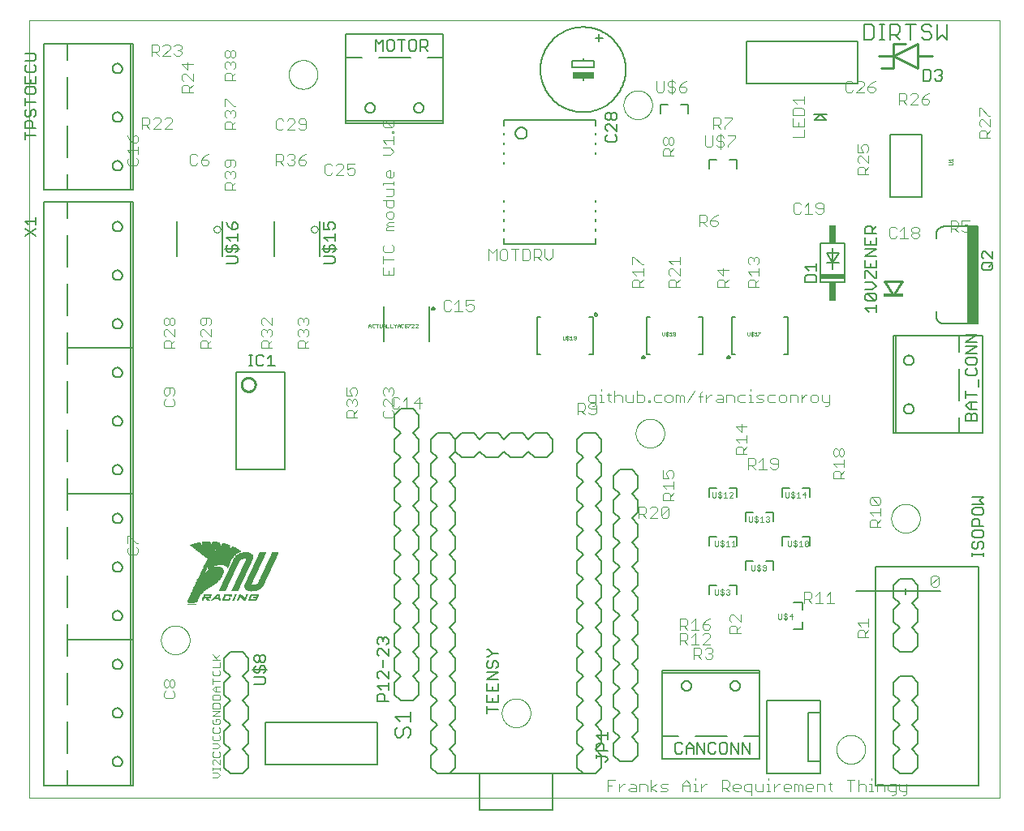
<source format=gto>
G75*
%MOIN*%
%OFA0B0*%
%FSLAX25Y25*%
%IPPOS*%
%LPD*%
%AMOC8*
5,1,8,0,0,1.08239X$1,22.5*
%
%ADD10C,0.00000*%
%ADD11C,0.00400*%
%ADD12C,0.01000*%
%ADD13C,0.00500*%
%ADD14R,0.08268X0.01181*%
%ADD15C,0.00800*%
%ADD16C,0.00600*%
%ADD17C,0.00100*%
%ADD18R,0.09000X0.02500*%
%ADD19R,0.10000X0.02000*%
%ADD20R,0.03000X0.07500*%
%ADD21R,0.04000X0.40000*%
%ADD22C,0.00700*%
%ADD23C,0.00200*%
%ADD24C,0.00512*%
%ADD25C,0.00300*%
%ADD26R,0.00800X0.00050*%
%ADD27R,0.01200X0.00050*%
%ADD28R,0.01550X0.00050*%
%ADD29R,0.01800X0.00050*%
%ADD30R,0.02050X0.00050*%
%ADD31R,0.02350X0.00050*%
%ADD32R,0.02600X0.00050*%
%ADD33R,0.02800X0.00050*%
%ADD34R,0.03050X0.00050*%
%ADD35R,0.03200X0.00050*%
%ADD36R,0.03450X0.00050*%
%ADD37R,0.03650X0.00050*%
%ADD38R,0.03800X0.00050*%
%ADD39R,0.02300X0.00050*%
%ADD40R,0.01500X0.00050*%
%ADD41R,0.02400X0.00050*%
%ADD42R,0.02450X0.00050*%
%ADD43R,0.01450X0.00050*%
%ADD44R,0.02500X0.00050*%
%ADD45R,0.01350X0.00050*%
%ADD46R,0.01300X0.00050*%
%ADD47R,0.00700X0.00050*%
%ADD48R,0.01050X0.00050*%
%ADD49R,0.00750X0.00050*%
%ADD50R,0.00850X0.00050*%
%ADD51R,0.00650X0.00050*%
%ADD52R,0.00550X0.00050*%
%ADD53R,0.02750X0.00050*%
%ADD54R,0.01250X0.00050*%
%ADD55R,0.02900X0.00050*%
%ADD56R,0.01000X0.00050*%
%ADD57R,0.03000X0.00050*%
%ADD58R,0.03250X0.00050*%
%ADD59R,0.03100X0.00050*%
%ADD60R,0.03300X0.00050*%
%ADD61R,0.01150X0.00050*%
%ADD62R,0.03150X0.00050*%
%ADD63R,0.00950X0.00050*%
%ADD64R,0.03400X0.00050*%
%ADD65R,0.01100X0.00050*%
%ADD66R,0.02650X0.00050*%
%ADD67R,0.02700X0.00050*%
%ADD68R,0.02850X0.00050*%
%ADD69R,0.02950X0.00050*%
%ADD70R,0.00900X0.00050*%
%ADD71R,0.01400X0.00050*%
%ADD72R,0.01600X0.00050*%
%ADD73R,0.04000X0.00050*%
%ADD74R,0.01700X0.00050*%
%ADD75R,0.04050X0.00050*%
%ADD76R,0.01750X0.00050*%
%ADD77R,0.00300X0.00050*%
%ADD78R,0.01850X0.00050*%
%ADD79R,0.00100X0.00050*%
%ADD80R,0.00500X0.00050*%
%ADD81R,0.01650X0.00050*%
%ADD82R,0.04100X0.00050*%
%ADD83R,0.00150X0.00050*%
%ADD84R,0.04150X0.00050*%
%ADD85R,0.03350X0.00050*%
%ADD86R,0.04200X0.00050*%
%ADD87R,0.00600X0.00050*%
%ADD88R,0.04250X0.00050*%
%ADD89R,0.04300X0.00050*%
%ADD90R,0.04350X0.00050*%
%ADD91R,0.04400X0.00050*%
%ADD92R,0.04450X0.00050*%
%ADD93R,0.04500X0.00050*%
%ADD94R,0.04550X0.00050*%
%ADD95R,0.04600X0.00050*%
%ADD96R,0.04650X0.00050*%
%ADD97R,0.04700X0.00050*%
%ADD98R,0.04750X0.00050*%
%ADD99R,0.04800X0.00050*%
%ADD100R,0.04850X0.00050*%
%ADD101R,0.04950X0.00050*%
%ADD102R,0.02550X0.00050*%
%ADD103R,0.05000X0.00050*%
%ADD104R,0.05100X0.00050*%
%ADD105R,0.03700X0.00050*%
%ADD106R,0.05150X0.00050*%
%ADD107R,0.05250X0.00050*%
%ADD108R,0.04900X0.00050*%
%ADD109R,0.05350X0.00050*%
%ADD110R,0.05050X0.00050*%
%ADD111R,0.05400X0.00050*%
%ADD112R,0.05300X0.00050*%
%ADD113R,0.05450X0.00050*%
%ADD114R,0.05500X0.00050*%
%ADD115R,0.05600X0.00050*%
%ADD116R,0.05700X0.00050*%
%ADD117R,0.05850X0.00050*%
%ADD118R,0.05650X0.00050*%
%ADD119R,0.06000X0.00050*%
%ADD120R,0.06100X0.00050*%
%ADD121R,0.05750X0.00050*%
%ADD122R,0.06200X0.00050*%
%ADD123R,0.06300X0.00050*%
%ADD124R,0.06450X0.00050*%
%ADD125R,0.05950X0.00050*%
%ADD126R,0.06500X0.00050*%
%ADD127R,0.06600X0.00050*%
%ADD128R,0.06650X0.00050*%
%ADD129R,0.06150X0.00050*%
%ADD130R,0.06800X0.00050*%
%ADD131R,0.06250X0.00050*%
%ADD132R,0.06850X0.00050*%
%ADD133R,0.06350X0.00050*%
%ADD134R,0.06950X0.00050*%
%ADD135R,0.06400X0.00050*%
%ADD136R,0.07000X0.00050*%
%ADD137R,0.07050X0.00050*%
%ADD138R,0.07100X0.00050*%
%ADD139R,0.07200X0.00050*%
%ADD140R,0.07250X0.00050*%
%ADD141R,0.06700X0.00050*%
%ADD142R,0.07300X0.00050*%
%ADD143R,0.06750X0.00050*%
%ADD144R,0.07350X0.00050*%
%ADD145R,0.07400X0.00050*%
%ADD146R,0.07450X0.00050*%
%ADD147R,0.07500X0.00050*%
%ADD148R,0.07550X0.00050*%
%ADD149R,0.07600X0.00050*%
%ADD150R,0.07650X0.00050*%
%ADD151R,0.07700X0.00050*%
%ADD152R,0.07750X0.00050*%
%ADD153R,0.07800X0.00050*%
%ADD154R,0.07850X0.00050*%
%ADD155R,0.07950X0.00050*%
%ADD156R,0.08000X0.00050*%
%ADD157R,0.08100X0.00050*%
%ADD158R,0.08150X0.00050*%
%ADD159R,0.08200X0.00050*%
%ADD160R,0.08250X0.00050*%
%ADD161R,0.08300X0.00050*%
%ADD162R,0.08350X0.00050*%
%ADD163R,0.08400X0.00050*%
%ADD164R,0.08450X0.00050*%
%ADD165R,0.08500X0.00050*%
%ADD166R,0.08600X0.00050*%
%ADD167R,0.08650X0.00050*%
%ADD168R,0.08700X0.00050*%
%ADD169R,0.08750X0.00050*%
%ADD170R,0.08800X0.00050*%
%ADD171R,0.08850X0.00050*%
%ADD172R,0.08900X0.00050*%
%ADD173R,0.08950X0.00050*%
%ADD174R,0.09000X0.00050*%
%ADD175R,0.09050X0.00050*%
%ADD176R,0.09100X0.00050*%
%ADD177R,0.09150X0.00050*%
%ADD178R,0.09200X0.00050*%
%ADD179R,0.09250X0.00050*%
%ADD180R,0.09300X0.00050*%
%ADD181R,0.09350X0.00050*%
%ADD182R,0.09400X0.00050*%
%ADD183R,0.09450X0.00050*%
%ADD184R,0.09500X0.00050*%
%ADD185R,0.07150X0.00050*%
%ADD186R,0.06900X0.00050*%
%ADD187R,0.06050X0.00050*%
%ADD188R,0.05800X0.00050*%
%ADD189R,0.05550X0.00050*%
%ADD190R,0.00250X0.00050*%
%ADD191R,0.00350X0.00050*%
%ADD192R,0.00400X0.00050*%
%ADD193R,0.03900X0.00050*%
%ADD194R,0.03950X0.00050*%
%ADD195R,0.02250X0.00050*%
%ADD196R,0.10200X0.00050*%
%ADD197R,0.10150X0.00050*%
%ADD198R,0.03600X0.00050*%
%ADD199R,0.10300X0.00050*%
%ADD200R,0.10450X0.00050*%
%ADD201R,0.10500X0.00050*%
%ADD202R,0.10600X0.00050*%
%ADD203R,0.10650X0.00050*%
%ADD204R,0.10800X0.00050*%
%ADD205R,0.10900X0.00050*%
%ADD206R,0.10950X0.00050*%
%ADD207R,0.11050X0.00050*%
%ADD208R,0.11200X0.00050*%
%ADD209R,0.11250X0.00050*%
%ADD210R,0.11350X0.00050*%
%ADD211R,0.11500X0.00050*%
%ADD212R,0.11550X0.00050*%
%ADD213R,0.11650X0.00050*%
%ADD214R,0.11750X0.00050*%
%ADD215R,0.11900X0.00050*%
%ADD216R,0.07900X0.00050*%
%ADD217R,0.06550X0.00050*%
%ADD218R,0.08050X0.00050*%
%ADD219R,0.05900X0.00050*%
%ADD220R,0.05200X0.00050*%
%ADD221R,0.08550X0.00050*%
%ADD222R,0.09600X0.00050*%
%ADD223R,0.09750X0.00050*%
%ADD224R,0.09900X0.00050*%
%ADD225R,0.00450X0.00050*%
%ADD226R,0.09850X0.00050*%
%ADD227R,0.00200X0.00050*%
%ADD228R,0.09700X0.00050*%
%ADD229R,0.09650X0.00050*%
%ADD230R,0.09550X0.00050*%
%ADD231R,0.14200X0.00050*%
%ADD232R,0.14250X0.00050*%
%ADD233R,0.14300X0.00050*%
%ADD234R,0.14400X0.00050*%
%ADD235R,0.14450X0.00050*%
%ADD236R,0.14500X0.00050*%
%ADD237R,0.14550X0.00050*%
%ADD238R,0.14650X0.00050*%
%ADD239R,0.02100X0.00050*%
%ADD240R,0.14700X0.00050*%
%ADD241R,0.01950X0.00050*%
%ADD242R,0.14800X0.00050*%
%ADD243R,0.14850X0.00050*%
%ADD244R,0.14950X0.00050*%
%ADD245R,0.15000X0.00050*%
%ADD246R,0.15050X0.00050*%
%ADD247R,0.15150X0.00050*%
%ADD248R,0.15200X0.00050*%
%ADD249R,0.15250X0.00050*%
%ADD250R,0.15300X0.00050*%
%ADD251R,0.15400X0.00050*%
%ADD252R,0.15450X0.00050*%
%ADD253R,0.15500X0.00050*%
%ADD254R,0.15600X0.00050*%
%ADD255R,0.15650X0.00050*%
%ADD256R,0.03750X0.00050*%
%ADD257R,0.11950X0.00050*%
%ADD258R,0.12050X0.00050*%
%ADD259R,0.12100X0.00050*%
%ADD260R,0.03550X0.00050*%
%ADD261R,0.02150X0.00050*%
%ADD262R,0.02000X0.00050*%
%ADD263R,0.03500X0.00050*%
%ADD264R,0.02200X0.00050*%
%ADD265R,0.00050X0.00050*%
D10*
X0005000Y0037627D02*
X0005000Y0357588D01*
X0403701Y0357588D01*
X0403701Y0037627D01*
X0005000Y0037627D01*
X0059094Y0102627D02*
X0059096Y0102780D01*
X0059102Y0102934D01*
X0059112Y0103087D01*
X0059126Y0103239D01*
X0059144Y0103392D01*
X0059166Y0103543D01*
X0059191Y0103694D01*
X0059221Y0103845D01*
X0059255Y0103995D01*
X0059292Y0104143D01*
X0059333Y0104291D01*
X0059378Y0104437D01*
X0059427Y0104583D01*
X0059480Y0104727D01*
X0059536Y0104869D01*
X0059596Y0105010D01*
X0059660Y0105150D01*
X0059727Y0105288D01*
X0059798Y0105424D01*
X0059873Y0105558D01*
X0059950Y0105690D01*
X0060032Y0105820D01*
X0060116Y0105948D01*
X0060204Y0106074D01*
X0060295Y0106197D01*
X0060389Y0106318D01*
X0060487Y0106436D01*
X0060587Y0106552D01*
X0060691Y0106665D01*
X0060797Y0106776D01*
X0060906Y0106884D01*
X0061018Y0106989D01*
X0061132Y0107090D01*
X0061250Y0107189D01*
X0061369Y0107285D01*
X0061491Y0107378D01*
X0061616Y0107467D01*
X0061743Y0107554D01*
X0061872Y0107636D01*
X0062003Y0107716D01*
X0062136Y0107792D01*
X0062271Y0107865D01*
X0062408Y0107934D01*
X0062547Y0107999D01*
X0062687Y0108061D01*
X0062829Y0108119D01*
X0062972Y0108174D01*
X0063117Y0108225D01*
X0063263Y0108272D01*
X0063410Y0108315D01*
X0063558Y0108354D01*
X0063707Y0108390D01*
X0063857Y0108421D01*
X0064008Y0108449D01*
X0064159Y0108473D01*
X0064312Y0108493D01*
X0064464Y0108509D01*
X0064617Y0108521D01*
X0064770Y0108529D01*
X0064923Y0108533D01*
X0065077Y0108533D01*
X0065230Y0108529D01*
X0065383Y0108521D01*
X0065536Y0108509D01*
X0065688Y0108493D01*
X0065841Y0108473D01*
X0065992Y0108449D01*
X0066143Y0108421D01*
X0066293Y0108390D01*
X0066442Y0108354D01*
X0066590Y0108315D01*
X0066737Y0108272D01*
X0066883Y0108225D01*
X0067028Y0108174D01*
X0067171Y0108119D01*
X0067313Y0108061D01*
X0067453Y0107999D01*
X0067592Y0107934D01*
X0067729Y0107865D01*
X0067864Y0107792D01*
X0067997Y0107716D01*
X0068128Y0107636D01*
X0068257Y0107554D01*
X0068384Y0107467D01*
X0068509Y0107378D01*
X0068631Y0107285D01*
X0068750Y0107189D01*
X0068868Y0107090D01*
X0068982Y0106989D01*
X0069094Y0106884D01*
X0069203Y0106776D01*
X0069309Y0106665D01*
X0069413Y0106552D01*
X0069513Y0106436D01*
X0069611Y0106318D01*
X0069705Y0106197D01*
X0069796Y0106074D01*
X0069884Y0105948D01*
X0069968Y0105820D01*
X0070050Y0105690D01*
X0070127Y0105558D01*
X0070202Y0105424D01*
X0070273Y0105288D01*
X0070340Y0105150D01*
X0070404Y0105010D01*
X0070464Y0104869D01*
X0070520Y0104727D01*
X0070573Y0104583D01*
X0070622Y0104437D01*
X0070667Y0104291D01*
X0070708Y0104143D01*
X0070745Y0103995D01*
X0070779Y0103845D01*
X0070809Y0103694D01*
X0070834Y0103543D01*
X0070856Y0103392D01*
X0070874Y0103239D01*
X0070888Y0103087D01*
X0070898Y0102934D01*
X0070904Y0102780D01*
X0070906Y0102627D01*
X0070904Y0102474D01*
X0070898Y0102320D01*
X0070888Y0102167D01*
X0070874Y0102015D01*
X0070856Y0101862D01*
X0070834Y0101711D01*
X0070809Y0101560D01*
X0070779Y0101409D01*
X0070745Y0101259D01*
X0070708Y0101111D01*
X0070667Y0100963D01*
X0070622Y0100817D01*
X0070573Y0100671D01*
X0070520Y0100527D01*
X0070464Y0100385D01*
X0070404Y0100244D01*
X0070340Y0100104D01*
X0070273Y0099966D01*
X0070202Y0099830D01*
X0070127Y0099696D01*
X0070050Y0099564D01*
X0069968Y0099434D01*
X0069884Y0099306D01*
X0069796Y0099180D01*
X0069705Y0099057D01*
X0069611Y0098936D01*
X0069513Y0098818D01*
X0069413Y0098702D01*
X0069309Y0098589D01*
X0069203Y0098478D01*
X0069094Y0098370D01*
X0068982Y0098265D01*
X0068868Y0098164D01*
X0068750Y0098065D01*
X0068631Y0097969D01*
X0068509Y0097876D01*
X0068384Y0097787D01*
X0068257Y0097700D01*
X0068128Y0097618D01*
X0067997Y0097538D01*
X0067864Y0097462D01*
X0067729Y0097389D01*
X0067592Y0097320D01*
X0067453Y0097255D01*
X0067313Y0097193D01*
X0067171Y0097135D01*
X0067028Y0097080D01*
X0066883Y0097029D01*
X0066737Y0096982D01*
X0066590Y0096939D01*
X0066442Y0096900D01*
X0066293Y0096864D01*
X0066143Y0096833D01*
X0065992Y0096805D01*
X0065841Y0096781D01*
X0065688Y0096761D01*
X0065536Y0096745D01*
X0065383Y0096733D01*
X0065230Y0096725D01*
X0065077Y0096721D01*
X0064923Y0096721D01*
X0064770Y0096725D01*
X0064617Y0096733D01*
X0064464Y0096745D01*
X0064312Y0096761D01*
X0064159Y0096781D01*
X0064008Y0096805D01*
X0063857Y0096833D01*
X0063707Y0096864D01*
X0063558Y0096900D01*
X0063410Y0096939D01*
X0063263Y0096982D01*
X0063117Y0097029D01*
X0062972Y0097080D01*
X0062829Y0097135D01*
X0062687Y0097193D01*
X0062547Y0097255D01*
X0062408Y0097320D01*
X0062271Y0097389D01*
X0062136Y0097462D01*
X0062003Y0097538D01*
X0061872Y0097618D01*
X0061743Y0097700D01*
X0061616Y0097787D01*
X0061491Y0097876D01*
X0061369Y0097969D01*
X0061250Y0098065D01*
X0061132Y0098164D01*
X0061018Y0098265D01*
X0060906Y0098370D01*
X0060797Y0098478D01*
X0060691Y0098589D01*
X0060587Y0098702D01*
X0060487Y0098818D01*
X0060389Y0098936D01*
X0060295Y0099057D01*
X0060204Y0099180D01*
X0060116Y0099306D01*
X0060032Y0099434D01*
X0059950Y0099564D01*
X0059873Y0099696D01*
X0059798Y0099830D01*
X0059727Y0099966D01*
X0059660Y0100104D01*
X0059596Y0100244D01*
X0059536Y0100385D01*
X0059480Y0100527D01*
X0059427Y0100671D01*
X0059378Y0100817D01*
X0059333Y0100963D01*
X0059292Y0101111D01*
X0059255Y0101259D01*
X0059221Y0101409D01*
X0059191Y0101560D01*
X0059166Y0101711D01*
X0059144Y0101862D01*
X0059126Y0102015D01*
X0059112Y0102167D01*
X0059102Y0102320D01*
X0059096Y0102474D01*
X0059094Y0102627D01*
X0070000Y0117377D02*
X0070067Y0117477D01*
X0070092Y0117477D02*
X0070092Y0117394D01*
X0070109Y0117377D01*
X0070142Y0117377D01*
X0070159Y0117394D01*
X0070159Y0117477D01*
X0070201Y0117444D02*
X0070251Y0117444D01*
X0070276Y0117427D02*
X0070293Y0117444D01*
X0070326Y0117444D01*
X0070343Y0117427D01*
X0070343Y0117410D01*
X0070276Y0117410D01*
X0070276Y0117394D02*
X0070276Y0117427D01*
X0070276Y0117394D02*
X0070293Y0117377D01*
X0070326Y0117377D01*
X0070368Y0117377D02*
X0070368Y0117444D01*
X0070402Y0117444D02*
X0070418Y0117444D01*
X0070402Y0117444D02*
X0070368Y0117410D01*
X0070445Y0117427D02*
X0070462Y0117444D01*
X0070512Y0117444D01*
X0070495Y0117410D02*
X0070462Y0117410D01*
X0070445Y0117427D01*
X0070445Y0117377D02*
X0070495Y0117377D01*
X0070512Y0117394D01*
X0070495Y0117410D01*
X0070537Y0117377D02*
X0070604Y0117477D01*
X0070646Y0117460D02*
X0070663Y0117477D01*
X0070646Y0117460D02*
X0070646Y0117377D01*
X0070691Y0117377D02*
X0070691Y0117444D01*
X0070724Y0117444D02*
X0070741Y0117444D01*
X0070724Y0117444D02*
X0070691Y0117410D01*
X0070663Y0117427D02*
X0070629Y0117427D01*
X0070767Y0117394D02*
X0070784Y0117410D01*
X0070834Y0117410D01*
X0070834Y0117427D02*
X0070834Y0117377D01*
X0070784Y0117377D01*
X0070767Y0117394D01*
X0070784Y0117444D02*
X0070817Y0117444D01*
X0070834Y0117427D01*
X0070859Y0117444D02*
X0070909Y0117444D01*
X0070926Y0117427D01*
X0070926Y0117377D01*
X0070951Y0117377D02*
X0070951Y0117477D01*
X0071001Y0117444D02*
X0070951Y0117410D01*
X0071001Y0117377D01*
X0071028Y0117377D02*
X0071095Y0117477D01*
X0071120Y0117477D02*
X0071170Y0117477D01*
X0071187Y0117460D01*
X0071187Y0117394D01*
X0071170Y0117377D01*
X0071120Y0117377D01*
X0071120Y0117477D01*
X0071212Y0117427D02*
X0071229Y0117444D01*
X0071262Y0117444D01*
X0071279Y0117427D01*
X0071279Y0117410D01*
X0071212Y0117410D01*
X0071212Y0117394D02*
X0071212Y0117427D01*
X0071212Y0117394D02*
X0071229Y0117377D01*
X0071262Y0117377D01*
X0071304Y0117377D02*
X0071354Y0117377D01*
X0071371Y0117394D01*
X0071354Y0117410D01*
X0071321Y0117410D01*
X0071304Y0117427D01*
X0071321Y0117444D01*
X0071371Y0117444D01*
X0071396Y0117477D02*
X0071396Y0117377D01*
X0071396Y0117410D02*
X0071447Y0117444D01*
X0071473Y0117444D02*
X0071507Y0117444D01*
X0071490Y0117460D02*
X0071490Y0117394D01*
X0071507Y0117377D01*
X0071535Y0117394D02*
X0071551Y0117377D01*
X0071585Y0117377D01*
X0071601Y0117394D01*
X0071601Y0117427D01*
X0071585Y0117444D01*
X0071551Y0117444D01*
X0071535Y0117427D01*
X0071535Y0117394D01*
X0071447Y0117377D02*
X0071396Y0117410D01*
X0071627Y0117377D02*
X0071677Y0117377D01*
X0071693Y0117394D01*
X0071693Y0117427D01*
X0071677Y0117444D01*
X0071627Y0117444D01*
X0071627Y0117344D01*
X0071719Y0117377D02*
X0071785Y0117477D01*
X0071811Y0117444D02*
X0071861Y0117444D01*
X0071878Y0117427D01*
X0071878Y0117377D01*
X0071903Y0117394D02*
X0071920Y0117377D01*
X0071970Y0117377D01*
X0071970Y0117444D01*
X0071995Y0117444D02*
X0071995Y0117377D01*
X0071995Y0117410D02*
X0072028Y0117444D01*
X0072045Y0117444D01*
X0072088Y0117444D02*
X0072122Y0117444D01*
X0072138Y0117427D01*
X0072138Y0117377D01*
X0072088Y0117377D01*
X0072072Y0117394D01*
X0072088Y0117410D01*
X0072138Y0117410D01*
X0072164Y0117394D02*
X0072180Y0117377D01*
X0072230Y0117377D01*
X0072256Y0117377D02*
X0072289Y0117377D01*
X0072273Y0117377D02*
X0072273Y0117444D01*
X0072256Y0117444D01*
X0072230Y0117444D02*
X0072180Y0117444D01*
X0072164Y0117427D01*
X0072164Y0117394D01*
X0072273Y0117477D02*
X0072273Y0117494D01*
X0072317Y0117444D02*
X0072367Y0117444D01*
X0072384Y0117427D01*
X0072384Y0117377D01*
X0072409Y0117394D02*
X0072426Y0117377D01*
X0072476Y0117377D01*
X0072476Y0117360D02*
X0072476Y0117444D01*
X0072426Y0117444D01*
X0072409Y0117427D01*
X0072409Y0117394D01*
X0072443Y0117344D02*
X0072459Y0117344D01*
X0072476Y0117360D01*
X0072501Y0117377D02*
X0072535Y0117377D01*
X0072518Y0117377D02*
X0072518Y0117477D01*
X0072501Y0117477D01*
X0072563Y0117427D02*
X0072563Y0117394D01*
X0072579Y0117377D01*
X0072613Y0117377D01*
X0072629Y0117394D01*
X0072629Y0117427D01*
X0072613Y0117444D01*
X0072579Y0117444D01*
X0072563Y0117427D01*
X0072655Y0117427D02*
X0072655Y0117394D01*
X0072671Y0117377D01*
X0072722Y0117377D01*
X0072722Y0117360D02*
X0072722Y0117444D01*
X0072671Y0117444D01*
X0072655Y0117427D01*
X0072688Y0117344D02*
X0072705Y0117344D01*
X0072722Y0117360D01*
X0072747Y0117394D02*
X0072764Y0117377D01*
X0072797Y0117377D01*
X0072814Y0117394D01*
X0072814Y0117427D01*
X0072797Y0117444D01*
X0072764Y0117444D01*
X0072747Y0117427D01*
X0072747Y0117394D01*
X0072839Y0117394D02*
X0072856Y0117377D01*
X0072889Y0117377D01*
X0072906Y0117394D01*
X0072906Y0117410D01*
X0072889Y0117427D01*
X0072872Y0117427D01*
X0072889Y0117427D02*
X0072906Y0117444D01*
X0072906Y0117460D01*
X0072889Y0117477D01*
X0072856Y0117477D01*
X0072839Y0117460D01*
X0072931Y0117394D02*
X0072948Y0117394D01*
X0072948Y0117377D01*
X0072931Y0117377D01*
X0072931Y0117394D01*
X0072977Y0117377D02*
X0073027Y0117377D01*
X0073044Y0117394D01*
X0073044Y0117427D01*
X0073027Y0117444D01*
X0072977Y0117444D01*
X0072977Y0117477D02*
X0072977Y0117377D01*
X0073069Y0117377D02*
X0073069Y0117444D01*
X0073086Y0117444D01*
X0073103Y0117427D01*
X0073119Y0117444D01*
X0073136Y0117427D01*
X0073136Y0117377D01*
X0073161Y0117377D02*
X0073211Y0117377D01*
X0073228Y0117394D01*
X0073228Y0117427D01*
X0073211Y0117444D01*
X0073161Y0117444D01*
X0073161Y0117344D01*
X0073103Y0117377D02*
X0073103Y0117427D01*
X0072317Y0117444D02*
X0072317Y0117377D01*
X0071903Y0117394D02*
X0071903Y0117444D01*
X0071811Y0117444D02*
X0071811Y0117377D01*
X0070859Y0117377D02*
X0070859Y0117444D01*
X0070251Y0117394D02*
X0070234Y0117410D01*
X0070201Y0117410D01*
X0070184Y0117427D01*
X0070201Y0117444D01*
X0070184Y0117377D02*
X0070234Y0117377D01*
X0070251Y0117394D01*
X0199094Y0072627D02*
X0199096Y0072780D01*
X0199102Y0072934D01*
X0199112Y0073087D01*
X0199126Y0073239D01*
X0199144Y0073392D01*
X0199166Y0073543D01*
X0199191Y0073694D01*
X0199221Y0073845D01*
X0199255Y0073995D01*
X0199292Y0074143D01*
X0199333Y0074291D01*
X0199378Y0074437D01*
X0199427Y0074583D01*
X0199480Y0074727D01*
X0199536Y0074869D01*
X0199596Y0075010D01*
X0199660Y0075150D01*
X0199727Y0075288D01*
X0199798Y0075424D01*
X0199873Y0075558D01*
X0199950Y0075690D01*
X0200032Y0075820D01*
X0200116Y0075948D01*
X0200204Y0076074D01*
X0200295Y0076197D01*
X0200389Y0076318D01*
X0200487Y0076436D01*
X0200587Y0076552D01*
X0200691Y0076665D01*
X0200797Y0076776D01*
X0200906Y0076884D01*
X0201018Y0076989D01*
X0201132Y0077090D01*
X0201250Y0077189D01*
X0201369Y0077285D01*
X0201491Y0077378D01*
X0201616Y0077467D01*
X0201743Y0077554D01*
X0201872Y0077636D01*
X0202003Y0077716D01*
X0202136Y0077792D01*
X0202271Y0077865D01*
X0202408Y0077934D01*
X0202547Y0077999D01*
X0202687Y0078061D01*
X0202829Y0078119D01*
X0202972Y0078174D01*
X0203117Y0078225D01*
X0203263Y0078272D01*
X0203410Y0078315D01*
X0203558Y0078354D01*
X0203707Y0078390D01*
X0203857Y0078421D01*
X0204008Y0078449D01*
X0204159Y0078473D01*
X0204312Y0078493D01*
X0204464Y0078509D01*
X0204617Y0078521D01*
X0204770Y0078529D01*
X0204923Y0078533D01*
X0205077Y0078533D01*
X0205230Y0078529D01*
X0205383Y0078521D01*
X0205536Y0078509D01*
X0205688Y0078493D01*
X0205841Y0078473D01*
X0205992Y0078449D01*
X0206143Y0078421D01*
X0206293Y0078390D01*
X0206442Y0078354D01*
X0206590Y0078315D01*
X0206737Y0078272D01*
X0206883Y0078225D01*
X0207028Y0078174D01*
X0207171Y0078119D01*
X0207313Y0078061D01*
X0207453Y0077999D01*
X0207592Y0077934D01*
X0207729Y0077865D01*
X0207864Y0077792D01*
X0207997Y0077716D01*
X0208128Y0077636D01*
X0208257Y0077554D01*
X0208384Y0077467D01*
X0208509Y0077378D01*
X0208631Y0077285D01*
X0208750Y0077189D01*
X0208868Y0077090D01*
X0208982Y0076989D01*
X0209094Y0076884D01*
X0209203Y0076776D01*
X0209309Y0076665D01*
X0209413Y0076552D01*
X0209513Y0076436D01*
X0209611Y0076318D01*
X0209705Y0076197D01*
X0209796Y0076074D01*
X0209884Y0075948D01*
X0209968Y0075820D01*
X0210050Y0075690D01*
X0210127Y0075558D01*
X0210202Y0075424D01*
X0210273Y0075288D01*
X0210340Y0075150D01*
X0210404Y0075010D01*
X0210464Y0074869D01*
X0210520Y0074727D01*
X0210573Y0074583D01*
X0210622Y0074437D01*
X0210667Y0074291D01*
X0210708Y0074143D01*
X0210745Y0073995D01*
X0210779Y0073845D01*
X0210809Y0073694D01*
X0210834Y0073543D01*
X0210856Y0073392D01*
X0210874Y0073239D01*
X0210888Y0073087D01*
X0210898Y0072934D01*
X0210904Y0072780D01*
X0210906Y0072627D01*
X0210904Y0072474D01*
X0210898Y0072320D01*
X0210888Y0072167D01*
X0210874Y0072015D01*
X0210856Y0071862D01*
X0210834Y0071711D01*
X0210809Y0071560D01*
X0210779Y0071409D01*
X0210745Y0071259D01*
X0210708Y0071111D01*
X0210667Y0070963D01*
X0210622Y0070817D01*
X0210573Y0070671D01*
X0210520Y0070527D01*
X0210464Y0070385D01*
X0210404Y0070244D01*
X0210340Y0070104D01*
X0210273Y0069966D01*
X0210202Y0069830D01*
X0210127Y0069696D01*
X0210050Y0069564D01*
X0209968Y0069434D01*
X0209884Y0069306D01*
X0209796Y0069180D01*
X0209705Y0069057D01*
X0209611Y0068936D01*
X0209513Y0068818D01*
X0209413Y0068702D01*
X0209309Y0068589D01*
X0209203Y0068478D01*
X0209094Y0068370D01*
X0208982Y0068265D01*
X0208868Y0068164D01*
X0208750Y0068065D01*
X0208631Y0067969D01*
X0208509Y0067876D01*
X0208384Y0067787D01*
X0208257Y0067700D01*
X0208128Y0067618D01*
X0207997Y0067538D01*
X0207864Y0067462D01*
X0207729Y0067389D01*
X0207592Y0067320D01*
X0207453Y0067255D01*
X0207313Y0067193D01*
X0207171Y0067135D01*
X0207028Y0067080D01*
X0206883Y0067029D01*
X0206737Y0066982D01*
X0206590Y0066939D01*
X0206442Y0066900D01*
X0206293Y0066864D01*
X0206143Y0066833D01*
X0205992Y0066805D01*
X0205841Y0066781D01*
X0205688Y0066761D01*
X0205536Y0066745D01*
X0205383Y0066733D01*
X0205230Y0066725D01*
X0205077Y0066721D01*
X0204923Y0066721D01*
X0204770Y0066725D01*
X0204617Y0066733D01*
X0204464Y0066745D01*
X0204312Y0066761D01*
X0204159Y0066781D01*
X0204008Y0066805D01*
X0203857Y0066833D01*
X0203707Y0066864D01*
X0203558Y0066900D01*
X0203410Y0066939D01*
X0203263Y0066982D01*
X0203117Y0067029D01*
X0202972Y0067080D01*
X0202829Y0067135D01*
X0202687Y0067193D01*
X0202547Y0067255D01*
X0202408Y0067320D01*
X0202271Y0067389D01*
X0202136Y0067462D01*
X0202003Y0067538D01*
X0201872Y0067618D01*
X0201743Y0067700D01*
X0201616Y0067787D01*
X0201491Y0067876D01*
X0201369Y0067969D01*
X0201250Y0068065D01*
X0201132Y0068164D01*
X0201018Y0068265D01*
X0200906Y0068370D01*
X0200797Y0068478D01*
X0200691Y0068589D01*
X0200587Y0068702D01*
X0200487Y0068818D01*
X0200389Y0068936D01*
X0200295Y0069057D01*
X0200204Y0069180D01*
X0200116Y0069306D01*
X0200032Y0069434D01*
X0199950Y0069564D01*
X0199873Y0069696D01*
X0199798Y0069830D01*
X0199727Y0069966D01*
X0199660Y0070104D01*
X0199596Y0070244D01*
X0199536Y0070385D01*
X0199480Y0070527D01*
X0199427Y0070671D01*
X0199378Y0070817D01*
X0199333Y0070963D01*
X0199292Y0071111D01*
X0199255Y0071259D01*
X0199221Y0071409D01*
X0199191Y0071560D01*
X0199166Y0071711D01*
X0199144Y0071862D01*
X0199126Y0072015D01*
X0199112Y0072167D01*
X0199102Y0072320D01*
X0199096Y0072474D01*
X0199094Y0072627D01*
X0254094Y0187627D02*
X0254096Y0187780D01*
X0254102Y0187934D01*
X0254112Y0188087D01*
X0254126Y0188239D01*
X0254144Y0188392D01*
X0254166Y0188543D01*
X0254191Y0188694D01*
X0254221Y0188845D01*
X0254255Y0188995D01*
X0254292Y0189143D01*
X0254333Y0189291D01*
X0254378Y0189437D01*
X0254427Y0189583D01*
X0254480Y0189727D01*
X0254536Y0189869D01*
X0254596Y0190010D01*
X0254660Y0190150D01*
X0254727Y0190288D01*
X0254798Y0190424D01*
X0254873Y0190558D01*
X0254950Y0190690D01*
X0255032Y0190820D01*
X0255116Y0190948D01*
X0255204Y0191074D01*
X0255295Y0191197D01*
X0255389Y0191318D01*
X0255487Y0191436D01*
X0255587Y0191552D01*
X0255691Y0191665D01*
X0255797Y0191776D01*
X0255906Y0191884D01*
X0256018Y0191989D01*
X0256132Y0192090D01*
X0256250Y0192189D01*
X0256369Y0192285D01*
X0256491Y0192378D01*
X0256616Y0192467D01*
X0256743Y0192554D01*
X0256872Y0192636D01*
X0257003Y0192716D01*
X0257136Y0192792D01*
X0257271Y0192865D01*
X0257408Y0192934D01*
X0257547Y0192999D01*
X0257687Y0193061D01*
X0257829Y0193119D01*
X0257972Y0193174D01*
X0258117Y0193225D01*
X0258263Y0193272D01*
X0258410Y0193315D01*
X0258558Y0193354D01*
X0258707Y0193390D01*
X0258857Y0193421D01*
X0259008Y0193449D01*
X0259159Y0193473D01*
X0259312Y0193493D01*
X0259464Y0193509D01*
X0259617Y0193521D01*
X0259770Y0193529D01*
X0259923Y0193533D01*
X0260077Y0193533D01*
X0260230Y0193529D01*
X0260383Y0193521D01*
X0260536Y0193509D01*
X0260688Y0193493D01*
X0260841Y0193473D01*
X0260992Y0193449D01*
X0261143Y0193421D01*
X0261293Y0193390D01*
X0261442Y0193354D01*
X0261590Y0193315D01*
X0261737Y0193272D01*
X0261883Y0193225D01*
X0262028Y0193174D01*
X0262171Y0193119D01*
X0262313Y0193061D01*
X0262453Y0192999D01*
X0262592Y0192934D01*
X0262729Y0192865D01*
X0262864Y0192792D01*
X0262997Y0192716D01*
X0263128Y0192636D01*
X0263257Y0192554D01*
X0263384Y0192467D01*
X0263509Y0192378D01*
X0263631Y0192285D01*
X0263750Y0192189D01*
X0263868Y0192090D01*
X0263982Y0191989D01*
X0264094Y0191884D01*
X0264203Y0191776D01*
X0264309Y0191665D01*
X0264413Y0191552D01*
X0264513Y0191436D01*
X0264611Y0191318D01*
X0264705Y0191197D01*
X0264796Y0191074D01*
X0264884Y0190948D01*
X0264968Y0190820D01*
X0265050Y0190690D01*
X0265127Y0190558D01*
X0265202Y0190424D01*
X0265273Y0190288D01*
X0265340Y0190150D01*
X0265404Y0190010D01*
X0265464Y0189869D01*
X0265520Y0189727D01*
X0265573Y0189583D01*
X0265622Y0189437D01*
X0265667Y0189291D01*
X0265708Y0189143D01*
X0265745Y0188995D01*
X0265779Y0188845D01*
X0265809Y0188694D01*
X0265834Y0188543D01*
X0265856Y0188392D01*
X0265874Y0188239D01*
X0265888Y0188087D01*
X0265898Y0187934D01*
X0265904Y0187780D01*
X0265906Y0187627D01*
X0265904Y0187474D01*
X0265898Y0187320D01*
X0265888Y0187167D01*
X0265874Y0187015D01*
X0265856Y0186862D01*
X0265834Y0186711D01*
X0265809Y0186560D01*
X0265779Y0186409D01*
X0265745Y0186259D01*
X0265708Y0186111D01*
X0265667Y0185963D01*
X0265622Y0185817D01*
X0265573Y0185671D01*
X0265520Y0185527D01*
X0265464Y0185385D01*
X0265404Y0185244D01*
X0265340Y0185104D01*
X0265273Y0184966D01*
X0265202Y0184830D01*
X0265127Y0184696D01*
X0265050Y0184564D01*
X0264968Y0184434D01*
X0264884Y0184306D01*
X0264796Y0184180D01*
X0264705Y0184057D01*
X0264611Y0183936D01*
X0264513Y0183818D01*
X0264413Y0183702D01*
X0264309Y0183589D01*
X0264203Y0183478D01*
X0264094Y0183370D01*
X0263982Y0183265D01*
X0263868Y0183164D01*
X0263750Y0183065D01*
X0263631Y0182969D01*
X0263509Y0182876D01*
X0263384Y0182787D01*
X0263257Y0182700D01*
X0263128Y0182618D01*
X0262997Y0182538D01*
X0262864Y0182462D01*
X0262729Y0182389D01*
X0262592Y0182320D01*
X0262453Y0182255D01*
X0262313Y0182193D01*
X0262171Y0182135D01*
X0262028Y0182080D01*
X0261883Y0182029D01*
X0261737Y0181982D01*
X0261590Y0181939D01*
X0261442Y0181900D01*
X0261293Y0181864D01*
X0261143Y0181833D01*
X0260992Y0181805D01*
X0260841Y0181781D01*
X0260688Y0181761D01*
X0260536Y0181745D01*
X0260383Y0181733D01*
X0260230Y0181725D01*
X0260077Y0181721D01*
X0259923Y0181721D01*
X0259770Y0181725D01*
X0259617Y0181733D01*
X0259464Y0181745D01*
X0259312Y0181761D01*
X0259159Y0181781D01*
X0259008Y0181805D01*
X0258857Y0181833D01*
X0258707Y0181864D01*
X0258558Y0181900D01*
X0258410Y0181939D01*
X0258263Y0181982D01*
X0258117Y0182029D01*
X0257972Y0182080D01*
X0257829Y0182135D01*
X0257687Y0182193D01*
X0257547Y0182255D01*
X0257408Y0182320D01*
X0257271Y0182389D01*
X0257136Y0182462D01*
X0257003Y0182538D01*
X0256872Y0182618D01*
X0256743Y0182700D01*
X0256616Y0182787D01*
X0256491Y0182876D01*
X0256369Y0182969D01*
X0256250Y0183065D01*
X0256132Y0183164D01*
X0256018Y0183265D01*
X0255906Y0183370D01*
X0255797Y0183478D01*
X0255691Y0183589D01*
X0255587Y0183702D01*
X0255487Y0183818D01*
X0255389Y0183936D01*
X0255295Y0184057D01*
X0255204Y0184180D01*
X0255116Y0184306D01*
X0255032Y0184434D01*
X0254950Y0184564D01*
X0254873Y0184696D01*
X0254798Y0184830D01*
X0254727Y0184966D01*
X0254660Y0185104D01*
X0254596Y0185244D01*
X0254536Y0185385D01*
X0254480Y0185527D01*
X0254427Y0185671D01*
X0254378Y0185817D01*
X0254333Y0185963D01*
X0254292Y0186111D01*
X0254255Y0186259D01*
X0254221Y0186409D01*
X0254191Y0186560D01*
X0254166Y0186711D01*
X0254144Y0186862D01*
X0254126Y0187015D01*
X0254112Y0187167D01*
X0254102Y0187320D01*
X0254096Y0187474D01*
X0254094Y0187627D01*
X0359094Y0152627D02*
X0359096Y0152780D01*
X0359102Y0152934D01*
X0359112Y0153087D01*
X0359126Y0153239D01*
X0359144Y0153392D01*
X0359166Y0153543D01*
X0359191Y0153694D01*
X0359221Y0153845D01*
X0359255Y0153995D01*
X0359292Y0154143D01*
X0359333Y0154291D01*
X0359378Y0154437D01*
X0359427Y0154583D01*
X0359480Y0154727D01*
X0359536Y0154869D01*
X0359596Y0155010D01*
X0359660Y0155150D01*
X0359727Y0155288D01*
X0359798Y0155424D01*
X0359873Y0155558D01*
X0359950Y0155690D01*
X0360032Y0155820D01*
X0360116Y0155948D01*
X0360204Y0156074D01*
X0360295Y0156197D01*
X0360389Y0156318D01*
X0360487Y0156436D01*
X0360587Y0156552D01*
X0360691Y0156665D01*
X0360797Y0156776D01*
X0360906Y0156884D01*
X0361018Y0156989D01*
X0361132Y0157090D01*
X0361250Y0157189D01*
X0361369Y0157285D01*
X0361491Y0157378D01*
X0361616Y0157467D01*
X0361743Y0157554D01*
X0361872Y0157636D01*
X0362003Y0157716D01*
X0362136Y0157792D01*
X0362271Y0157865D01*
X0362408Y0157934D01*
X0362547Y0157999D01*
X0362687Y0158061D01*
X0362829Y0158119D01*
X0362972Y0158174D01*
X0363117Y0158225D01*
X0363263Y0158272D01*
X0363410Y0158315D01*
X0363558Y0158354D01*
X0363707Y0158390D01*
X0363857Y0158421D01*
X0364008Y0158449D01*
X0364159Y0158473D01*
X0364312Y0158493D01*
X0364464Y0158509D01*
X0364617Y0158521D01*
X0364770Y0158529D01*
X0364923Y0158533D01*
X0365077Y0158533D01*
X0365230Y0158529D01*
X0365383Y0158521D01*
X0365536Y0158509D01*
X0365688Y0158493D01*
X0365841Y0158473D01*
X0365992Y0158449D01*
X0366143Y0158421D01*
X0366293Y0158390D01*
X0366442Y0158354D01*
X0366590Y0158315D01*
X0366737Y0158272D01*
X0366883Y0158225D01*
X0367028Y0158174D01*
X0367171Y0158119D01*
X0367313Y0158061D01*
X0367453Y0157999D01*
X0367592Y0157934D01*
X0367729Y0157865D01*
X0367864Y0157792D01*
X0367997Y0157716D01*
X0368128Y0157636D01*
X0368257Y0157554D01*
X0368384Y0157467D01*
X0368509Y0157378D01*
X0368631Y0157285D01*
X0368750Y0157189D01*
X0368868Y0157090D01*
X0368982Y0156989D01*
X0369094Y0156884D01*
X0369203Y0156776D01*
X0369309Y0156665D01*
X0369413Y0156552D01*
X0369513Y0156436D01*
X0369611Y0156318D01*
X0369705Y0156197D01*
X0369796Y0156074D01*
X0369884Y0155948D01*
X0369968Y0155820D01*
X0370050Y0155690D01*
X0370127Y0155558D01*
X0370202Y0155424D01*
X0370273Y0155288D01*
X0370340Y0155150D01*
X0370404Y0155010D01*
X0370464Y0154869D01*
X0370520Y0154727D01*
X0370573Y0154583D01*
X0370622Y0154437D01*
X0370667Y0154291D01*
X0370708Y0154143D01*
X0370745Y0153995D01*
X0370779Y0153845D01*
X0370809Y0153694D01*
X0370834Y0153543D01*
X0370856Y0153392D01*
X0370874Y0153239D01*
X0370888Y0153087D01*
X0370898Y0152934D01*
X0370904Y0152780D01*
X0370906Y0152627D01*
X0370904Y0152474D01*
X0370898Y0152320D01*
X0370888Y0152167D01*
X0370874Y0152015D01*
X0370856Y0151862D01*
X0370834Y0151711D01*
X0370809Y0151560D01*
X0370779Y0151409D01*
X0370745Y0151259D01*
X0370708Y0151111D01*
X0370667Y0150963D01*
X0370622Y0150817D01*
X0370573Y0150671D01*
X0370520Y0150527D01*
X0370464Y0150385D01*
X0370404Y0150244D01*
X0370340Y0150104D01*
X0370273Y0149966D01*
X0370202Y0149830D01*
X0370127Y0149696D01*
X0370050Y0149564D01*
X0369968Y0149434D01*
X0369884Y0149306D01*
X0369796Y0149180D01*
X0369705Y0149057D01*
X0369611Y0148936D01*
X0369513Y0148818D01*
X0369413Y0148702D01*
X0369309Y0148589D01*
X0369203Y0148478D01*
X0369094Y0148370D01*
X0368982Y0148265D01*
X0368868Y0148164D01*
X0368750Y0148065D01*
X0368631Y0147969D01*
X0368509Y0147876D01*
X0368384Y0147787D01*
X0368257Y0147700D01*
X0368128Y0147618D01*
X0367997Y0147538D01*
X0367864Y0147462D01*
X0367729Y0147389D01*
X0367592Y0147320D01*
X0367453Y0147255D01*
X0367313Y0147193D01*
X0367171Y0147135D01*
X0367028Y0147080D01*
X0366883Y0147029D01*
X0366737Y0146982D01*
X0366590Y0146939D01*
X0366442Y0146900D01*
X0366293Y0146864D01*
X0366143Y0146833D01*
X0365992Y0146805D01*
X0365841Y0146781D01*
X0365688Y0146761D01*
X0365536Y0146745D01*
X0365383Y0146733D01*
X0365230Y0146725D01*
X0365077Y0146721D01*
X0364923Y0146721D01*
X0364770Y0146725D01*
X0364617Y0146733D01*
X0364464Y0146745D01*
X0364312Y0146761D01*
X0364159Y0146781D01*
X0364008Y0146805D01*
X0363857Y0146833D01*
X0363707Y0146864D01*
X0363558Y0146900D01*
X0363410Y0146939D01*
X0363263Y0146982D01*
X0363117Y0147029D01*
X0362972Y0147080D01*
X0362829Y0147135D01*
X0362687Y0147193D01*
X0362547Y0147255D01*
X0362408Y0147320D01*
X0362271Y0147389D01*
X0362136Y0147462D01*
X0362003Y0147538D01*
X0361872Y0147618D01*
X0361743Y0147700D01*
X0361616Y0147787D01*
X0361491Y0147876D01*
X0361369Y0147969D01*
X0361250Y0148065D01*
X0361132Y0148164D01*
X0361018Y0148265D01*
X0360906Y0148370D01*
X0360797Y0148478D01*
X0360691Y0148589D01*
X0360587Y0148702D01*
X0360487Y0148818D01*
X0360389Y0148936D01*
X0360295Y0149057D01*
X0360204Y0149180D01*
X0360116Y0149306D01*
X0360032Y0149434D01*
X0359950Y0149564D01*
X0359873Y0149696D01*
X0359798Y0149830D01*
X0359727Y0149966D01*
X0359660Y0150104D01*
X0359596Y0150244D01*
X0359536Y0150385D01*
X0359480Y0150527D01*
X0359427Y0150671D01*
X0359378Y0150817D01*
X0359333Y0150963D01*
X0359292Y0151111D01*
X0359255Y0151259D01*
X0359221Y0151409D01*
X0359191Y0151560D01*
X0359166Y0151711D01*
X0359144Y0151862D01*
X0359126Y0152015D01*
X0359112Y0152167D01*
X0359102Y0152320D01*
X0359096Y0152474D01*
X0359094Y0152627D01*
X0336594Y0057627D02*
X0336596Y0057780D01*
X0336602Y0057934D01*
X0336612Y0058087D01*
X0336626Y0058239D01*
X0336644Y0058392D01*
X0336666Y0058543D01*
X0336691Y0058694D01*
X0336721Y0058845D01*
X0336755Y0058995D01*
X0336792Y0059143D01*
X0336833Y0059291D01*
X0336878Y0059437D01*
X0336927Y0059583D01*
X0336980Y0059727D01*
X0337036Y0059869D01*
X0337096Y0060010D01*
X0337160Y0060150D01*
X0337227Y0060288D01*
X0337298Y0060424D01*
X0337373Y0060558D01*
X0337450Y0060690D01*
X0337532Y0060820D01*
X0337616Y0060948D01*
X0337704Y0061074D01*
X0337795Y0061197D01*
X0337889Y0061318D01*
X0337987Y0061436D01*
X0338087Y0061552D01*
X0338191Y0061665D01*
X0338297Y0061776D01*
X0338406Y0061884D01*
X0338518Y0061989D01*
X0338632Y0062090D01*
X0338750Y0062189D01*
X0338869Y0062285D01*
X0338991Y0062378D01*
X0339116Y0062467D01*
X0339243Y0062554D01*
X0339372Y0062636D01*
X0339503Y0062716D01*
X0339636Y0062792D01*
X0339771Y0062865D01*
X0339908Y0062934D01*
X0340047Y0062999D01*
X0340187Y0063061D01*
X0340329Y0063119D01*
X0340472Y0063174D01*
X0340617Y0063225D01*
X0340763Y0063272D01*
X0340910Y0063315D01*
X0341058Y0063354D01*
X0341207Y0063390D01*
X0341357Y0063421D01*
X0341508Y0063449D01*
X0341659Y0063473D01*
X0341812Y0063493D01*
X0341964Y0063509D01*
X0342117Y0063521D01*
X0342270Y0063529D01*
X0342423Y0063533D01*
X0342577Y0063533D01*
X0342730Y0063529D01*
X0342883Y0063521D01*
X0343036Y0063509D01*
X0343188Y0063493D01*
X0343341Y0063473D01*
X0343492Y0063449D01*
X0343643Y0063421D01*
X0343793Y0063390D01*
X0343942Y0063354D01*
X0344090Y0063315D01*
X0344237Y0063272D01*
X0344383Y0063225D01*
X0344528Y0063174D01*
X0344671Y0063119D01*
X0344813Y0063061D01*
X0344953Y0062999D01*
X0345092Y0062934D01*
X0345229Y0062865D01*
X0345364Y0062792D01*
X0345497Y0062716D01*
X0345628Y0062636D01*
X0345757Y0062554D01*
X0345884Y0062467D01*
X0346009Y0062378D01*
X0346131Y0062285D01*
X0346250Y0062189D01*
X0346368Y0062090D01*
X0346482Y0061989D01*
X0346594Y0061884D01*
X0346703Y0061776D01*
X0346809Y0061665D01*
X0346913Y0061552D01*
X0347013Y0061436D01*
X0347111Y0061318D01*
X0347205Y0061197D01*
X0347296Y0061074D01*
X0347384Y0060948D01*
X0347468Y0060820D01*
X0347550Y0060690D01*
X0347627Y0060558D01*
X0347702Y0060424D01*
X0347773Y0060288D01*
X0347840Y0060150D01*
X0347904Y0060010D01*
X0347964Y0059869D01*
X0348020Y0059727D01*
X0348073Y0059583D01*
X0348122Y0059437D01*
X0348167Y0059291D01*
X0348208Y0059143D01*
X0348245Y0058995D01*
X0348279Y0058845D01*
X0348309Y0058694D01*
X0348334Y0058543D01*
X0348356Y0058392D01*
X0348374Y0058239D01*
X0348388Y0058087D01*
X0348398Y0057934D01*
X0348404Y0057780D01*
X0348406Y0057627D01*
X0348404Y0057474D01*
X0348398Y0057320D01*
X0348388Y0057167D01*
X0348374Y0057015D01*
X0348356Y0056862D01*
X0348334Y0056711D01*
X0348309Y0056560D01*
X0348279Y0056409D01*
X0348245Y0056259D01*
X0348208Y0056111D01*
X0348167Y0055963D01*
X0348122Y0055817D01*
X0348073Y0055671D01*
X0348020Y0055527D01*
X0347964Y0055385D01*
X0347904Y0055244D01*
X0347840Y0055104D01*
X0347773Y0054966D01*
X0347702Y0054830D01*
X0347627Y0054696D01*
X0347550Y0054564D01*
X0347468Y0054434D01*
X0347384Y0054306D01*
X0347296Y0054180D01*
X0347205Y0054057D01*
X0347111Y0053936D01*
X0347013Y0053818D01*
X0346913Y0053702D01*
X0346809Y0053589D01*
X0346703Y0053478D01*
X0346594Y0053370D01*
X0346482Y0053265D01*
X0346368Y0053164D01*
X0346250Y0053065D01*
X0346131Y0052969D01*
X0346009Y0052876D01*
X0345884Y0052787D01*
X0345757Y0052700D01*
X0345628Y0052618D01*
X0345497Y0052538D01*
X0345364Y0052462D01*
X0345229Y0052389D01*
X0345092Y0052320D01*
X0344953Y0052255D01*
X0344813Y0052193D01*
X0344671Y0052135D01*
X0344528Y0052080D01*
X0344383Y0052029D01*
X0344237Y0051982D01*
X0344090Y0051939D01*
X0343942Y0051900D01*
X0343793Y0051864D01*
X0343643Y0051833D01*
X0343492Y0051805D01*
X0343341Y0051781D01*
X0343188Y0051761D01*
X0343036Y0051745D01*
X0342883Y0051733D01*
X0342730Y0051725D01*
X0342577Y0051721D01*
X0342423Y0051721D01*
X0342270Y0051725D01*
X0342117Y0051733D01*
X0341964Y0051745D01*
X0341812Y0051761D01*
X0341659Y0051781D01*
X0341508Y0051805D01*
X0341357Y0051833D01*
X0341207Y0051864D01*
X0341058Y0051900D01*
X0340910Y0051939D01*
X0340763Y0051982D01*
X0340617Y0052029D01*
X0340472Y0052080D01*
X0340329Y0052135D01*
X0340187Y0052193D01*
X0340047Y0052255D01*
X0339908Y0052320D01*
X0339771Y0052389D01*
X0339636Y0052462D01*
X0339503Y0052538D01*
X0339372Y0052618D01*
X0339243Y0052700D01*
X0339116Y0052787D01*
X0338991Y0052876D01*
X0338869Y0052969D01*
X0338750Y0053065D01*
X0338632Y0053164D01*
X0338518Y0053265D01*
X0338406Y0053370D01*
X0338297Y0053478D01*
X0338191Y0053589D01*
X0338087Y0053702D01*
X0337987Y0053818D01*
X0337889Y0053936D01*
X0337795Y0054057D01*
X0337704Y0054180D01*
X0337616Y0054306D01*
X0337532Y0054434D01*
X0337450Y0054564D01*
X0337373Y0054696D01*
X0337298Y0054830D01*
X0337227Y0054966D01*
X0337160Y0055104D01*
X0337096Y0055244D01*
X0337036Y0055385D01*
X0336980Y0055527D01*
X0336927Y0055671D01*
X0336878Y0055817D01*
X0336833Y0055963D01*
X0336792Y0056111D01*
X0336755Y0056259D01*
X0336721Y0056409D01*
X0336691Y0056560D01*
X0336666Y0056711D01*
X0336644Y0056862D01*
X0336626Y0057015D01*
X0336612Y0057167D01*
X0336602Y0057320D01*
X0336596Y0057474D01*
X0336594Y0057627D01*
X0249094Y0322627D02*
X0249096Y0322780D01*
X0249102Y0322934D01*
X0249112Y0323087D01*
X0249126Y0323239D01*
X0249144Y0323392D01*
X0249166Y0323543D01*
X0249191Y0323694D01*
X0249221Y0323845D01*
X0249255Y0323995D01*
X0249292Y0324143D01*
X0249333Y0324291D01*
X0249378Y0324437D01*
X0249427Y0324583D01*
X0249480Y0324727D01*
X0249536Y0324869D01*
X0249596Y0325010D01*
X0249660Y0325150D01*
X0249727Y0325288D01*
X0249798Y0325424D01*
X0249873Y0325558D01*
X0249950Y0325690D01*
X0250032Y0325820D01*
X0250116Y0325948D01*
X0250204Y0326074D01*
X0250295Y0326197D01*
X0250389Y0326318D01*
X0250487Y0326436D01*
X0250587Y0326552D01*
X0250691Y0326665D01*
X0250797Y0326776D01*
X0250906Y0326884D01*
X0251018Y0326989D01*
X0251132Y0327090D01*
X0251250Y0327189D01*
X0251369Y0327285D01*
X0251491Y0327378D01*
X0251616Y0327467D01*
X0251743Y0327554D01*
X0251872Y0327636D01*
X0252003Y0327716D01*
X0252136Y0327792D01*
X0252271Y0327865D01*
X0252408Y0327934D01*
X0252547Y0327999D01*
X0252687Y0328061D01*
X0252829Y0328119D01*
X0252972Y0328174D01*
X0253117Y0328225D01*
X0253263Y0328272D01*
X0253410Y0328315D01*
X0253558Y0328354D01*
X0253707Y0328390D01*
X0253857Y0328421D01*
X0254008Y0328449D01*
X0254159Y0328473D01*
X0254312Y0328493D01*
X0254464Y0328509D01*
X0254617Y0328521D01*
X0254770Y0328529D01*
X0254923Y0328533D01*
X0255077Y0328533D01*
X0255230Y0328529D01*
X0255383Y0328521D01*
X0255536Y0328509D01*
X0255688Y0328493D01*
X0255841Y0328473D01*
X0255992Y0328449D01*
X0256143Y0328421D01*
X0256293Y0328390D01*
X0256442Y0328354D01*
X0256590Y0328315D01*
X0256737Y0328272D01*
X0256883Y0328225D01*
X0257028Y0328174D01*
X0257171Y0328119D01*
X0257313Y0328061D01*
X0257453Y0327999D01*
X0257592Y0327934D01*
X0257729Y0327865D01*
X0257864Y0327792D01*
X0257997Y0327716D01*
X0258128Y0327636D01*
X0258257Y0327554D01*
X0258384Y0327467D01*
X0258509Y0327378D01*
X0258631Y0327285D01*
X0258750Y0327189D01*
X0258868Y0327090D01*
X0258982Y0326989D01*
X0259094Y0326884D01*
X0259203Y0326776D01*
X0259309Y0326665D01*
X0259413Y0326552D01*
X0259513Y0326436D01*
X0259611Y0326318D01*
X0259705Y0326197D01*
X0259796Y0326074D01*
X0259884Y0325948D01*
X0259968Y0325820D01*
X0260050Y0325690D01*
X0260127Y0325558D01*
X0260202Y0325424D01*
X0260273Y0325288D01*
X0260340Y0325150D01*
X0260404Y0325010D01*
X0260464Y0324869D01*
X0260520Y0324727D01*
X0260573Y0324583D01*
X0260622Y0324437D01*
X0260667Y0324291D01*
X0260708Y0324143D01*
X0260745Y0323995D01*
X0260779Y0323845D01*
X0260809Y0323694D01*
X0260834Y0323543D01*
X0260856Y0323392D01*
X0260874Y0323239D01*
X0260888Y0323087D01*
X0260898Y0322934D01*
X0260904Y0322780D01*
X0260906Y0322627D01*
X0260904Y0322474D01*
X0260898Y0322320D01*
X0260888Y0322167D01*
X0260874Y0322015D01*
X0260856Y0321862D01*
X0260834Y0321711D01*
X0260809Y0321560D01*
X0260779Y0321409D01*
X0260745Y0321259D01*
X0260708Y0321111D01*
X0260667Y0320963D01*
X0260622Y0320817D01*
X0260573Y0320671D01*
X0260520Y0320527D01*
X0260464Y0320385D01*
X0260404Y0320244D01*
X0260340Y0320104D01*
X0260273Y0319966D01*
X0260202Y0319830D01*
X0260127Y0319696D01*
X0260050Y0319564D01*
X0259968Y0319434D01*
X0259884Y0319306D01*
X0259796Y0319180D01*
X0259705Y0319057D01*
X0259611Y0318936D01*
X0259513Y0318818D01*
X0259413Y0318702D01*
X0259309Y0318589D01*
X0259203Y0318478D01*
X0259094Y0318370D01*
X0258982Y0318265D01*
X0258868Y0318164D01*
X0258750Y0318065D01*
X0258631Y0317969D01*
X0258509Y0317876D01*
X0258384Y0317787D01*
X0258257Y0317700D01*
X0258128Y0317618D01*
X0257997Y0317538D01*
X0257864Y0317462D01*
X0257729Y0317389D01*
X0257592Y0317320D01*
X0257453Y0317255D01*
X0257313Y0317193D01*
X0257171Y0317135D01*
X0257028Y0317080D01*
X0256883Y0317029D01*
X0256737Y0316982D01*
X0256590Y0316939D01*
X0256442Y0316900D01*
X0256293Y0316864D01*
X0256143Y0316833D01*
X0255992Y0316805D01*
X0255841Y0316781D01*
X0255688Y0316761D01*
X0255536Y0316745D01*
X0255383Y0316733D01*
X0255230Y0316725D01*
X0255077Y0316721D01*
X0254923Y0316721D01*
X0254770Y0316725D01*
X0254617Y0316733D01*
X0254464Y0316745D01*
X0254312Y0316761D01*
X0254159Y0316781D01*
X0254008Y0316805D01*
X0253857Y0316833D01*
X0253707Y0316864D01*
X0253558Y0316900D01*
X0253410Y0316939D01*
X0253263Y0316982D01*
X0253117Y0317029D01*
X0252972Y0317080D01*
X0252829Y0317135D01*
X0252687Y0317193D01*
X0252547Y0317255D01*
X0252408Y0317320D01*
X0252271Y0317389D01*
X0252136Y0317462D01*
X0252003Y0317538D01*
X0251872Y0317618D01*
X0251743Y0317700D01*
X0251616Y0317787D01*
X0251491Y0317876D01*
X0251369Y0317969D01*
X0251250Y0318065D01*
X0251132Y0318164D01*
X0251018Y0318265D01*
X0250906Y0318370D01*
X0250797Y0318478D01*
X0250691Y0318589D01*
X0250587Y0318702D01*
X0250487Y0318818D01*
X0250389Y0318936D01*
X0250295Y0319057D01*
X0250204Y0319180D01*
X0250116Y0319306D01*
X0250032Y0319434D01*
X0249950Y0319564D01*
X0249873Y0319696D01*
X0249798Y0319830D01*
X0249727Y0319966D01*
X0249660Y0320104D01*
X0249596Y0320244D01*
X0249536Y0320385D01*
X0249480Y0320527D01*
X0249427Y0320671D01*
X0249378Y0320817D01*
X0249333Y0320963D01*
X0249292Y0321111D01*
X0249255Y0321259D01*
X0249221Y0321409D01*
X0249191Y0321560D01*
X0249166Y0321711D01*
X0249144Y0321862D01*
X0249126Y0322015D01*
X0249112Y0322167D01*
X0249102Y0322320D01*
X0249096Y0322474D01*
X0249094Y0322627D01*
X0111594Y0335127D02*
X0111596Y0335280D01*
X0111602Y0335434D01*
X0111612Y0335587D01*
X0111626Y0335739D01*
X0111644Y0335892D01*
X0111666Y0336043D01*
X0111691Y0336194D01*
X0111721Y0336345D01*
X0111755Y0336495D01*
X0111792Y0336643D01*
X0111833Y0336791D01*
X0111878Y0336937D01*
X0111927Y0337083D01*
X0111980Y0337227D01*
X0112036Y0337369D01*
X0112096Y0337510D01*
X0112160Y0337650D01*
X0112227Y0337788D01*
X0112298Y0337924D01*
X0112373Y0338058D01*
X0112450Y0338190D01*
X0112532Y0338320D01*
X0112616Y0338448D01*
X0112704Y0338574D01*
X0112795Y0338697D01*
X0112889Y0338818D01*
X0112987Y0338936D01*
X0113087Y0339052D01*
X0113191Y0339165D01*
X0113297Y0339276D01*
X0113406Y0339384D01*
X0113518Y0339489D01*
X0113632Y0339590D01*
X0113750Y0339689D01*
X0113869Y0339785D01*
X0113991Y0339878D01*
X0114116Y0339967D01*
X0114243Y0340054D01*
X0114372Y0340136D01*
X0114503Y0340216D01*
X0114636Y0340292D01*
X0114771Y0340365D01*
X0114908Y0340434D01*
X0115047Y0340499D01*
X0115187Y0340561D01*
X0115329Y0340619D01*
X0115472Y0340674D01*
X0115617Y0340725D01*
X0115763Y0340772D01*
X0115910Y0340815D01*
X0116058Y0340854D01*
X0116207Y0340890D01*
X0116357Y0340921D01*
X0116508Y0340949D01*
X0116659Y0340973D01*
X0116812Y0340993D01*
X0116964Y0341009D01*
X0117117Y0341021D01*
X0117270Y0341029D01*
X0117423Y0341033D01*
X0117577Y0341033D01*
X0117730Y0341029D01*
X0117883Y0341021D01*
X0118036Y0341009D01*
X0118188Y0340993D01*
X0118341Y0340973D01*
X0118492Y0340949D01*
X0118643Y0340921D01*
X0118793Y0340890D01*
X0118942Y0340854D01*
X0119090Y0340815D01*
X0119237Y0340772D01*
X0119383Y0340725D01*
X0119528Y0340674D01*
X0119671Y0340619D01*
X0119813Y0340561D01*
X0119953Y0340499D01*
X0120092Y0340434D01*
X0120229Y0340365D01*
X0120364Y0340292D01*
X0120497Y0340216D01*
X0120628Y0340136D01*
X0120757Y0340054D01*
X0120884Y0339967D01*
X0121009Y0339878D01*
X0121131Y0339785D01*
X0121250Y0339689D01*
X0121368Y0339590D01*
X0121482Y0339489D01*
X0121594Y0339384D01*
X0121703Y0339276D01*
X0121809Y0339165D01*
X0121913Y0339052D01*
X0122013Y0338936D01*
X0122111Y0338818D01*
X0122205Y0338697D01*
X0122296Y0338574D01*
X0122384Y0338448D01*
X0122468Y0338320D01*
X0122550Y0338190D01*
X0122627Y0338058D01*
X0122702Y0337924D01*
X0122773Y0337788D01*
X0122840Y0337650D01*
X0122904Y0337510D01*
X0122964Y0337369D01*
X0123020Y0337227D01*
X0123073Y0337083D01*
X0123122Y0336937D01*
X0123167Y0336791D01*
X0123208Y0336643D01*
X0123245Y0336495D01*
X0123279Y0336345D01*
X0123309Y0336194D01*
X0123334Y0336043D01*
X0123356Y0335892D01*
X0123374Y0335739D01*
X0123388Y0335587D01*
X0123398Y0335434D01*
X0123404Y0335280D01*
X0123406Y0335127D01*
X0123404Y0334974D01*
X0123398Y0334820D01*
X0123388Y0334667D01*
X0123374Y0334515D01*
X0123356Y0334362D01*
X0123334Y0334211D01*
X0123309Y0334060D01*
X0123279Y0333909D01*
X0123245Y0333759D01*
X0123208Y0333611D01*
X0123167Y0333463D01*
X0123122Y0333317D01*
X0123073Y0333171D01*
X0123020Y0333027D01*
X0122964Y0332885D01*
X0122904Y0332744D01*
X0122840Y0332604D01*
X0122773Y0332466D01*
X0122702Y0332330D01*
X0122627Y0332196D01*
X0122550Y0332064D01*
X0122468Y0331934D01*
X0122384Y0331806D01*
X0122296Y0331680D01*
X0122205Y0331557D01*
X0122111Y0331436D01*
X0122013Y0331318D01*
X0121913Y0331202D01*
X0121809Y0331089D01*
X0121703Y0330978D01*
X0121594Y0330870D01*
X0121482Y0330765D01*
X0121368Y0330664D01*
X0121250Y0330565D01*
X0121131Y0330469D01*
X0121009Y0330376D01*
X0120884Y0330287D01*
X0120757Y0330200D01*
X0120628Y0330118D01*
X0120497Y0330038D01*
X0120364Y0329962D01*
X0120229Y0329889D01*
X0120092Y0329820D01*
X0119953Y0329755D01*
X0119813Y0329693D01*
X0119671Y0329635D01*
X0119528Y0329580D01*
X0119383Y0329529D01*
X0119237Y0329482D01*
X0119090Y0329439D01*
X0118942Y0329400D01*
X0118793Y0329364D01*
X0118643Y0329333D01*
X0118492Y0329305D01*
X0118341Y0329281D01*
X0118188Y0329261D01*
X0118036Y0329245D01*
X0117883Y0329233D01*
X0117730Y0329225D01*
X0117577Y0329221D01*
X0117423Y0329221D01*
X0117270Y0329225D01*
X0117117Y0329233D01*
X0116964Y0329245D01*
X0116812Y0329261D01*
X0116659Y0329281D01*
X0116508Y0329305D01*
X0116357Y0329333D01*
X0116207Y0329364D01*
X0116058Y0329400D01*
X0115910Y0329439D01*
X0115763Y0329482D01*
X0115617Y0329529D01*
X0115472Y0329580D01*
X0115329Y0329635D01*
X0115187Y0329693D01*
X0115047Y0329755D01*
X0114908Y0329820D01*
X0114771Y0329889D01*
X0114636Y0329962D01*
X0114503Y0330038D01*
X0114372Y0330118D01*
X0114243Y0330200D01*
X0114116Y0330287D01*
X0113991Y0330376D01*
X0113869Y0330469D01*
X0113750Y0330565D01*
X0113632Y0330664D01*
X0113518Y0330765D01*
X0113406Y0330870D01*
X0113297Y0330978D01*
X0113191Y0331089D01*
X0113087Y0331202D01*
X0112987Y0331318D01*
X0112889Y0331436D01*
X0112795Y0331557D01*
X0112704Y0331680D01*
X0112616Y0331806D01*
X0112532Y0331934D01*
X0112450Y0332064D01*
X0112373Y0332196D01*
X0112298Y0332330D01*
X0112227Y0332466D01*
X0112160Y0332604D01*
X0112096Y0332744D01*
X0112036Y0332885D01*
X0111980Y0333027D01*
X0111927Y0333171D01*
X0111878Y0333317D01*
X0111833Y0333463D01*
X0111792Y0333611D01*
X0111755Y0333759D01*
X0111721Y0333909D01*
X0111691Y0334060D01*
X0111666Y0334211D01*
X0111644Y0334362D01*
X0111626Y0334515D01*
X0111612Y0334667D01*
X0111602Y0334820D01*
X0111596Y0334974D01*
X0111594Y0335127D01*
D11*
X0111759Y0316931D02*
X0110992Y0316163D01*
X0111759Y0316931D02*
X0113294Y0316931D01*
X0114061Y0316163D01*
X0114061Y0315396D01*
X0110992Y0312327D01*
X0114061Y0312327D01*
X0115596Y0313094D02*
X0116363Y0312327D01*
X0117898Y0312327D01*
X0118665Y0313094D01*
X0118665Y0316163D01*
X0117898Y0316931D01*
X0116363Y0316931D01*
X0115596Y0316163D01*
X0115596Y0315396D01*
X0116363Y0314629D01*
X0118665Y0314629D01*
X0109457Y0316163D02*
X0108690Y0316931D01*
X0107156Y0316931D01*
X0106388Y0316163D01*
X0106388Y0313094D01*
X0107156Y0312327D01*
X0108690Y0312327D01*
X0109457Y0313094D01*
X0108690Y0302431D02*
X0109457Y0301663D01*
X0109457Y0300129D01*
X0108690Y0299362D01*
X0106388Y0299362D01*
X0107923Y0299362D02*
X0109457Y0297827D01*
X0110992Y0298594D02*
X0111759Y0297827D01*
X0113294Y0297827D01*
X0114061Y0298594D01*
X0114061Y0299362D01*
X0113294Y0300129D01*
X0112527Y0300129D01*
X0113294Y0300129D02*
X0114061Y0300896D01*
X0114061Y0301663D01*
X0113294Y0302431D01*
X0111759Y0302431D01*
X0110992Y0301663D01*
X0108690Y0302431D02*
X0106388Y0302431D01*
X0106388Y0297827D01*
X0115596Y0298594D02*
X0116363Y0297827D01*
X0117898Y0297827D01*
X0118665Y0298594D01*
X0118665Y0299362D01*
X0117898Y0300129D01*
X0115596Y0300129D01*
X0115596Y0298594D01*
X0115596Y0300129D02*
X0117131Y0301663D01*
X0118665Y0302431D01*
X0126388Y0297663D02*
X0126388Y0294594D01*
X0127156Y0293827D01*
X0128690Y0293827D01*
X0129457Y0294594D01*
X0130992Y0293827D02*
X0134061Y0296896D01*
X0134061Y0297663D01*
X0133294Y0298431D01*
X0131759Y0298431D01*
X0130992Y0297663D01*
X0129457Y0297663D02*
X0128690Y0298431D01*
X0127156Y0298431D01*
X0126388Y0297663D01*
X0130992Y0293827D02*
X0134061Y0293827D01*
X0135596Y0294594D02*
X0136363Y0293827D01*
X0137898Y0293827D01*
X0138665Y0294594D01*
X0138665Y0296129D01*
X0137898Y0296896D01*
X0137131Y0296896D01*
X0135596Y0296129D01*
X0135596Y0298431D01*
X0138665Y0298431D01*
X0150196Y0301935D02*
X0153265Y0301935D01*
X0154800Y0303470D01*
X0153265Y0305005D01*
X0150196Y0305005D01*
X0151731Y0306539D02*
X0150196Y0308074D01*
X0154800Y0308074D01*
X0154800Y0306539D02*
X0154800Y0309609D01*
X0154800Y0311143D02*
X0154800Y0311911D01*
X0154033Y0311911D01*
X0154033Y0311143D01*
X0154800Y0311143D01*
X0154033Y0313445D02*
X0150963Y0316514D01*
X0154033Y0316514D01*
X0154800Y0315747D01*
X0154800Y0314213D01*
X0154033Y0313445D01*
X0150963Y0313445D01*
X0150196Y0314213D01*
X0150196Y0315747D01*
X0150963Y0316514D01*
X0152498Y0295797D02*
X0153265Y0295797D01*
X0153265Y0292728D01*
X0152498Y0292728D02*
X0151731Y0293495D01*
X0151731Y0295030D01*
X0152498Y0295797D01*
X0154800Y0295030D02*
X0154800Y0293495D01*
X0154033Y0292728D01*
X0152498Y0292728D01*
X0154800Y0291193D02*
X0154800Y0289658D01*
X0154800Y0290426D02*
X0150196Y0290426D01*
X0150196Y0289658D01*
X0151731Y0288124D02*
X0154800Y0288124D01*
X0154800Y0285822D01*
X0154033Y0285054D01*
X0151731Y0285054D01*
X0151731Y0283520D02*
X0151731Y0281218D01*
X0152498Y0280450D01*
X0154033Y0280450D01*
X0154800Y0281218D01*
X0154800Y0283520D01*
X0150196Y0283520D01*
X0152498Y0278916D02*
X0151731Y0278148D01*
X0151731Y0276614D01*
X0152498Y0275847D01*
X0154033Y0275847D01*
X0154800Y0276614D01*
X0154800Y0278148D01*
X0154033Y0278916D01*
X0152498Y0278916D01*
X0152498Y0274312D02*
X0154800Y0274312D01*
X0154800Y0272777D02*
X0152498Y0272777D01*
X0151731Y0273545D01*
X0152498Y0274312D01*
X0152498Y0272777D02*
X0151731Y0272010D01*
X0151731Y0271243D01*
X0154800Y0271243D01*
X0154033Y0265104D02*
X0154800Y0264337D01*
X0154800Y0262802D01*
X0154033Y0262035D01*
X0150963Y0262035D01*
X0150196Y0262802D01*
X0150196Y0264337D01*
X0150963Y0265104D01*
X0150196Y0260500D02*
X0150196Y0257431D01*
X0150196Y0258965D02*
X0154800Y0258965D01*
X0154800Y0255896D02*
X0154800Y0252827D01*
X0150196Y0252827D01*
X0150196Y0255896D01*
X0152498Y0254362D02*
X0152498Y0252827D01*
X0175200Y0241663D02*
X0175200Y0238594D01*
X0175967Y0237827D01*
X0177502Y0237827D01*
X0178269Y0238594D01*
X0179804Y0237827D02*
X0182873Y0237827D01*
X0181339Y0237827D02*
X0181339Y0242431D01*
X0179804Y0240896D01*
X0178269Y0241663D02*
X0177502Y0242431D01*
X0175967Y0242431D01*
X0175200Y0241663D01*
X0184408Y0242431D02*
X0184408Y0240129D01*
X0185942Y0240896D01*
X0186710Y0240896D01*
X0187477Y0240129D01*
X0187477Y0238594D01*
X0186710Y0237827D01*
X0185175Y0237827D01*
X0184408Y0238594D01*
X0184408Y0242431D02*
X0187477Y0242431D01*
X0193775Y0258662D02*
X0193775Y0263265D01*
X0195309Y0261731D01*
X0196844Y0263265D01*
X0196844Y0258662D01*
X0198379Y0259429D02*
X0199146Y0258662D01*
X0200681Y0258662D01*
X0201448Y0259429D01*
X0201448Y0262498D01*
X0200681Y0263265D01*
X0199146Y0263265D01*
X0198379Y0262498D01*
X0198379Y0259429D01*
X0202983Y0263265D02*
X0206052Y0263265D01*
X0207587Y0263265D02*
X0209889Y0263265D01*
X0210656Y0262498D01*
X0210656Y0259429D01*
X0209889Y0258662D01*
X0207587Y0258662D01*
X0207587Y0263265D01*
X0204517Y0263265D02*
X0204517Y0258662D01*
X0212191Y0258662D02*
X0212191Y0263265D01*
X0214492Y0263265D01*
X0215260Y0262498D01*
X0215260Y0260963D01*
X0214492Y0260196D01*
X0212191Y0260196D01*
X0213725Y0260196D02*
X0215260Y0258662D01*
X0216794Y0260196D02*
X0218329Y0258662D01*
X0219864Y0260196D01*
X0219864Y0263265D01*
X0216794Y0263265D02*
X0216794Y0260196D01*
X0252696Y0260104D02*
X0252696Y0257035D01*
X0252696Y0260104D02*
X0253463Y0260104D01*
X0256533Y0257035D01*
X0257300Y0257035D01*
X0257300Y0255500D02*
X0257300Y0252431D01*
X0257300Y0253965D02*
X0252696Y0253965D01*
X0254231Y0252431D01*
X0254998Y0250896D02*
X0255765Y0250129D01*
X0255765Y0247827D01*
X0255765Y0249362D02*
X0257300Y0250896D01*
X0254998Y0250896D02*
X0253463Y0250896D01*
X0252696Y0250129D01*
X0252696Y0247827D01*
X0257300Y0247827D01*
X0267696Y0247827D02*
X0267696Y0250129D01*
X0268463Y0250896D01*
X0269998Y0250896D01*
X0270765Y0250129D01*
X0270765Y0247827D01*
X0270765Y0249362D02*
X0272300Y0250896D01*
X0272300Y0252431D02*
X0269231Y0255500D01*
X0268463Y0255500D01*
X0267696Y0254733D01*
X0267696Y0253198D01*
X0268463Y0252431D01*
X0272300Y0252431D02*
X0272300Y0255500D01*
X0272300Y0257035D02*
X0272300Y0260104D01*
X0272300Y0258569D02*
X0267696Y0258569D01*
X0269231Y0257035D01*
X0267696Y0247827D02*
X0272300Y0247827D01*
X0287696Y0247827D02*
X0287696Y0250129D01*
X0288463Y0250896D01*
X0289998Y0250896D01*
X0290765Y0250129D01*
X0290765Y0247827D01*
X0290765Y0249362D02*
X0292300Y0250896D01*
X0289998Y0252431D02*
X0287696Y0254733D01*
X0292300Y0254733D01*
X0289998Y0255500D02*
X0289998Y0252431D01*
X0292300Y0247827D02*
X0287696Y0247827D01*
X0300196Y0247827D02*
X0300196Y0250129D01*
X0300963Y0250896D01*
X0302498Y0250896D01*
X0303265Y0250129D01*
X0303265Y0247827D01*
X0303265Y0249362D02*
X0304800Y0250896D01*
X0304800Y0252431D02*
X0304800Y0255500D01*
X0304800Y0253965D02*
X0300196Y0253965D01*
X0301731Y0252431D01*
X0300963Y0257035D02*
X0300196Y0257802D01*
X0300196Y0259337D01*
X0300963Y0260104D01*
X0301731Y0260104D01*
X0302498Y0259337D01*
X0303265Y0260104D01*
X0304033Y0260104D01*
X0304800Y0259337D01*
X0304800Y0257802D01*
X0304033Y0257035D01*
X0302498Y0258569D02*
X0302498Y0259337D01*
X0304800Y0247827D02*
X0300196Y0247827D01*
X0287106Y0272827D02*
X0287873Y0273594D01*
X0287873Y0274362D01*
X0287106Y0275129D01*
X0284804Y0275129D01*
X0284804Y0273594D01*
X0285571Y0272827D01*
X0287106Y0272827D01*
X0284804Y0275129D02*
X0286339Y0276663D01*
X0287873Y0277431D01*
X0283269Y0276663D02*
X0283269Y0275129D01*
X0282502Y0274362D01*
X0280200Y0274362D01*
X0281735Y0274362D02*
X0283269Y0272827D01*
X0280200Y0272827D02*
X0280200Y0277431D01*
X0282502Y0277431D01*
X0283269Y0276663D01*
X0269800Y0301619D02*
X0265196Y0301619D01*
X0265196Y0303921D01*
X0265963Y0304688D01*
X0267498Y0304688D01*
X0268265Y0303921D01*
X0268265Y0301619D01*
X0268265Y0303154D02*
X0269800Y0304688D01*
X0269033Y0306223D02*
X0268265Y0306223D01*
X0267498Y0306990D01*
X0267498Y0308525D01*
X0268265Y0309292D01*
X0269033Y0309292D01*
X0269800Y0308525D01*
X0269800Y0306990D01*
X0269033Y0306223D01*
X0267498Y0306990D02*
X0266731Y0306223D01*
X0265963Y0306223D01*
X0265196Y0306990D01*
X0265196Y0308525D01*
X0265963Y0309292D01*
X0266731Y0309292D01*
X0267498Y0308525D01*
X0282700Y0309931D02*
X0282700Y0306094D01*
X0283467Y0305327D01*
X0285002Y0305327D01*
X0285769Y0306094D01*
X0285769Y0309931D01*
X0287304Y0309163D02*
X0288071Y0309931D01*
X0289606Y0309931D01*
X0290373Y0309163D01*
X0289606Y0307629D02*
X0288071Y0307629D01*
X0287304Y0308396D01*
X0287304Y0309163D01*
X0288839Y0310698D02*
X0288839Y0304560D01*
X0289606Y0305327D02*
X0288071Y0305327D01*
X0287304Y0306094D01*
X0289606Y0305327D02*
X0290373Y0306094D01*
X0290373Y0306862D01*
X0289606Y0307629D01*
X0291908Y0306094D02*
X0291908Y0305327D01*
X0291908Y0306094D02*
X0294977Y0309163D01*
X0294977Y0309931D01*
X0291908Y0309931D01*
X0290596Y0312827D02*
X0290596Y0313594D01*
X0293665Y0316663D01*
X0293665Y0317431D01*
X0290596Y0317431D01*
X0289061Y0316663D02*
X0289061Y0315129D01*
X0288294Y0314362D01*
X0285992Y0314362D01*
X0287527Y0314362D02*
X0289061Y0312827D01*
X0285992Y0312827D02*
X0285992Y0317431D01*
X0288294Y0317431D01*
X0289061Y0316663D01*
X0274977Y0328594D02*
X0274977Y0329362D01*
X0274210Y0330129D01*
X0271908Y0330129D01*
X0271908Y0328594D01*
X0272675Y0327827D01*
X0274210Y0327827D01*
X0274977Y0328594D01*
X0273442Y0331663D02*
X0271908Y0330129D01*
X0270373Y0329362D02*
X0269606Y0330129D01*
X0268071Y0330129D01*
X0267304Y0330896D01*
X0267304Y0331663D01*
X0268071Y0332431D01*
X0269606Y0332431D01*
X0270373Y0331663D01*
X0268839Y0333198D02*
X0268839Y0327060D01*
X0269606Y0327827D02*
X0268071Y0327827D01*
X0267304Y0328594D01*
X0265769Y0328594D02*
X0265769Y0332431D01*
X0262700Y0332431D02*
X0262700Y0328594D01*
X0263467Y0327827D01*
X0265002Y0327827D01*
X0265769Y0328594D01*
X0269606Y0327827D02*
X0270373Y0328594D01*
X0270373Y0329362D01*
X0273442Y0331663D02*
X0274977Y0332431D01*
X0318621Y0324630D02*
X0320156Y0323095D01*
X0319389Y0321561D02*
X0318621Y0320793D01*
X0318621Y0318491D01*
X0323225Y0318491D01*
X0323225Y0320793D01*
X0322458Y0321561D01*
X0319389Y0321561D01*
X0318621Y0324630D02*
X0323225Y0324630D01*
X0323225Y0323095D02*
X0323225Y0326165D01*
X0323225Y0316957D02*
X0323225Y0313888D01*
X0318621Y0313888D01*
X0318621Y0316957D01*
X0320923Y0315422D02*
X0320923Y0313888D01*
X0323225Y0312353D02*
X0323225Y0309284D01*
X0318621Y0309284D01*
X0340200Y0328594D02*
X0340967Y0327827D01*
X0342502Y0327827D01*
X0343269Y0328594D01*
X0344804Y0327827D02*
X0347873Y0330896D01*
X0347873Y0331663D01*
X0347106Y0332431D01*
X0345571Y0332431D01*
X0344804Y0331663D01*
X0343269Y0331663D02*
X0342502Y0332431D01*
X0340967Y0332431D01*
X0340200Y0331663D01*
X0340200Y0328594D01*
X0344804Y0327827D02*
X0347873Y0327827D01*
X0349408Y0328594D02*
X0350175Y0327827D01*
X0351710Y0327827D01*
X0352477Y0328594D01*
X0352477Y0329362D01*
X0351710Y0330129D01*
X0349408Y0330129D01*
X0349408Y0328594D01*
X0349408Y0330129D02*
X0350942Y0331663D01*
X0352477Y0332431D01*
X0362388Y0327431D02*
X0364690Y0327431D01*
X0365457Y0326663D01*
X0365457Y0325129D01*
X0364690Y0324362D01*
X0362388Y0324362D01*
X0363923Y0324362D02*
X0365457Y0322827D01*
X0366992Y0322827D02*
X0370061Y0325896D01*
X0370061Y0326663D01*
X0369294Y0327431D01*
X0367759Y0327431D01*
X0366992Y0326663D01*
X0366992Y0322827D02*
X0370061Y0322827D01*
X0371596Y0323594D02*
X0372363Y0322827D01*
X0373898Y0322827D01*
X0374665Y0323594D01*
X0374665Y0324362D01*
X0373898Y0325129D01*
X0371596Y0325129D01*
X0371596Y0323594D01*
X0371596Y0325129D02*
X0373131Y0326663D01*
X0374665Y0327431D01*
X0362388Y0327431D02*
X0362388Y0322827D01*
X0349033Y0306292D02*
X0349800Y0305525D01*
X0349800Y0303990D01*
X0349033Y0303223D01*
X0347498Y0303223D02*
X0346731Y0304758D01*
X0346731Y0305525D01*
X0347498Y0306292D01*
X0349033Y0306292D01*
X0347498Y0303223D02*
X0345196Y0303223D01*
X0345196Y0306292D01*
X0345963Y0301688D02*
X0345196Y0300921D01*
X0345196Y0299386D01*
X0345963Y0298619D01*
X0345963Y0297084D02*
X0347498Y0297084D01*
X0348265Y0296317D01*
X0348265Y0294015D01*
X0348265Y0295550D02*
X0349800Y0297084D01*
X0349800Y0298619D02*
X0346731Y0301688D01*
X0345963Y0301688D01*
X0349800Y0301688D02*
X0349800Y0298619D01*
X0345963Y0297084D02*
X0345196Y0296317D01*
X0345196Y0294015D01*
X0349800Y0294015D01*
X0331165Y0281663D02*
X0331165Y0278594D01*
X0330398Y0277827D01*
X0328863Y0277827D01*
X0328096Y0278594D01*
X0326561Y0277827D02*
X0323492Y0277827D01*
X0325027Y0277827D02*
X0325027Y0282431D01*
X0323492Y0280896D01*
X0321957Y0281663D02*
X0321190Y0282431D01*
X0319656Y0282431D01*
X0318888Y0281663D01*
X0318888Y0278594D01*
X0319656Y0277827D01*
X0321190Y0277827D01*
X0321957Y0278594D01*
X0328096Y0280896D02*
X0328863Y0280129D01*
X0331165Y0280129D01*
X0331165Y0281663D02*
X0330398Y0282431D01*
X0328863Y0282431D01*
X0328096Y0281663D01*
X0328096Y0280896D01*
X0358200Y0271663D02*
X0358200Y0268594D01*
X0358967Y0267827D01*
X0360502Y0267827D01*
X0361269Y0268594D01*
X0362804Y0267827D02*
X0365873Y0267827D01*
X0364339Y0267827D02*
X0364339Y0272431D01*
X0362804Y0270896D01*
X0361269Y0271663D02*
X0360502Y0272431D01*
X0358967Y0272431D01*
X0358200Y0271663D01*
X0367408Y0271663D02*
X0367408Y0270896D01*
X0368175Y0270129D01*
X0369710Y0270129D01*
X0370477Y0269362D01*
X0370477Y0268594D01*
X0369710Y0267827D01*
X0368175Y0267827D01*
X0367408Y0268594D01*
X0367408Y0269362D01*
X0368175Y0270129D01*
X0369710Y0270129D02*
X0370477Y0270896D01*
X0370477Y0271663D01*
X0369710Y0272431D01*
X0368175Y0272431D01*
X0367408Y0271663D01*
X0383492Y0271862D02*
X0385794Y0271862D01*
X0386561Y0272629D01*
X0386561Y0274163D01*
X0385794Y0274931D01*
X0383492Y0274931D01*
X0383492Y0270327D01*
X0385027Y0271862D02*
X0386561Y0270327D01*
X0388096Y0271094D02*
X0388863Y0270327D01*
X0390398Y0270327D01*
X0391165Y0271094D01*
X0391165Y0272629D01*
X0390398Y0273396D01*
X0389631Y0273396D01*
X0388096Y0272629D01*
X0388096Y0274931D01*
X0391165Y0274931D01*
X0395196Y0309015D02*
X0395196Y0311317D01*
X0395963Y0312084D01*
X0397498Y0312084D01*
X0398265Y0311317D01*
X0398265Y0309015D01*
X0398265Y0310550D02*
X0399800Y0312084D01*
X0399800Y0313619D02*
X0396731Y0316688D01*
X0395963Y0316688D01*
X0395196Y0315921D01*
X0395196Y0314386D01*
X0395963Y0313619D01*
X0399800Y0313619D02*
X0399800Y0316688D01*
X0399800Y0318223D02*
X0399033Y0318223D01*
X0395963Y0321292D01*
X0395196Y0321292D01*
X0395196Y0318223D01*
X0395196Y0309015D02*
X0399800Y0309015D01*
X0301438Y0205698D02*
X0301438Y0204931D01*
X0301438Y0203396D02*
X0300670Y0203396D01*
X0301438Y0203396D02*
X0301438Y0200327D01*
X0302205Y0200327D02*
X0300670Y0200327D01*
X0299136Y0200327D02*
X0296834Y0200327D01*
X0296066Y0201094D01*
X0296066Y0202629D01*
X0296834Y0203396D01*
X0299136Y0203396D01*
X0303740Y0202629D02*
X0304507Y0203396D01*
X0306809Y0203396D01*
X0308344Y0202629D02*
X0308344Y0201094D01*
X0309111Y0200327D01*
X0311413Y0200327D01*
X0312947Y0201094D02*
X0313715Y0200327D01*
X0315249Y0200327D01*
X0316017Y0201094D01*
X0316017Y0202629D01*
X0315249Y0203396D01*
X0313715Y0203396D01*
X0312947Y0202629D01*
X0312947Y0201094D01*
X0311413Y0203396D02*
X0309111Y0203396D01*
X0308344Y0202629D01*
X0306809Y0201094D02*
X0306042Y0201862D01*
X0304507Y0201862D01*
X0303740Y0202629D01*
X0303740Y0200327D02*
X0306042Y0200327D01*
X0306809Y0201094D01*
X0317551Y0200327D02*
X0317551Y0203396D01*
X0319853Y0203396D01*
X0320621Y0202629D01*
X0320621Y0200327D01*
X0322155Y0200327D02*
X0322155Y0203396D01*
X0322155Y0201862D02*
X0323690Y0203396D01*
X0324457Y0203396D01*
X0325992Y0202629D02*
X0325992Y0201094D01*
X0326759Y0200327D01*
X0328294Y0200327D01*
X0329061Y0201094D01*
X0329061Y0202629D01*
X0328294Y0203396D01*
X0326759Y0203396D01*
X0325992Y0202629D01*
X0330596Y0203396D02*
X0330596Y0201094D01*
X0331363Y0200327D01*
X0333665Y0200327D01*
X0333665Y0199560D02*
X0332898Y0198792D01*
X0332130Y0198792D01*
X0333665Y0199560D02*
X0333665Y0203396D01*
X0335963Y0181292D02*
X0336731Y0181292D01*
X0337498Y0180525D01*
X0337498Y0178990D01*
X0336731Y0178223D01*
X0335963Y0178223D01*
X0335196Y0178990D01*
X0335196Y0180525D01*
X0335963Y0181292D01*
X0337498Y0180525D02*
X0338265Y0181292D01*
X0339033Y0181292D01*
X0339800Y0180525D01*
X0339800Y0178990D01*
X0339033Y0178223D01*
X0338265Y0178223D01*
X0337498Y0178990D01*
X0339800Y0176688D02*
X0339800Y0173619D01*
X0339800Y0172084D02*
X0338265Y0170550D01*
X0338265Y0171317D02*
X0338265Y0169015D01*
X0339800Y0169015D02*
X0335196Y0169015D01*
X0335196Y0171317D01*
X0335963Y0172084D01*
X0337498Y0172084D01*
X0338265Y0171317D01*
X0336731Y0173619D02*
X0335196Y0175154D01*
X0339800Y0175154D01*
X0350963Y0161292D02*
X0350196Y0160525D01*
X0350196Y0158990D01*
X0350963Y0158223D01*
X0354033Y0158223D01*
X0350963Y0161292D01*
X0354033Y0161292D01*
X0354800Y0160525D01*
X0354800Y0158990D01*
X0354033Y0158223D01*
X0354800Y0156688D02*
X0354800Y0153619D01*
X0354800Y0152084D02*
X0353265Y0150550D01*
X0353265Y0151317D02*
X0353265Y0149015D01*
X0354800Y0149015D02*
X0350196Y0149015D01*
X0350196Y0151317D01*
X0350963Y0152084D01*
X0352498Y0152084D01*
X0353265Y0151317D01*
X0351731Y0153619D02*
X0350196Y0155154D01*
X0354800Y0155154D01*
X0376204Y0129193D02*
X0377738Y0129193D01*
X0378505Y0128425D01*
X0375436Y0125356D01*
X0376204Y0124589D01*
X0377738Y0124589D01*
X0378505Y0125356D01*
X0378505Y0128425D01*
X0376204Y0129193D02*
X0375436Y0128425D01*
X0375436Y0125356D01*
X0349800Y0111292D02*
X0349800Y0108223D01*
X0349800Y0109758D02*
X0345196Y0109758D01*
X0346731Y0108223D01*
X0347498Y0106688D02*
X0345963Y0106688D01*
X0345196Y0105921D01*
X0345196Y0103619D01*
X0349800Y0103619D01*
X0348265Y0103619D02*
X0348265Y0105921D01*
X0347498Y0106688D01*
X0348265Y0105154D02*
X0349800Y0106688D01*
X0335665Y0117827D02*
X0332596Y0117827D01*
X0331061Y0117827D02*
X0327992Y0117827D01*
X0326457Y0117827D02*
X0324923Y0119362D01*
X0325690Y0119362D02*
X0323388Y0119362D01*
X0323388Y0117827D02*
X0323388Y0122431D01*
X0325690Y0122431D01*
X0326457Y0121663D01*
X0326457Y0120129D01*
X0325690Y0119362D01*
X0327992Y0120896D02*
X0329527Y0122431D01*
X0329527Y0117827D01*
X0332596Y0120896D02*
X0334131Y0122431D01*
X0334131Y0117827D01*
X0297300Y0113000D02*
X0297300Y0109931D01*
X0294231Y0113000D01*
X0293463Y0113000D01*
X0292696Y0112233D01*
X0292696Y0110698D01*
X0293463Y0109931D01*
X0293463Y0108396D02*
X0294998Y0108396D01*
X0295765Y0107629D01*
X0295765Y0105327D01*
X0295765Y0106862D02*
X0297300Y0108396D01*
X0297300Y0105327D02*
X0292696Y0105327D01*
X0292696Y0107629D01*
X0293463Y0108396D01*
X0284665Y0108362D02*
X0284665Y0107594D01*
X0283898Y0106827D01*
X0282363Y0106827D01*
X0281596Y0107594D01*
X0281596Y0109129D01*
X0283898Y0109129D01*
X0284665Y0108362D01*
X0283131Y0110663D02*
X0281596Y0109129D01*
X0283131Y0110663D02*
X0284665Y0111431D01*
X0283898Y0105431D02*
X0282363Y0105431D01*
X0281596Y0104663D01*
X0283898Y0105431D02*
X0284665Y0104663D01*
X0284665Y0103896D01*
X0281596Y0100827D01*
X0284665Y0100827D01*
X0284898Y0099431D02*
X0285665Y0098663D01*
X0285665Y0097896D01*
X0284898Y0097129D01*
X0285665Y0096362D01*
X0285665Y0095594D01*
X0284898Y0094827D01*
X0283363Y0094827D01*
X0282596Y0095594D01*
X0281061Y0094827D02*
X0279527Y0096362D01*
X0280294Y0096362D02*
X0277992Y0096362D01*
X0277992Y0094827D02*
X0277992Y0099431D01*
X0280294Y0099431D01*
X0281061Y0098663D01*
X0281061Y0097129D01*
X0280294Y0096362D01*
X0282596Y0098663D02*
X0283363Y0099431D01*
X0284898Y0099431D01*
X0284898Y0097129D02*
X0284131Y0097129D01*
X0280061Y0100827D02*
X0276992Y0100827D01*
X0275457Y0100827D02*
X0273923Y0102362D01*
X0274690Y0102362D02*
X0272388Y0102362D01*
X0272388Y0100827D02*
X0272388Y0105431D01*
X0274690Y0105431D01*
X0275457Y0104663D01*
X0275457Y0103129D01*
X0274690Y0102362D01*
X0276992Y0103896D02*
X0278527Y0105431D01*
X0278527Y0100827D01*
X0278527Y0106827D02*
X0278527Y0111431D01*
X0276992Y0109896D01*
X0275457Y0109129D02*
X0274690Y0108362D01*
X0272388Y0108362D01*
X0273923Y0108362D02*
X0275457Y0106827D01*
X0276992Y0106827D02*
X0280061Y0106827D01*
X0275457Y0109129D02*
X0275457Y0110663D01*
X0274690Y0111431D01*
X0272388Y0111431D01*
X0272388Y0106827D01*
X0266898Y0152827D02*
X0265363Y0152827D01*
X0264596Y0153594D01*
X0267665Y0156663D01*
X0267665Y0153594D01*
X0266898Y0152827D01*
X0264596Y0153594D02*
X0264596Y0156663D01*
X0265363Y0157431D01*
X0266898Y0157431D01*
X0267665Y0156663D01*
X0268265Y0160015D02*
X0268265Y0162317D01*
X0267498Y0163084D01*
X0265963Y0163084D01*
X0265196Y0162317D01*
X0265196Y0160015D01*
X0269800Y0160015D01*
X0268265Y0161550D02*
X0269800Y0163084D01*
X0269800Y0164619D02*
X0269800Y0167688D01*
X0269800Y0166154D02*
X0265196Y0166154D01*
X0266731Y0164619D01*
X0267498Y0169223D02*
X0266731Y0170758D01*
X0266731Y0171525D01*
X0267498Y0172292D01*
X0269033Y0172292D01*
X0269800Y0171525D01*
X0269800Y0169990D01*
X0269033Y0169223D01*
X0267498Y0169223D02*
X0265196Y0169223D01*
X0265196Y0172292D01*
X0262294Y0157431D02*
X0260759Y0157431D01*
X0259992Y0156663D01*
X0258457Y0156663D02*
X0258457Y0155129D01*
X0257690Y0154362D01*
X0255388Y0154362D01*
X0256923Y0154362D02*
X0258457Y0152827D01*
X0259992Y0152827D02*
X0263061Y0155896D01*
X0263061Y0156663D01*
X0262294Y0157431D01*
X0258457Y0156663D02*
X0257690Y0157431D01*
X0255388Y0157431D01*
X0255388Y0152827D01*
X0259992Y0152827D02*
X0263061Y0152827D01*
X0295196Y0179015D02*
X0295196Y0181317D01*
X0295963Y0182084D01*
X0297498Y0182084D01*
X0298265Y0181317D01*
X0298265Y0179015D01*
X0298265Y0180550D02*
X0299800Y0182084D01*
X0299800Y0183619D02*
X0299800Y0186688D01*
X0299800Y0185154D02*
X0295196Y0185154D01*
X0296731Y0183619D01*
X0297498Y0188223D02*
X0297498Y0191292D01*
X0299800Y0190525D02*
X0295196Y0190525D01*
X0297498Y0188223D01*
X0299800Y0179015D02*
X0295196Y0179015D01*
X0300200Y0177431D02*
X0300200Y0172827D01*
X0300200Y0174362D02*
X0302502Y0174362D01*
X0303269Y0175129D01*
X0303269Y0176663D01*
X0302502Y0177431D01*
X0300200Y0177431D01*
X0301735Y0174362D02*
X0303269Y0172827D01*
X0304804Y0172827D02*
X0307873Y0172827D01*
X0306339Y0172827D02*
X0306339Y0177431D01*
X0304804Y0175896D01*
X0309408Y0175896D02*
X0309408Y0176663D01*
X0310175Y0177431D01*
X0311710Y0177431D01*
X0312477Y0176663D01*
X0312477Y0173594D01*
X0311710Y0172827D01*
X0310175Y0172827D01*
X0309408Y0173594D01*
X0310175Y0175129D02*
X0309408Y0175896D01*
X0310175Y0175129D02*
X0312477Y0175129D01*
X0294532Y0200327D02*
X0294532Y0202629D01*
X0293764Y0203396D01*
X0291462Y0203396D01*
X0291462Y0200327D01*
X0289928Y0200327D02*
X0287626Y0200327D01*
X0286859Y0201094D01*
X0287626Y0201862D01*
X0289928Y0201862D01*
X0289928Y0202629D02*
X0289928Y0200327D01*
X0289928Y0202629D02*
X0289161Y0203396D01*
X0287626Y0203396D01*
X0285324Y0203396D02*
X0284557Y0203396D01*
X0283022Y0201862D01*
X0283022Y0203396D02*
X0283022Y0200327D01*
X0280720Y0200327D02*
X0280720Y0204163D01*
X0281487Y0204931D01*
X0281487Y0202629D02*
X0279953Y0202629D01*
X0278418Y0204931D02*
X0275349Y0200327D01*
X0273814Y0200327D02*
X0273814Y0202629D01*
X0273047Y0203396D01*
X0272279Y0202629D01*
X0272279Y0200327D01*
X0270745Y0200327D02*
X0270745Y0203396D01*
X0271512Y0203396D01*
X0272279Y0202629D01*
X0269210Y0202629D02*
X0268443Y0203396D01*
X0266908Y0203396D01*
X0266141Y0202629D01*
X0266141Y0201094D01*
X0266908Y0200327D01*
X0268443Y0200327D01*
X0269210Y0201094D01*
X0269210Y0202629D01*
X0264606Y0203396D02*
X0262304Y0203396D01*
X0261537Y0202629D01*
X0261537Y0201094D01*
X0262304Y0200327D01*
X0264606Y0200327D01*
X0260002Y0200327D02*
X0259235Y0200327D01*
X0259235Y0201094D01*
X0260002Y0201094D01*
X0260002Y0200327D01*
X0257700Y0201094D02*
X0257700Y0202629D01*
X0256933Y0203396D01*
X0254631Y0203396D01*
X0253096Y0203396D02*
X0253096Y0200327D01*
X0250794Y0200327D01*
X0250027Y0201094D01*
X0250027Y0203396D01*
X0248493Y0202629D02*
X0248493Y0200327D01*
X0248493Y0202629D02*
X0247725Y0203396D01*
X0246191Y0203396D01*
X0245423Y0202629D01*
X0243889Y0203396D02*
X0242354Y0203396D01*
X0243121Y0204163D02*
X0243121Y0201094D01*
X0243889Y0200327D01*
X0245423Y0200327D02*
X0245423Y0204931D01*
X0240052Y0204931D02*
X0240052Y0205698D01*
X0240052Y0203396D02*
X0240052Y0200327D01*
X0239285Y0200327D02*
X0240819Y0200327D01*
X0237750Y0200327D02*
X0235448Y0200327D01*
X0234681Y0201094D01*
X0234681Y0202629D01*
X0235448Y0203396D01*
X0237750Y0203396D01*
X0237750Y0199560D01*
X0236983Y0198792D01*
X0236215Y0198792D01*
X0235571Y0199931D02*
X0237106Y0199931D01*
X0237873Y0199163D01*
X0237873Y0196094D01*
X0237106Y0195327D01*
X0235571Y0195327D01*
X0234804Y0196094D01*
X0233269Y0195327D02*
X0231735Y0196862D01*
X0232502Y0196862D02*
X0230200Y0196862D01*
X0230200Y0195327D02*
X0230200Y0199931D01*
X0232502Y0199931D01*
X0233269Y0199163D01*
X0233269Y0197629D01*
X0232502Y0196862D01*
X0234804Y0198396D02*
X0235571Y0197629D01*
X0237873Y0197629D01*
X0234804Y0198396D02*
X0234804Y0199163D01*
X0235571Y0199931D01*
X0239285Y0203396D02*
X0240052Y0203396D01*
X0254631Y0204931D02*
X0254631Y0200327D01*
X0256933Y0200327D01*
X0257700Y0201094D01*
X0166165Y0200129D02*
X0163096Y0200129D01*
X0165398Y0202431D01*
X0165398Y0197827D01*
X0161561Y0197827D02*
X0158492Y0197827D01*
X0160027Y0197827D02*
X0160027Y0202431D01*
X0158492Y0200896D01*
X0156957Y0201663D02*
X0156190Y0202431D01*
X0154656Y0202431D01*
X0153888Y0201663D01*
X0153888Y0198594D01*
X0154656Y0197827D01*
X0156190Y0197827D01*
X0156957Y0198594D01*
X0154800Y0198619D02*
X0151731Y0201688D01*
X0150963Y0201688D01*
X0150196Y0200921D01*
X0150196Y0199386D01*
X0150963Y0198619D01*
X0150963Y0197084D02*
X0150196Y0196317D01*
X0150196Y0194782D01*
X0150963Y0194015D01*
X0154033Y0194015D01*
X0154800Y0194782D01*
X0154800Y0196317D01*
X0154033Y0197084D01*
X0154800Y0198619D02*
X0154800Y0201688D01*
X0154033Y0203223D02*
X0154800Y0203990D01*
X0154800Y0205525D01*
X0154033Y0206292D01*
X0153265Y0206292D01*
X0152498Y0205525D01*
X0152498Y0204758D01*
X0152498Y0205525D02*
X0151731Y0206292D01*
X0150963Y0206292D01*
X0150196Y0205525D01*
X0150196Y0203990D01*
X0150963Y0203223D01*
X0139800Y0203990D02*
X0139033Y0203223D01*
X0139800Y0203990D02*
X0139800Y0205525D01*
X0139033Y0206292D01*
X0137498Y0206292D01*
X0136731Y0205525D01*
X0136731Y0204758D01*
X0137498Y0203223D01*
X0135196Y0203223D01*
X0135196Y0206292D01*
X0135963Y0201688D02*
X0136731Y0201688D01*
X0137498Y0200921D01*
X0138265Y0201688D01*
X0139033Y0201688D01*
X0139800Y0200921D01*
X0139800Y0199386D01*
X0139033Y0198619D01*
X0139800Y0197084D02*
X0138265Y0195550D01*
X0138265Y0196317D02*
X0138265Y0194015D01*
X0139800Y0194015D02*
X0135196Y0194015D01*
X0135196Y0196317D01*
X0135963Y0197084D01*
X0137498Y0197084D01*
X0138265Y0196317D01*
X0135963Y0198619D02*
X0135196Y0199386D01*
X0135196Y0200921D01*
X0135963Y0201688D01*
X0137498Y0200921D02*
X0137498Y0200154D01*
X0119800Y0222827D02*
X0115196Y0222827D01*
X0115196Y0225129D01*
X0115963Y0225896D01*
X0117498Y0225896D01*
X0118265Y0225129D01*
X0118265Y0222827D01*
X0118265Y0224362D02*
X0119800Y0225896D01*
X0119033Y0227431D02*
X0119800Y0228198D01*
X0119800Y0229733D01*
X0119033Y0230500D01*
X0118265Y0230500D01*
X0117498Y0229733D01*
X0117498Y0228965D01*
X0117498Y0229733D02*
X0116731Y0230500D01*
X0115963Y0230500D01*
X0115196Y0229733D01*
X0115196Y0228198D01*
X0115963Y0227431D01*
X0115963Y0232035D02*
X0115196Y0232802D01*
X0115196Y0234337D01*
X0115963Y0235104D01*
X0116731Y0235104D01*
X0117498Y0234337D01*
X0118265Y0235104D01*
X0119033Y0235104D01*
X0119800Y0234337D01*
X0119800Y0232802D01*
X0119033Y0232035D01*
X0117498Y0233569D02*
X0117498Y0234337D01*
X0104800Y0235104D02*
X0104800Y0232035D01*
X0101731Y0235104D01*
X0100963Y0235104D01*
X0100196Y0234337D01*
X0100196Y0232802D01*
X0100963Y0232035D01*
X0100963Y0230500D02*
X0101731Y0230500D01*
X0102498Y0229733D01*
X0103265Y0230500D01*
X0104033Y0230500D01*
X0104800Y0229733D01*
X0104800Y0228198D01*
X0104033Y0227431D01*
X0104800Y0225896D02*
X0103265Y0224362D01*
X0103265Y0225129D02*
X0103265Y0222827D01*
X0104800Y0222827D02*
X0100196Y0222827D01*
X0100196Y0225129D01*
X0100963Y0225896D01*
X0102498Y0225896D01*
X0103265Y0225129D01*
X0100963Y0227431D02*
X0100196Y0228198D01*
X0100196Y0229733D01*
X0100963Y0230500D01*
X0102498Y0229733D02*
X0102498Y0228965D01*
X0079800Y0227431D02*
X0076731Y0230500D01*
X0075963Y0230500D01*
X0075196Y0229733D01*
X0075196Y0228198D01*
X0075963Y0227431D01*
X0075963Y0225896D02*
X0077498Y0225896D01*
X0078265Y0225129D01*
X0078265Y0222827D01*
X0078265Y0224362D02*
X0079800Y0225896D01*
X0079800Y0227431D02*
X0079800Y0230500D01*
X0079033Y0232035D02*
X0079800Y0232802D01*
X0079800Y0234337D01*
X0079033Y0235104D01*
X0075963Y0235104D01*
X0075196Y0234337D01*
X0075196Y0232802D01*
X0075963Y0232035D01*
X0076731Y0232035D01*
X0077498Y0232802D01*
X0077498Y0235104D01*
X0075963Y0225896D02*
X0075196Y0225129D01*
X0075196Y0222827D01*
X0079800Y0222827D01*
X0064800Y0222827D02*
X0060196Y0222827D01*
X0060196Y0225129D01*
X0060963Y0225896D01*
X0062498Y0225896D01*
X0063265Y0225129D01*
X0063265Y0222827D01*
X0063265Y0224362D02*
X0064800Y0225896D01*
X0064800Y0227431D02*
X0061731Y0230500D01*
X0060963Y0230500D01*
X0060196Y0229733D01*
X0060196Y0228198D01*
X0060963Y0227431D01*
X0064800Y0227431D02*
X0064800Y0230500D01*
X0064033Y0232035D02*
X0063265Y0232035D01*
X0062498Y0232802D01*
X0062498Y0234337D01*
X0063265Y0235104D01*
X0064033Y0235104D01*
X0064800Y0234337D01*
X0064800Y0232802D01*
X0064033Y0232035D01*
X0062498Y0232802D02*
X0061731Y0232035D01*
X0060963Y0232035D01*
X0060196Y0232802D01*
X0060196Y0234337D01*
X0060963Y0235104D01*
X0061731Y0235104D01*
X0062498Y0234337D01*
X0062498Y0206292D02*
X0062498Y0203990D01*
X0061731Y0203223D01*
X0060963Y0203223D01*
X0060196Y0203990D01*
X0060196Y0205525D01*
X0060963Y0206292D01*
X0064033Y0206292D01*
X0064800Y0205525D01*
X0064800Y0203990D01*
X0064033Y0203223D01*
X0064033Y0201688D02*
X0064800Y0200921D01*
X0064800Y0199386D01*
X0064033Y0198619D01*
X0060963Y0198619D01*
X0060196Y0199386D01*
X0060196Y0200921D01*
X0060963Y0201688D01*
X0045963Y0145500D02*
X0049033Y0142431D01*
X0049800Y0142431D01*
X0049033Y0140896D02*
X0049800Y0140129D01*
X0049800Y0138594D01*
X0049033Y0137827D01*
X0045963Y0137827D01*
X0045196Y0138594D01*
X0045196Y0140129D01*
X0045963Y0140896D01*
X0045196Y0142431D02*
X0045196Y0145500D01*
X0045963Y0145500D01*
X0060963Y0086292D02*
X0061731Y0086292D01*
X0062498Y0085525D01*
X0062498Y0083990D01*
X0061731Y0083223D01*
X0060963Y0083223D01*
X0060196Y0083990D01*
X0060196Y0085525D01*
X0060963Y0086292D01*
X0062498Y0085525D02*
X0063265Y0086292D01*
X0064033Y0086292D01*
X0064800Y0085525D01*
X0064800Y0083990D01*
X0064033Y0083223D01*
X0063265Y0083223D01*
X0062498Y0083990D01*
X0060963Y0081688D02*
X0060196Y0080921D01*
X0060196Y0079386D01*
X0060963Y0078619D01*
X0064033Y0078619D01*
X0064800Y0079386D01*
X0064800Y0080921D01*
X0064033Y0081688D01*
X0242700Y0044931D02*
X0242700Y0040327D01*
X0242700Y0042629D02*
X0244235Y0042629D01*
X0242700Y0044931D02*
X0245769Y0044931D01*
X0247304Y0043396D02*
X0247304Y0040327D01*
X0247304Y0041862D02*
X0248839Y0043396D01*
X0249606Y0043396D01*
X0251908Y0043396D02*
X0253442Y0043396D01*
X0254210Y0042629D01*
X0254210Y0040327D01*
X0251908Y0040327D01*
X0251141Y0041094D01*
X0251908Y0041862D01*
X0254210Y0041862D01*
X0255744Y0043396D02*
X0255744Y0040327D01*
X0255744Y0043396D02*
X0258046Y0043396D01*
X0258814Y0042629D01*
X0258814Y0040327D01*
X0260348Y0040327D02*
X0260348Y0044931D01*
X0262650Y0043396D02*
X0260348Y0041862D01*
X0262650Y0040327D01*
X0264185Y0040327D02*
X0266487Y0040327D01*
X0267254Y0041094D01*
X0266487Y0041862D01*
X0264952Y0041862D01*
X0264185Y0042629D01*
X0264952Y0043396D01*
X0267254Y0043396D01*
X0273393Y0043396D02*
X0273393Y0040327D01*
X0273393Y0042629D02*
X0276462Y0042629D01*
X0276462Y0043396D02*
X0276462Y0040327D01*
X0277997Y0040327D02*
X0279531Y0040327D01*
X0278764Y0040327D02*
X0278764Y0043396D01*
X0277997Y0043396D01*
X0276462Y0043396D02*
X0274927Y0044931D01*
X0273393Y0043396D01*
X0278764Y0044931D02*
X0278764Y0045698D01*
X0281066Y0043396D02*
X0281066Y0040327D01*
X0281066Y0041862D02*
X0282601Y0043396D01*
X0283368Y0043396D01*
X0289507Y0041862D02*
X0291809Y0041862D01*
X0292576Y0042629D01*
X0292576Y0044163D01*
X0291809Y0044931D01*
X0289507Y0044931D01*
X0289507Y0040327D01*
X0291041Y0041862D02*
X0292576Y0040327D01*
X0294110Y0041094D02*
X0294110Y0042629D01*
X0294878Y0043396D01*
X0296412Y0043396D01*
X0297180Y0042629D01*
X0297180Y0041862D01*
X0294110Y0041862D01*
X0294110Y0041094D02*
X0294878Y0040327D01*
X0296412Y0040327D01*
X0298714Y0041094D02*
X0299482Y0040327D01*
X0301784Y0040327D01*
X0301784Y0038792D02*
X0301784Y0043396D01*
X0299482Y0043396D01*
X0298714Y0042629D01*
X0298714Y0041094D01*
X0303318Y0041094D02*
X0303318Y0043396D01*
X0303318Y0041094D02*
X0304086Y0040327D01*
X0306388Y0040327D01*
X0306388Y0043396D01*
X0307922Y0043396D02*
X0308690Y0043396D01*
X0308690Y0040327D01*
X0309457Y0040327D02*
X0307922Y0040327D01*
X0310992Y0040327D02*
X0310992Y0043396D01*
X0312526Y0043396D02*
X0313293Y0043396D01*
X0312526Y0043396D02*
X0310992Y0041862D01*
X0314828Y0041862D02*
X0317897Y0041862D01*
X0317897Y0042629D01*
X0317130Y0043396D01*
X0315595Y0043396D01*
X0314828Y0042629D01*
X0314828Y0041094D01*
X0315595Y0040327D01*
X0317130Y0040327D01*
X0319432Y0040327D02*
X0319432Y0043396D01*
X0320199Y0043396D01*
X0320967Y0042629D01*
X0321734Y0043396D01*
X0322501Y0042629D01*
X0322501Y0040327D01*
X0320967Y0040327D02*
X0320967Y0042629D01*
X0324036Y0042629D02*
X0324803Y0043396D01*
X0326338Y0043396D01*
X0327105Y0042629D01*
X0327105Y0041862D01*
X0324036Y0041862D01*
X0324036Y0042629D02*
X0324036Y0041094D01*
X0324803Y0040327D01*
X0326338Y0040327D01*
X0328640Y0040327D02*
X0328640Y0043396D01*
X0330942Y0043396D01*
X0331709Y0042629D01*
X0331709Y0040327D01*
X0334011Y0041094D02*
X0334011Y0044163D01*
X0333244Y0043396D02*
X0334778Y0043396D01*
X0334011Y0041094D02*
X0334778Y0040327D01*
X0340917Y0044931D02*
X0343986Y0044931D01*
X0342452Y0044931D02*
X0342452Y0040327D01*
X0345521Y0040327D02*
X0345521Y0044931D01*
X0346288Y0043396D02*
X0345521Y0042629D01*
X0346288Y0043396D02*
X0347823Y0043396D01*
X0348590Y0042629D01*
X0348590Y0040327D01*
X0350125Y0040327D02*
X0351660Y0040327D01*
X0350892Y0040327D02*
X0350892Y0043396D01*
X0350125Y0043396D01*
X0350892Y0044931D02*
X0350892Y0045698D01*
X0353194Y0043396D02*
X0355496Y0043396D01*
X0356263Y0042629D01*
X0356263Y0040327D01*
X0357798Y0041094D02*
X0358565Y0040327D01*
X0360867Y0040327D01*
X0360867Y0039560D02*
X0360867Y0043396D01*
X0358565Y0043396D01*
X0357798Y0042629D01*
X0357798Y0041094D01*
X0359333Y0038792D02*
X0360100Y0038792D01*
X0360867Y0039560D01*
X0362402Y0041094D02*
X0363169Y0040327D01*
X0365471Y0040327D01*
X0365471Y0039560D02*
X0364704Y0038792D01*
X0363937Y0038792D01*
X0365471Y0039560D02*
X0365471Y0043396D01*
X0362402Y0043396D02*
X0362402Y0041094D01*
X0353194Y0040327D02*
X0353194Y0043396D01*
X0308690Y0044931D02*
X0308690Y0045698D01*
X0089800Y0287827D02*
X0085196Y0287827D01*
X0085196Y0290129D01*
X0085963Y0290896D01*
X0087498Y0290896D01*
X0088265Y0290129D01*
X0088265Y0287827D01*
X0088265Y0289362D02*
X0089800Y0290896D01*
X0089033Y0292431D02*
X0089800Y0293198D01*
X0089800Y0294733D01*
X0089033Y0295500D01*
X0088265Y0295500D01*
X0087498Y0294733D01*
X0087498Y0293965D01*
X0087498Y0294733D02*
X0086731Y0295500D01*
X0085963Y0295500D01*
X0085196Y0294733D01*
X0085196Y0293198D01*
X0085963Y0292431D01*
X0085963Y0297035D02*
X0085196Y0297802D01*
X0085196Y0299337D01*
X0085963Y0300104D01*
X0089033Y0300104D01*
X0089800Y0299337D01*
X0089800Y0297802D01*
X0089033Y0297035D01*
X0087498Y0297802D02*
X0087498Y0300104D01*
X0087498Y0297802D02*
X0086731Y0297035D01*
X0085963Y0297035D01*
X0078665Y0298594D02*
X0077898Y0297827D01*
X0076363Y0297827D01*
X0075596Y0298594D01*
X0075596Y0300129D01*
X0077898Y0300129D01*
X0078665Y0299362D01*
X0078665Y0298594D01*
X0077131Y0301663D02*
X0075596Y0300129D01*
X0074061Y0301663D02*
X0073294Y0302431D01*
X0071759Y0302431D01*
X0070992Y0301663D01*
X0070992Y0298594D01*
X0071759Y0297827D01*
X0073294Y0297827D01*
X0074061Y0298594D01*
X0077131Y0301663D02*
X0078665Y0302431D01*
X0085196Y0312827D02*
X0085196Y0315129D01*
X0085963Y0315896D01*
X0087498Y0315896D01*
X0088265Y0315129D01*
X0088265Y0312827D01*
X0088265Y0314362D02*
X0089800Y0315896D01*
X0089033Y0317431D02*
X0089800Y0318198D01*
X0089800Y0319733D01*
X0089033Y0320500D01*
X0088265Y0320500D01*
X0087498Y0319733D01*
X0087498Y0318965D01*
X0087498Y0319733D02*
X0086731Y0320500D01*
X0085963Y0320500D01*
X0085196Y0319733D01*
X0085196Y0318198D01*
X0085963Y0317431D01*
X0085196Y0322035D02*
X0085196Y0325104D01*
X0085963Y0325104D01*
X0089033Y0322035D01*
X0089800Y0322035D01*
X0089800Y0312827D02*
X0085196Y0312827D01*
X0072300Y0327827D02*
X0067696Y0327827D01*
X0067696Y0330129D01*
X0068463Y0330896D01*
X0069998Y0330896D01*
X0070765Y0330129D01*
X0070765Y0327827D01*
X0070765Y0329362D02*
X0072300Y0330896D01*
X0072300Y0332431D02*
X0069231Y0335500D01*
X0068463Y0335500D01*
X0067696Y0334733D01*
X0067696Y0333198D01*
X0068463Y0332431D01*
X0072300Y0332431D02*
X0072300Y0335500D01*
X0069998Y0337035D02*
X0069998Y0340104D01*
X0072300Y0339337D02*
X0067696Y0339337D01*
X0069998Y0337035D01*
X0066710Y0342827D02*
X0065175Y0342827D01*
X0064408Y0343594D01*
X0062873Y0342827D02*
X0059804Y0342827D01*
X0062873Y0345896D01*
X0062873Y0346663D01*
X0062106Y0347431D01*
X0060571Y0347431D01*
X0059804Y0346663D01*
X0058269Y0346663D02*
X0058269Y0345129D01*
X0057502Y0344362D01*
X0055200Y0344362D01*
X0056735Y0344362D02*
X0058269Y0342827D01*
X0055200Y0342827D02*
X0055200Y0347431D01*
X0057502Y0347431D01*
X0058269Y0346663D01*
X0064408Y0346663D02*
X0065175Y0347431D01*
X0066710Y0347431D01*
X0067477Y0346663D01*
X0067477Y0345896D01*
X0066710Y0345129D01*
X0067477Y0344362D01*
X0067477Y0343594D01*
X0066710Y0342827D01*
X0066710Y0345129D02*
X0065942Y0345129D01*
X0085196Y0344337D02*
X0085963Y0345104D01*
X0086731Y0345104D01*
X0087498Y0344337D01*
X0087498Y0342802D01*
X0086731Y0342035D01*
X0085963Y0342035D01*
X0085196Y0342802D01*
X0085196Y0344337D01*
X0087498Y0344337D02*
X0088265Y0345104D01*
X0089033Y0345104D01*
X0089800Y0344337D01*
X0089800Y0342802D01*
X0089033Y0342035D01*
X0088265Y0342035D01*
X0087498Y0342802D01*
X0086731Y0340500D02*
X0087498Y0339733D01*
X0088265Y0340500D01*
X0089033Y0340500D01*
X0089800Y0339733D01*
X0089800Y0338198D01*
X0089033Y0337431D01*
X0089800Y0335896D02*
X0088265Y0334362D01*
X0088265Y0335129D02*
X0088265Y0332827D01*
X0089800Y0332827D02*
X0085196Y0332827D01*
X0085196Y0335129D01*
X0085963Y0335896D01*
X0087498Y0335896D01*
X0088265Y0335129D01*
X0085963Y0337431D02*
X0085196Y0338198D01*
X0085196Y0339733D01*
X0085963Y0340500D01*
X0086731Y0340500D01*
X0087498Y0339733D02*
X0087498Y0338965D01*
X0063665Y0316663D02*
X0062898Y0317431D01*
X0061363Y0317431D01*
X0060596Y0316663D01*
X0059061Y0316663D02*
X0058294Y0317431D01*
X0056759Y0317431D01*
X0055992Y0316663D01*
X0054457Y0316663D02*
X0054457Y0315129D01*
X0053690Y0314362D01*
X0051388Y0314362D01*
X0052923Y0314362D02*
X0054457Y0312827D01*
X0055992Y0312827D02*
X0059061Y0315896D01*
X0059061Y0316663D01*
X0059061Y0312827D02*
X0055992Y0312827D01*
X0054457Y0316663D02*
X0053690Y0317431D01*
X0051388Y0317431D01*
X0051388Y0312827D01*
X0049033Y0310104D02*
X0048265Y0310104D01*
X0047498Y0309337D01*
X0047498Y0307035D01*
X0049033Y0307035D01*
X0049800Y0307802D01*
X0049800Y0309337D01*
X0049033Y0310104D01*
X0047498Y0307035D02*
X0045963Y0308569D01*
X0045196Y0310104D01*
X0045196Y0303965D02*
X0049800Y0303965D01*
X0049800Y0302431D02*
X0049800Y0305500D01*
X0046731Y0302431D02*
X0045196Y0303965D01*
X0045963Y0300896D02*
X0045196Y0300129D01*
X0045196Y0298594D01*
X0045963Y0297827D01*
X0049033Y0297827D01*
X0049800Y0298594D01*
X0049800Y0300129D01*
X0049033Y0300896D01*
X0060596Y0312827D02*
X0063665Y0315896D01*
X0063665Y0316663D01*
X0063665Y0312827D02*
X0060596Y0312827D01*
D12*
X0092172Y0207627D02*
X0092174Y0207733D01*
X0092180Y0207838D01*
X0092190Y0207944D01*
X0092204Y0208048D01*
X0092221Y0208153D01*
X0092243Y0208256D01*
X0092268Y0208359D01*
X0092298Y0208461D01*
X0092331Y0208561D01*
X0092367Y0208660D01*
X0092408Y0208758D01*
X0092452Y0208854D01*
X0092500Y0208948D01*
X0092551Y0209041D01*
X0092605Y0209132D01*
X0092663Y0209220D01*
X0092725Y0209306D01*
X0092789Y0209390D01*
X0092856Y0209472D01*
X0092927Y0209551D01*
X0093000Y0209627D01*
X0093076Y0209700D01*
X0093155Y0209771D01*
X0093237Y0209838D01*
X0093321Y0209902D01*
X0093407Y0209964D01*
X0093495Y0210022D01*
X0093586Y0210076D01*
X0093679Y0210127D01*
X0093773Y0210175D01*
X0093869Y0210219D01*
X0093967Y0210260D01*
X0094066Y0210296D01*
X0094166Y0210329D01*
X0094268Y0210359D01*
X0094371Y0210384D01*
X0094474Y0210406D01*
X0094579Y0210423D01*
X0094683Y0210437D01*
X0094789Y0210447D01*
X0094894Y0210453D01*
X0095000Y0210455D01*
X0095106Y0210453D01*
X0095211Y0210447D01*
X0095317Y0210437D01*
X0095421Y0210423D01*
X0095526Y0210406D01*
X0095629Y0210384D01*
X0095732Y0210359D01*
X0095834Y0210329D01*
X0095934Y0210296D01*
X0096033Y0210260D01*
X0096131Y0210219D01*
X0096227Y0210175D01*
X0096321Y0210127D01*
X0096414Y0210076D01*
X0096505Y0210022D01*
X0096593Y0209964D01*
X0096679Y0209902D01*
X0096763Y0209838D01*
X0096845Y0209771D01*
X0096924Y0209700D01*
X0097000Y0209627D01*
X0097073Y0209551D01*
X0097144Y0209472D01*
X0097211Y0209390D01*
X0097275Y0209306D01*
X0097337Y0209220D01*
X0097395Y0209132D01*
X0097449Y0209041D01*
X0097500Y0208948D01*
X0097548Y0208854D01*
X0097592Y0208758D01*
X0097633Y0208660D01*
X0097669Y0208561D01*
X0097702Y0208461D01*
X0097732Y0208359D01*
X0097757Y0208256D01*
X0097779Y0208153D01*
X0097796Y0208048D01*
X0097810Y0207944D01*
X0097820Y0207838D01*
X0097826Y0207733D01*
X0097828Y0207627D01*
X0097826Y0207521D01*
X0097820Y0207416D01*
X0097810Y0207310D01*
X0097796Y0207206D01*
X0097779Y0207101D01*
X0097757Y0206998D01*
X0097732Y0206895D01*
X0097702Y0206793D01*
X0097669Y0206693D01*
X0097633Y0206594D01*
X0097592Y0206496D01*
X0097548Y0206400D01*
X0097500Y0206306D01*
X0097449Y0206213D01*
X0097395Y0206122D01*
X0097337Y0206034D01*
X0097275Y0205948D01*
X0097211Y0205864D01*
X0097144Y0205782D01*
X0097073Y0205703D01*
X0097000Y0205627D01*
X0096924Y0205554D01*
X0096845Y0205483D01*
X0096763Y0205416D01*
X0096679Y0205352D01*
X0096593Y0205290D01*
X0096505Y0205232D01*
X0096414Y0205178D01*
X0096321Y0205127D01*
X0096227Y0205079D01*
X0096131Y0205035D01*
X0096033Y0204994D01*
X0095934Y0204958D01*
X0095834Y0204925D01*
X0095732Y0204895D01*
X0095629Y0204870D01*
X0095526Y0204848D01*
X0095421Y0204831D01*
X0095317Y0204817D01*
X0095211Y0204807D01*
X0095106Y0204801D01*
X0095000Y0204799D01*
X0094894Y0204801D01*
X0094789Y0204807D01*
X0094683Y0204817D01*
X0094579Y0204831D01*
X0094474Y0204848D01*
X0094371Y0204870D01*
X0094268Y0204895D01*
X0094166Y0204925D01*
X0094066Y0204958D01*
X0093967Y0204994D01*
X0093869Y0205035D01*
X0093773Y0205079D01*
X0093679Y0205127D01*
X0093586Y0205178D01*
X0093495Y0205232D01*
X0093407Y0205290D01*
X0093321Y0205352D01*
X0093237Y0205416D01*
X0093155Y0205483D01*
X0093076Y0205554D01*
X0093000Y0205627D01*
X0092927Y0205703D01*
X0092856Y0205782D01*
X0092789Y0205864D01*
X0092725Y0205948D01*
X0092663Y0206034D01*
X0092605Y0206122D01*
X0092551Y0206213D01*
X0092500Y0206306D01*
X0092452Y0206400D01*
X0092408Y0206496D01*
X0092367Y0206594D01*
X0092331Y0206693D01*
X0092298Y0206793D01*
X0092268Y0206895D01*
X0092243Y0206998D01*
X0092221Y0207101D01*
X0092204Y0207206D01*
X0092190Y0207310D01*
X0092180Y0207416D01*
X0092174Y0207521D01*
X0092172Y0207627D01*
X0354000Y0342627D02*
X0360000Y0342627D01*
X0360000Y0337627D01*
X0355000Y0337627D01*
X0360000Y0342627D02*
X0360000Y0347627D01*
X0365000Y0347627D01*
X0370000Y0347627D02*
X0360000Y0342627D01*
X0370000Y0337627D01*
X0370000Y0342627D01*
X0376000Y0342627D01*
X0370000Y0342627D02*
X0370000Y0347627D01*
X0363740Y0250186D02*
X0356260Y0250186D01*
X0360000Y0244477D01*
X0363740Y0250186D01*
D13*
X0352915Y0251295D02*
X0352915Y0254298D01*
X0352915Y0255899D02*
X0348412Y0255899D01*
X0348412Y0258901D01*
X0348412Y0260503D02*
X0352915Y0263505D01*
X0348412Y0263505D01*
X0348412Y0265107D02*
X0352915Y0265107D01*
X0352915Y0268109D01*
X0352915Y0269711D02*
X0348412Y0269711D01*
X0348412Y0271963D01*
X0349162Y0272713D01*
X0350663Y0272713D01*
X0351414Y0271963D01*
X0351414Y0269711D01*
X0351414Y0271212D02*
X0352915Y0272713D01*
X0348412Y0268109D02*
X0348412Y0265107D01*
X0350663Y0265107D02*
X0350663Y0266608D01*
X0348412Y0260503D02*
X0352915Y0260503D01*
X0352915Y0258901D02*
X0352915Y0255899D01*
X0350663Y0255899D02*
X0350663Y0257400D01*
X0349162Y0254298D02*
X0352165Y0251295D01*
X0352915Y0251295D01*
X0351414Y0249694D02*
X0348412Y0249694D01*
X0348412Y0251295D02*
X0348412Y0254298D01*
X0349162Y0254298D01*
X0351414Y0249694D02*
X0352915Y0248192D01*
X0351414Y0246691D01*
X0348412Y0246691D01*
X0349162Y0245090D02*
X0352165Y0242087D01*
X0352915Y0242838D01*
X0352915Y0244339D01*
X0352165Y0245090D01*
X0349162Y0245090D01*
X0348412Y0244339D01*
X0348412Y0242838D01*
X0349162Y0242087D01*
X0352165Y0242087D01*
X0352915Y0240486D02*
X0352915Y0237483D01*
X0352915Y0238984D02*
X0348412Y0238984D01*
X0349913Y0237483D01*
X0328250Y0249877D02*
X0328250Y0252129D01*
X0327499Y0252879D01*
X0324497Y0252879D01*
X0323746Y0252129D01*
X0323746Y0249877D01*
X0328250Y0249877D01*
X0328250Y0254481D02*
X0328250Y0257483D01*
X0328250Y0255982D02*
X0323746Y0255982D01*
X0325247Y0254481D01*
X0389746Y0228107D02*
X0394250Y0228107D01*
X0389746Y0225104D01*
X0394250Y0225104D01*
X0394250Y0223503D02*
X0389746Y0223503D01*
X0389746Y0220500D02*
X0394250Y0223503D01*
X0394250Y0220500D02*
X0389746Y0220500D01*
X0390497Y0218899D02*
X0389746Y0218148D01*
X0389746Y0216647D01*
X0390497Y0215897D01*
X0393499Y0215897D01*
X0394250Y0216647D01*
X0394250Y0218148D01*
X0393499Y0218899D01*
X0390497Y0218899D01*
X0390497Y0214295D02*
X0389746Y0213545D01*
X0389746Y0212043D01*
X0390497Y0211293D01*
X0393499Y0211293D01*
X0394250Y0212043D01*
X0394250Y0213545D01*
X0393499Y0214295D01*
X0395001Y0209691D02*
X0395001Y0206689D01*
X0394250Y0203586D02*
X0389746Y0203586D01*
X0389746Y0202085D02*
X0389746Y0205087D01*
X0391247Y0200483D02*
X0389746Y0198982D01*
X0391247Y0197481D01*
X0394250Y0197481D01*
X0393499Y0195879D02*
X0394250Y0195129D01*
X0394250Y0192877D01*
X0389746Y0192877D01*
X0389746Y0195129D01*
X0390497Y0195879D01*
X0391247Y0195879D01*
X0391998Y0195129D01*
X0391998Y0192877D01*
X0391998Y0195129D02*
X0392749Y0195879D01*
X0393499Y0195879D01*
X0391998Y0197481D02*
X0391998Y0200483D01*
X0391247Y0200483D02*
X0394250Y0200483D01*
X0392446Y0161575D02*
X0396950Y0161575D01*
X0395449Y0160074D01*
X0396950Y0158573D01*
X0392446Y0158573D01*
X0393197Y0156972D02*
X0392446Y0156221D01*
X0392446Y0154720D01*
X0393197Y0153969D01*
X0396199Y0153969D01*
X0396950Y0154720D01*
X0396950Y0156221D01*
X0396199Y0156972D01*
X0393197Y0156972D01*
X0393197Y0152368D02*
X0394698Y0152368D01*
X0395449Y0151617D01*
X0395449Y0149365D01*
X0396950Y0149365D02*
X0392446Y0149365D01*
X0392446Y0151617D01*
X0393197Y0152368D01*
X0393197Y0147764D02*
X0392446Y0147013D01*
X0392446Y0145512D01*
X0393197Y0144761D01*
X0396199Y0144761D01*
X0396950Y0145512D01*
X0396950Y0147013D01*
X0396199Y0147764D01*
X0393197Y0147764D01*
X0393197Y0143160D02*
X0392446Y0142409D01*
X0392446Y0140908D01*
X0393197Y0140157D01*
X0393947Y0140157D01*
X0394698Y0140908D01*
X0394698Y0142409D01*
X0395449Y0143160D01*
X0396199Y0143160D01*
X0396950Y0142409D01*
X0396950Y0140908D01*
X0396199Y0140157D01*
X0396950Y0138589D02*
X0396950Y0137088D01*
X0396950Y0137839D02*
X0392446Y0137839D01*
X0392446Y0138589D02*
X0392446Y0137088D01*
X0330000Y0077627D02*
X0330000Y0072627D01*
X0325000Y0072627D01*
X0325000Y0052627D01*
X0330000Y0052627D01*
X0330000Y0047627D01*
X0308000Y0047627D01*
X0308000Y0077627D01*
X0330000Y0077627D01*
X0330000Y0072627D02*
X0330000Y0052627D01*
X0300876Y0055877D02*
X0300876Y0060381D01*
X0297874Y0060381D02*
X0300876Y0055877D01*
X0297874Y0055877D02*
X0297874Y0060381D01*
X0296272Y0060381D02*
X0296272Y0055877D01*
X0293270Y0060381D01*
X0293270Y0055877D01*
X0291668Y0056628D02*
X0291668Y0059630D01*
X0290918Y0060381D01*
X0289416Y0060381D01*
X0288666Y0059630D01*
X0288666Y0056628D01*
X0289416Y0055877D01*
X0290918Y0055877D01*
X0291668Y0056628D01*
X0287064Y0056628D02*
X0286314Y0055877D01*
X0284812Y0055877D01*
X0284062Y0056628D01*
X0284062Y0059630D01*
X0284812Y0060381D01*
X0286314Y0060381D01*
X0287064Y0059630D01*
X0282460Y0060381D02*
X0282460Y0055877D01*
X0279458Y0060381D01*
X0279458Y0055877D01*
X0277856Y0055877D02*
X0277856Y0058879D01*
X0276355Y0060381D01*
X0274854Y0058879D01*
X0274854Y0055877D01*
X0273253Y0056628D02*
X0272502Y0055877D01*
X0271001Y0055877D01*
X0270250Y0056628D01*
X0270250Y0059630D01*
X0271001Y0060381D01*
X0272502Y0060381D01*
X0273253Y0059630D01*
X0274854Y0058129D02*
X0277856Y0058129D01*
X0242550Y0057181D02*
X0238046Y0057181D01*
X0238046Y0059433D01*
X0238797Y0060183D01*
X0240298Y0060183D01*
X0241049Y0059433D01*
X0241049Y0057181D01*
X0241799Y0054829D02*
X0238046Y0054829D01*
X0238046Y0055579D02*
X0238046Y0054078D01*
X0241799Y0054829D02*
X0242550Y0054078D01*
X0242550Y0053328D01*
X0241799Y0052577D01*
X0242550Y0061785D02*
X0242550Y0064787D01*
X0242550Y0063286D02*
X0238046Y0063286D01*
X0239547Y0061785D01*
X0197550Y0074078D02*
X0193046Y0074078D01*
X0193046Y0072577D02*
X0193046Y0075579D01*
X0193046Y0077181D02*
X0197550Y0077181D01*
X0197550Y0080183D01*
X0197550Y0081785D02*
X0197550Y0084787D01*
X0197550Y0086389D02*
X0193046Y0086389D01*
X0197550Y0089391D01*
X0193046Y0089391D01*
X0193797Y0090993D02*
X0194547Y0090993D01*
X0195298Y0091743D01*
X0195298Y0093245D01*
X0196049Y0093995D01*
X0196799Y0093995D01*
X0197550Y0093245D01*
X0197550Y0091743D01*
X0196799Y0090993D01*
X0193797Y0090993D02*
X0193046Y0091743D01*
X0193046Y0093245D01*
X0193797Y0093995D01*
X0193797Y0095597D02*
X0195298Y0097098D01*
X0197550Y0097098D01*
X0195298Y0097098D02*
X0193797Y0098599D01*
X0193046Y0098599D01*
X0193046Y0095597D02*
X0193797Y0095597D01*
X0193046Y0084787D02*
X0193046Y0081785D01*
X0197550Y0081785D01*
X0195298Y0081785D02*
X0195298Y0083286D01*
X0193046Y0080183D02*
X0193046Y0077181D01*
X0195298Y0077181D02*
X0195298Y0078682D01*
X0180000Y0055127D02*
X0180000Y0050127D01*
X0152550Y0077577D02*
X0148046Y0077577D01*
X0148046Y0079829D01*
X0148797Y0080579D01*
X0150298Y0080579D01*
X0151049Y0079829D01*
X0151049Y0077577D01*
X0152550Y0082181D02*
X0152550Y0085183D01*
X0152550Y0083682D02*
X0148046Y0083682D01*
X0149547Y0082181D01*
X0148797Y0086785D02*
X0148046Y0087535D01*
X0148046Y0089037D01*
X0148797Y0089787D01*
X0149547Y0089787D01*
X0152550Y0086785D01*
X0152550Y0089787D01*
X0150298Y0091389D02*
X0150298Y0094391D01*
X0148797Y0095993D02*
X0148046Y0096743D01*
X0148046Y0098245D01*
X0148797Y0098995D01*
X0149547Y0098995D01*
X0152550Y0095993D01*
X0152550Y0098995D01*
X0151799Y0100597D02*
X0152550Y0101347D01*
X0152550Y0102848D01*
X0151799Y0103599D01*
X0151049Y0103599D01*
X0150298Y0102848D01*
X0150298Y0102098D01*
X0150298Y0102848D02*
X0149547Y0103599D01*
X0148797Y0103599D01*
X0148046Y0102848D01*
X0148046Y0101347D01*
X0148797Y0100597D01*
X0101950Y0095825D02*
X0101950Y0094324D01*
X0101199Y0093573D01*
X0100449Y0093573D01*
X0099698Y0094324D01*
X0099698Y0095825D01*
X0100449Y0096575D01*
X0101199Y0096575D01*
X0101950Y0095825D01*
X0099698Y0095825D02*
X0098947Y0096575D01*
X0098197Y0096575D01*
X0097446Y0095825D01*
X0097446Y0094324D01*
X0098197Y0093573D01*
X0098947Y0093573D01*
X0099698Y0094324D01*
X0100449Y0091972D02*
X0099698Y0091221D01*
X0099698Y0089720D01*
X0098947Y0088969D01*
X0098197Y0088969D01*
X0097446Y0089720D01*
X0097446Y0091221D01*
X0098197Y0091972D01*
X0096696Y0090470D02*
X0102701Y0090470D01*
X0101950Y0089720D02*
X0101950Y0091221D01*
X0101199Y0091972D01*
X0100449Y0091972D01*
X0101950Y0089720D02*
X0101199Y0088969D01*
X0101199Y0087368D02*
X0097446Y0087368D01*
X0097446Y0084365D02*
X0101199Y0084365D01*
X0101950Y0085116D01*
X0101950Y0086617D01*
X0101199Y0087368D01*
X0100571Y0215377D02*
X0101322Y0216128D01*
X0100571Y0215377D02*
X0099070Y0215377D01*
X0098319Y0216128D01*
X0098319Y0219130D01*
X0099070Y0219881D01*
X0100571Y0219881D01*
X0101322Y0219130D01*
X0102923Y0218379D02*
X0104424Y0219881D01*
X0104424Y0215377D01*
X0102923Y0215377D02*
X0105926Y0215377D01*
X0096751Y0215377D02*
X0095250Y0215377D01*
X0096001Y0215377D02*
X0096001Y0219881D01*
X0096751Y0219881D02*
X0095250Y0219881D01*
X0089749Y0257461D02*
X0085996Y0257461D01*
X0085996Y0260464D02*
X0089749Y0260464D01*
X0090500Y0259713D01*
X0090500Y0258212D01*
X0089749Y0257461D01*
X0089749Y0262065D02*
X0090500Y0262816D01*
X0090500Y0264317D01*
X0089749Y0265068D01*
X0088999Y0265068D01*
X0088248Y0264317D01*
X0088248Y0262816D01*
X0087497Y0262065D01*
X0086747Y0262065D01*
X0085996Y0262816D01*
X0085996Y0264317D01*
X0086747Y0265068D01*
X0087497Y0266669D02*
X0085996Y0268170D01*
X0090500Y0268170D01*
X0090500Y0266669D02*
X0090500Y0269672D01*
X0089749Y0271273D02*
X0090500Y0272024D01*
X0090500Y0273525D01*
X0089749Y0274275D01*
X0088999Y0274275D01*
X0088248Y0273525D01*
X0088248Y0271273D01*
X0089749Y0271273D01*
X0088248Y0271273D02*
X0086747Y0272774D01*
X0085996Y0274275D01*
X0085246Y0263566D02*
X0091251Y0263566D01*
X0125246Y0263566D02*
X0131251Y0263566D01*
X0130500Y0262816D02*
X0130500Y0264317D01*
X0129749Y0265068D01*
X0128999Y0265068D01*
X0128248Y0264317D01*
X0128248Y0262816D01*
X0127497Y0262065D01*
X0126747Y0262065D01*
X0125996Y0262816D01*
X0125996Y0264317D01*
X0126747Y0265068D01*
X0127497Y0266669D02*
X0125996Y0268170D01*
X0130500Y0268170D01*
X0130500Y0266669D02*
X0130500Y0269672D01*
X0129749Y0271273D02*
X0130500Y0272024D01*
X0130500Y0273525D01*
X0129749Y0274275D01*
X0128248Y0274275D01*
X0127497Y0273525D01*
X0127497Y0272774D01*
X0128248Y0271273D01*
X0125996Y0271273D01*
X0125996Y0274275D01*
X0130500Y0262816D02*
X0129749Y0262065D01*
X0129749Y0260464D02*
X0125996Y0260464D01*
X0125996Y0257461D02*
X0129749Y0257461D01*
X0130500Y0258212D01*
X0130500Y0259713D01*
X0129749Y0260464D01*
X0200000Y0265383D02*
X0237795Y0265383D01*
X0237795Y0267745D01*
X0237795Y0270895D02*
X0237795Y0271682D01*
X0237795Y0274832D02*
X0237795Y0275619D01*
X0237795Y0278769D02*
X0237795Y0279556D01*
X0237795Y0282706D02*
X0237795Y0283493D01*
X0237795Y0302391D02*
X0237795Y0303178D01*
X0237795Y0306328D02*
X0237795Y0307115D01*
X0237795Y0310265D02*
X0237795Y0311052D01*
X0237795Y0314202D02*
X0237795Y0316564D01*
X0200000Y0316564D01*
X0200000Y0314202D01*
X0200000Y0311052D02*
X0200000Y0310265D01*
X0200000Y0307115D02*
X0200000Y0306328D01*
X0200000Y0303178D02*
X0200000Y0302391D01*
X0200000Y0299241D02*
X0200000Y0298454D01*
X0204725Y0311052D02*
X0204727Y0311149D01*
X0204733Y0311246D01*
X0204743Y0311342D01*
X0204757Y0311438D01*
X0204775Y0311534D01*
X0204796Y0311628D01*
X0204822Y0311722D01*
X0204851Y0311814D01*
X0204885Y0311905D01*
X0204921Y0311995D01*
X0204962Y0312083D01*
X0205006Y0312169D01*
X0205054Y0312254D01*
X0205105Y0312336D01*
X0205159Y0312417D01*
X0205217Y0312495D01*
X0205278Y0312570D01*
X0205341Y0312643D01*
X0205408Y0312714D01*
X0205478Y0312781D01*
X0205550Y0312846D01*
X0205625Y0312907D01*
X0205703Y0312966D01*
X0205782Y0313021D01*
X0205864Y0313073D01*
X0205948Y0313121D01*
X0206034Y0313166D01*
X0206122Y0313208D01*
X0206211Y0313246D01*
X0206302Y0313280D01*
X0206394Y0313310D01*
X0206487Y0313337D01*
X0206582Y0313359D01*
X0206677Y0313378D01*
X0206773Y0313393D01*
X0206869Y0313404D01*
X0206966Y0313411D01*
X0207063Y0313414D01*
X0207160Y0313413D01*
X0207257Y0313408D01*
X0207353Y0313399D01*
X0207449Y0313386D01*
X0207545Y0313369D01*
X0207640Y0313348D01*
X0207733Y0313324D01*
X0207826Y0313295D01*
X0207918Y0313263D01*
X0208008Y0313227D01*
X0208096Y0313188D01*
X0208183Y0313144D01*
X0208268Y0313098D01*
X0208351Y0313047D01*
X0208432Y0312994D01*
X0208510Y0312937D01*
X0208587Y0312877D01*
X0208660Y0312814D01*
X0208731Y0312748D01*
X0208799Y0312679D01*
X0208865Y0312607D01*
X0208927Y0312533D01*
X0208986Y0312456D01*
X0209042Y0312377D01*
X0209095Y0312295D01*
X0209145Y0312212D01*
X0209190Y0312126D01*
X0209233Y0312039D01*
X0209272Y0311950D01*
X0209307Y0311860D01*
X0209338Y0311768D01*
X0209365Y0311675D01*
X0209389Y0311581D01*
X0209409Y0311486D01*
X0209425Y0311390D01*
X0209437Y0311294D01*
X0209445Y0311197D01*
X0209449Y0311100D01*
X0209449Y0311004D01*
X0209445Y0310907D01*
X0209437Y0310810D01*
X0209425Y0310714D01*
X0209409Y0310618D01*
X0209389Y0310523D01*
X0209365Y0310429D01*
X0209338Y0310336D01*
X0209307Y0310244D01*
X0209272Y0310154D01*
X0209233Y0310065D01*
X0209190Y0309978D01*
X0209145Y0309892D01*
X0209095Y0309809D01*
X0209042Y0309727D01*
X0208986Y0309648D01*
X0208927Y0309571D01*
X0208865Y0309497D01*
X0208799Y0309425D01*
X0208731Y0309356D01*
X0208660Y0309290D01*
X0208587Y0309227D01*
X0208510Y0309167D01*
X0208432Y0309110D01*
X0208351Y0309057D01*
X0208268Y0309006D01*
X0208183Y0308960D01*
X0208096Y0308916D01*
X0208008Y0308877D01*
X0207918Y0308841D01*
X0207826Y0308809D01*
X0207733Y0308780D01*
X0207640Y0308756D01*
X0207545Y0308735D01*
X0207449Y0308718D01*
X0207353Y0308705D01*
X0207257Y0308696D01*
X0207160Y0308691D01*
X0207063Y0308690D01*
X0206966Y0308693D01*
X0206869Y0308700D01*
X0206773Y0308711D01*
X0206677Y0308726D01*
X0206582Y0308745D01*
X0206487Y0308767D01*
X0206394Y0308794D01*
X0206302Y0308824D01*
X0206211Y0308858D01*
X0206122Y0308896D01*
X0206034Y0308938D01*
X0205948Y0308983D01*
X0205864Y0309031D01*
X0205782Y0309083D01*
X0205703Y0309138D01*
X0205625Y0309197D01*
X0205550Y0309258D01*
X0205478Y0309323D01*
X0205408Y0309390D01*
X0205341Y0309461D01*
X0205278Y0309534D01*
X0205217Y0309609D01*
X0205159Y0309687D01*
X0205105Y0309768D01*
X0205054Y0309850D01*
X0205006Y0309935D01*
X0204962Y0310021D01*
X0204921Y0310109D01*
X0204885Y0310199D01*
X0204851Y0310290D01*
X0204822Y0310382D01*
X0204796Y0310476D01*
X0204775Y0310570D01*
X0204757Y0310666D01*
X0204743Y0310762D01*
X0204733Y0310858D01*
X0204727Y0310955D01*
X0204725Y0311052D01*
X0200000Y0283493D02*
X0200000Y0282706D01*
X0200000Y0279556D02*
X0200000Y0278769D01*
X0200000Y0275619D02*
X0200000Y0274832D01*
X0200000Y0271682D02*
X0200000Y0270895D01*
X0200000Y0267745D02*
X0200000Y0265383D01*
X0242497Y0307265D02*
X0245499Y0307265D01*
X0246250Y0308016D01*
X0246250Y0309517D01*
X0245499Y0310268D01*
X0246250Y0311869D02*
X0243247Y0314872D01*
X0242497Y0314872D01*
X0241746Y0314121D01*
X0241746Y0312620D01*
X0242497Y0311869D01*
X0242497Y0310268D02*
X0241746Y0309517D01*
X0241746Y0308016D01*
X0242497Y0307265D01*
X0246250Y0311869D02*
X0246250Y0314872D01*
X0245499Y0316473D02*
X0244749Y0316473D01*
X0243998Y0317224D01*
X0243998Y0318725D01*
X0244749Y0319475D01*
X0245499Y0319475D01*
X0246250Y0318725D01*
X0246250Y0317224D01*
X0245499Y0316473D01*
X0243998Y0317224D02*
X0243247Y0316473D01*
X0242497Y0316473D01*
X0241746Y0317224D01*
X0241746Y0318725D01*
X0242497Y0319475D01*
X0243247Y0319475D01*
X0243998Y0318725D01*
X0168649Y0344877D02*
X0167147Y0346378D01*
X0167898Y0346378D02*
X0165646Y0346378D01*
X0165646Y0344877D02*
X0165646Y0349381D01*
X0167898Y0349381D01*
X0168649Y0348630D01*
X0168649Y0347129D01*
X0167898Y0346378D01*
X0164045Y0345628D02*
X0163294Y0344877D01*
X0161793Y0344877D01*
X0161042Y0345628D01*
X0161042Y0348630D01*
X0161793Y0349381D01*
X0163294Y0349381D01*
X0164045Y0348630D01*
X0164045Y0345628D01*
X0159441Y0349381D02*
X0156438Y0349381D01*
X0157939Y0349381D02*
X0157939Y0344877D01*
X0154837Y0345628D02*
X0154837Y0348630D01*
X0154086Y0349381D01*
X0152585Y0349381D01*
X0151834Y0348630D01*
X0151834Y0345628D01*
X0152585Y0344877D01*
X0154086Y0344877D01*
X0154837Y0345628D01*
X0150233Y0344877D02*
X0150233Y0349381D01*
X0148732Y0347879D01*
X0147230Y0349381D01*
X0147230Y0344877D01*
X0007750Y0343025D02*
X0006999Y0343775D01*
X0003246Y0343775D01*
X0003246Y0340773D02*
X0006999Y0340773D01*
X0007750Y0341524D01*
X0007750Y0343025D01*
X0006999Y0339172D02*
X0007750Y0338421D01*
X0007750Y0336920D01*
X0006999Y0336169D01*
X0003997Y0336169D01*
X0003246Y0336920D01*
X0003246Y0338421D01*
X0003997Y0339172D01*
X0003246Y0334568D02*
X0003246Y0331565D01*
X0007750Y0331565D01*
X0007750Y0334568D01*
X0005498Y0333066D02*
X0005498Y0331565D01*
X0003997Y0329964D02*
X0003246Y0329213D01*
X0003246Y0327712D01*
X0003997Y0326961D01*
X0006999Y0326961D01*
X0007750Y0327712D01*
X0007750Y0329213D01*
X0006999Y0329964D01*
X0003997Y0329964D01*
X0003246Y0325360D02*
X0003246Y0322357D01*
X0003246Y0323858D02*
X0007750Y0323858D01*
X0006999Y0320756D02*
X0007750Y0320005D01*
X0007750Y0318504D01*
X0006999Y0317753D01*
X0005498Y0318504D02*
X0005498Y0320005D01*
X0006249Y0320756D01*
X0006999Y0320756D01*
X0005498Y0318504D02*
X0004747Y0317753D01*
X0003997Y0317753D01*
X0003246Y0318504D01*
X0003246Y0320005D01*
X0003997Y0320756D01*
X0003997Y0316152D02*
X0005498Y0316152D01*
X0006249Y0315401D01*
X0006249Y0313149D01*
X0007750Y0313149D02*
X0003246Y0313149D01*
X0003246Y0315401D01*
X0003997Y0316152D01*
X0003246Y0311548D02*
X0003246Y0308545D01*
X0003246Y0310047D02*
X0007750Y0310047D01*
X0007750Y0276276D02*
X0007750Y0273273D01*
X0007750Y0274774D02*
X0003246Y0274774D01*
X0004747Y0273273D01*
X0003246Y0271672D02*
X0007750Y0268669D01*
X0007750Y0271672D02*
X0003246Y0268669D01*
X0372450Y0332577D02*
X0374702Y0332577D01*
X0375453Y0333328D01*
X0375453Y0336330D01*
X0374702Y0337081D01*
X0372450Y0337081D01*
X0372450Y0332577D01*
X0377054Y0333328D02*
X0377805Y0332577D01*
X0379306Y0332577D01*
X0380056Y0333328D01*
X0380056Y0334078D01*
X0379306Y0334829D01*
X0378555Y0334829D01*
X0379306Y0334829D02*
X0380056Y0335579D01*
X0380056Y0336330D01*
X0379306Y0337081D01*
X0377805Y0337081D01*
X0377054Y0336330D01*
X0396997Y0262276D02*
X0396246Y0261525D01*
X0396246Y0260024D01*
X0396997Y0259273D01*
X0396997Y0257672D02*
X0399999Y0257672D01*
X0400750Y0256921D01*
X0400750Y0255420D01*
X0399999Y0254669D01*
X0396997Y0254669D01*
X0396246Y0255420D01*
X0396246Y0256921D01*
X0396997Y0257672D01*
X0399249Y0256170D02*
X0400750Y0257672D01*
X0400750Y0259273D02*
X0397747Y0262276D01*
X0396997Y0262276D01*
X0400750Y0262276D02*
X0400750Y0259273D01*
D14*
X0360000Y0244280D03*
D15*
X0377500Y0237627D02*
X0377500Y0236127D01*
X0377500Y0236126D02*
X0377499Y0236011D01*
X0377502Y0235896D01*
X0377509Y0235781D01*
X0377520Y0235666D01*
X0377535Y0235552D01*
X0377553Y0235438D01*
X0377575Y0235325D01*
X0377601Y0235212D01*
X0377631Y0235101D01*
X0377665Y0234991D01*
X0377702Y0234881D01*
X0377743Y0234774D01*
X0377788Y0234667D01*
X0377836Y0234563D01*
X0377888Y0234459D01*
X0377943Y0234358D01*
X0378002Y0234259D01*
X0378063Y0234161D01*
X0378129Y0234066D01*
X0378197Y0233973D01*
X0378268Y0233883D01*
X0378343Y0233795D01*
X0378420Y0233709D01*
X0378500Y0233626D01*
X0378583Y0233546D01*
X0378669Y0233469D01*
X0378757Y0233394D01*
X0378847Y0233323D01*
X0378940Y0233255D01*
X0379035Y0233189D01*
X0379133Y0233128D01*
X0379232Y0233069D01*
X0379333Y0233014D01*
X0379437Y0232962D01*
X0379541Y0232914D01*
X0379648Y0232869D01*
X0379755Y0232828D01*
X0379865Y0232791D01*
X0379975Y0232757D01*
X0380086Y0232727D01*
X0380199Y0232701D01*
X0380312Y0232679D01*
X0380426Y0232661D01*
X0380540Y0232646D01*
X0380655Y0232635D01*
X0380770Y0232628D01*
X0380885Y0232625D01*
X0381000Y0232626D01*
X0381000Y0232627D02*
X0390500Y0232627D01*
X0394500Y0232627D01*
X0394500Y0272627D01*
X0390500Y0272627D01*
X0390500Y0232627D01*
X0377500Y0267627D02*
X0377500Y0269127D01*
X0377499Y0269242D01*
X0377502Y0269357D01*
X0377509Y0269472D01*
X0377520Y0269587D01*
X0377535Y0269701D01*
X0377553Y0269815D01*
X0377575Y0269928D01*
X0377601Y0270041D01*
X0377631Y0270152D01*
X0377665Y0270262D01*
X0377702Y0270372D01*
X0377743Y0270479D01*
X0377788Y0270586D01*
X0377836Y0270690D01*
X0377888Y0270794D01*
X0377943Y0270895D01*
X0378002Y0270994D01*
X0378063Y0271092D01*
X0378129Y0271187D01*
X0378197Y0271280D01*
X0378268Y0271370D01*
X0378343Y0271458D01*
X0378420Y0271544D01*
X0378500Y0271627D01*
X0378583Y0271707D01*
X0378669Y0271784D01*
X0378757Y0271859D01*
X0378847Y0271930D01*
X0378940Y0271998D01*
X0379035Y0272064D01*
X0379133Y0272125D01*
X0379232Y0272184D01*
X0379333Y0272239D01*
X0379437Y0272291D01*
X0379541Y0272339D01*
X0379648Y0272384D01*
X0379755Y0272425D01*
X0379865Y0272462D01*
X0379975Y0272496D01*
X0380086Y0272526D01*
X0380199Y0272552D01*
X0380312Y0272574D01*
X0380426Y0272592D01*
X0380540Y0272607D01*
X0380655Y0272618D01*
X0380770Y0272625D01*
X0380885Y0272628D01*
X0381000Y0272627D01*
X0390500Y0272627D01*
X0371500Y0284727D02*
X0371500Y0310527D01*
X0358500Y0310527D01*
X0358500Y0284727D01*
X0371500Y0284727D01*
X0332362Y0316446D02*
X0330000Y0318808D01*
X0327638Y0316446D01*
X0332362Y0316446D01*
X0332756Y0318808D02*
X0330000Y0318808D01*
X0327244Y0318808D01*
X0345394Y0331564D02*
X0299606Y0331564D01*
X0299606Y0348690D01*
X0345394Y0348690D01*
X0345394Y0331564D01*
X0316500Y0235327D02*
X0315000Y0235327D01*
X0316500Y0235327D02*
X0316500Y0219927D01*
X0315000Y0219927D01*
X0295000Y0219927D02*
X0293500Y0219927D01*
X0293500Y0235327D01*
X0295000Y0235327D01*
X0281500Y0235327D02*
X0280000Y0235327D01*
X0281500Y0235327D02*
X0281500Y0219927D01*
X0280000Y0219927D01*
X0291715Y0218827D02*
X0291717Y0218874D01*
X0291723Y0218921D01*
X0291733Y0218968D01*
X0291746Y0219013D01*
X0291764Y0219057D01*
X0291785Y0219099D01*
X0291809Y0219140D01*
X0291837Y0219178D01*
X0291868Y0219214D01*
X0291902Y0219247D01*
X0291938Y0219277D01*
X0291977Y0219304D01*
X0292018Y0219328D01*
X0292061Y0219348D01*
X0292105Y0219364D01*
X0292151Y0219377D01*
X0292197Y0219386D01*
X0292245Y0219391D01*
X0292292Y0219392D01*
X0292339Y0219389D01*
X0292386Y0219382D01*
X0292432Y0219371D01*
X0292477Y0219357D01*
X0292521Y0219338D01*
X0292562Y0219316D01*
X0292602Y0219291D01*
X0292640Y0219262D01*
X0292675Y0219231D01*
X0292708Y0219196D01*
X0292737Y0219159D01*
X0292763Y0219120D01*
X0292786Y0219078D01*
X0292805Y0219035D01*
X0292821Y0218990D01*
X0292833Y0218944D01*
X0292841Y0218898D01*
X0292845Y0218851D01*
X0292845Y0218803D01*
X0292841Y0218756D01*
X0292833Y0218710D01*
X0292821Y0218664D01*
X0292805Y0218619D01*
X0292786Y0218576D01*
X0292763Y0218534D01*
X0292737Y0218495D01*
X0292708Y0218458D01*
X0292675Y0218423D01*
X0292640Y0218392D01*
X0292602Y0218363D01*
X0292563Y0218338D01*
X0292521Y0218316D01*
X0292477Y0218297D01*
X0292432Y0218283D01*
X0292386Y0218272D01*
X0292339Y0218265D01*
X0292292Y0218262D01*
X0292245Y0218263D01*
X0292197Y0218268D01*
X0292151Y0218277D01*
X0292105Y0218290D01*
X0292061Y0218306D01*
X0292018Y0218326D01*
X0291977Y0218350D01*
X0291938Y0218377D01*
X0291902Y0218407D01*
X0291868Y0218440D01*
X0291837Y0218476D01*
X0291809Y0218514D01*
X0291785Y0218555D01*
X0291764Y0218597D01*
X0291746Y0218641D01*
X0291733Y0218686D01*
X0291723Y0218733D01*
X0291717Y0218780D01*
X0291715Y0218827D01*
X0260000Y0219927D02*
X0258500Y0219927D01*
X0258500Y0235327D01*
X0260000Y0235327D01*
X0256715Y0218827D02*
X0256717Y0218874D01*
X0256723Y0218921D01*
X0256733Y0218968D01*
X0256746Y0219013D01*
X0256764Y0219057D01*
X0256785Y0219099D01*
X0256809Y0219140D01*
X0256837Y0219178D01*
X0256868Y0219214D01*
X0256902Y0219247D01*
X0256938Y0219277D01*
X0256977Y0219304D01*
X0257018Y0219328D01*
X0257061Y0219348D01*
X0257105Y0219364D01*
X0257151Y0219377D01*
X0257197Y0219386D01*
X0257245Y0219391D01*
X0257292Y0219392D01*
X0257339Y0219389D01*
X0257386Y0219382D01*
X0257432Y0219371D01*
X0257477Y0219357D01*
X0257521Y0219338D01*
X0257562Y0219316D01*
X0257602Y0219291D01*
X0257640Y0219262D01*
X0257675Y0219231D01*
X0257708Y0219196D01*
X0257737Y0219159D01*
X0257763Y0219120D01*
X0257786Y0219078D01*
X0257805Y0219035D01*
X0257821Y0218990D01*
X0257833Y0218944D01*
X0257841Y0218898D01*
X0257845Y0218851D01*
X0257845Y0218803D01*
X0257841Y0218756D01*
X0257833Y0218710D01*
X0257821Y0218664D01*
X0257805Y0218619D01*
X0257786Y0218576D01*
X0257763Y0218534D01*
X0257737Y0218495D01*
X0257708Y0218458D01*
X0257675Y0218423D01*
X0257640Y0218392D01*
X0257602Y0218363D01*
X0257563Y0218338D01*
X0257521Y0218316D01*
X0257477Y0218297D01*
X0257432Y0218283D01*
X0257386Y0218272D01*
X0257339Y0218265D01*
X0257292Y0218262D01*
X0257245Y0218263D01*
X0257197Y0218268D01*
X0257151Y0218277D01*
X0257105Y0218290D01*
X0257061Y0218306D01*
X0257018Y0218326D01*
X0256977Y0218350D01*
X0256938Y0218377D01*
X0256902Y0218407D01*
X0256868Y0218440D01*
X0256837Y0218476D01*
X0256809Y0218514D01*
X0256785Y0218555D01*
X0256764Y0218597D01*
X0256746Y0218641D01*
X0256733Y0218686D01*
X0256723Y0218733D01*
X0256717Y0218780D01*
X0256715Y0218827D01*
X0236500Y0219927D02*
X0236500Y0235327D01*
X0235000Y0235327D01*
X0237155Y0236427D02*
X0237157Y0236474D01*
X0237163Y0236521D01*
X0237173Y0236568D01*
X0237186Y0236613D01*
X0237204Y0236657D01*
X0237225Y0236699D01*
X0237249Y0236740D01*
X0237277Y0236778D01*
X0237308Y0236814D01*
X0237342Y0236847D01*
X0237378Y0236877D01*
X0237417Y0236904D01*
X0237458Y0236928D01*
X0237501Y0236948D01*
X0237545Y0236964D01*
X0237591Y0236977D01*
X0237637Y0236986D01*
X0237685Y0236991D01*
X0237732Y0236992D01*
X0237779Y0236989D01*
X0237826Y0236982D01*
X0237872Y0236971D01*
X0237917Y0236957D01*
X0237961Y0236938D01*
X0238002Y0236916D01*
X0238042Y0236891D01*
X0238080Y0236862D01*
X0238115Y0236831D01*
X0238148Y0236796D01*
X0238177Y0236759D01*
X0238203Y0236720D01*
X0238226Y0236678D01*
X0238245Y0236635D01*
X0238261Y0236590D01*
X0238273Y0236544D01*
X0238281Y0236498D01*
X0238285Y0236451D01*
X0238285Y0236403D01*
X0238281Y0236356D01*
X0238273Y0236310D01*
X0238261Y0236264D01*
X0238245Y0236219D01*
X0238226Y0236176D01*
X0238203Y0236134D01*
X0238177Y0236095D01*
X0238148Y0236058D01*
X0238115Y0236023D01*
X0238080Y0235992D01*
X0238042Y0235963D01*
X0238003Y0235938D01*
X0237961Y0235916D01*
X0237917Y0235897D01*
X0237872Y0235883D01*
X0237826Y0235872D01*
X0237779Y0235865D01*
X0237732Y0235862D01*
X0237685Y0235863D01*
X0237637Y0235868D01*
X0237591Y0235877D01*
X0237545Y0235890D01*
X0237501Y0235906D01*
X0237458Y0235926D01*
X0237417Y0235950D01*
X0237378Y0235977D01*
X0237342Y0236007D01*
X0237308Y0236040D01*
X0237277Y0236076D01*
X0237249Y0236114D01*
X0237225Y0236155D01*
X0237204Y0236197D01*
X0237186Y0236241D01*
X0237173Y0236286D01*
X0237163Y0236333D01*
X0237157Y0236380D01*
X0237155Y0236427D01*
X0236500Y0219927D02*
X0235000Y0219927D01*
X0215000Y0219927D02*
X0213500Y0219927D01*
X0213500Y0235327D01*
X0215000Y0235327D01*
X0170385Y0238827D02*
X0170387Y0238874D01*
X0170393Y0238921D01*
X0170403Y0238968D01*
X0170416Y0239013D01*
X0170434Y0239057D01*
X0170455Y0239099D01*
X0170479Y0239140D01*
X0170507Y0239178D01*
X0170538Y0239214D01*
X0170572Y0239247D01*
X0170608Y0239277D01*
X0170647Y0239304D01*
X0170688Y0239328D01*
X0170731Y0239348D01*
X0170775Y0239364D01*
X0170821Y0239377D01*
X0170867Y0239386D01*
X0170915Y0239391D01*
X0170962Y0239392D01*
X0171009Y0239389D01*
X0171056Y0239382D01*
X0171102Y0239371D01*
X0171147Y0239357D01*
X0171191Y0239338D01*
X0171232Y0239316D01*
X0171272Y0239291D01*
X0171310Y0239262D01*
X0171345Y0239231D01*
X0171378Y0239196D01*
X0171407Y0239159D01*
X0171433Y0239120D01*
X0171456Y0239078D01*
X0171475Y0239035D01*
X0171491Y0238990D01*
X0171503Y0238944D01*
X0171511Y0238898D01*
X0171515Y0238851D01*
X0171515Y0238803D01*
X0171511Y0238756D01*
X0171503Y0238710D01*
X0171491Y0238664D01*
X0171475Y0238619D01*
X0171456Y0238576D01*
X0171433Y0238534D01*
X0171407Y0238495D01*
X0171378Y0238458D01*
X0171345Y0238423D01*
X0171310Y0238392D01*
X0171272Y0238363D01*
X0171233Y0238338D01*
X0171191Y0238316D01*
X0171147Y0238297D01*
X0171102Y0238283D01*
X0171056Y0238272D01*
X0171009Y0238265D01*
X0170962Y0238262D01*
X0170915Y0238263D01*
X0170867Y0238268D01*
X0170821Y0238277D01*
X0170775Y0238290D01*
X0170731Y0238306D01*
X0170688Y0238326D01*
X0170647Y0238350D01*
X0170608Y0238377D01*
X0170572Y0238407D01*
X0170538Y0238440D01*
X0170507Y0238476D01*
X0170479Y0238514D01*
X0170455Y0238555D01*
X0170434Y0238597D01*
X0170416Y0238641D01*
X0170403Y0238686D01*
X0170393Y0238733D01*
X0170387Y0238780D01*
X0170385Y0238827D01*
X0162500Y0197627D02*
X0157500Y0197627D01*
X0155000Y0195127D01*
X0155000Y0190127D01*
X0157500Y0187627D01*
X0155000Y0185127D01*
X0155000Y0180127D01*
X0157500Y0177627D01*
X0155000Y0175127D01*
X0155000Y0170127D01*
X0157500Y0167627D01*
X0155000Y0165127D01*
X0155000Y0160127D01*
X0157500Y0157627D01*
X0155000Y0155127D01*
X0155000Y0150127D01*
X0157500Y0147627D01*
X0155000Y0145127D01*
X0155000Y0140127D01*
X0157500Y0137627D01*
X0155000Y0135127D01*
X0155000Y0130127D01*
X0157500Y0127627D01*
X0155000Y0125127D01*
X0155000Y0120127D01*
X0157500Y0117627D01*
X0155000Y0115127D01*
X0155000Y0110127D01*
X0157500Y0107627D01*
X0155000Y0105127D01*
X0155000Y0100127D01*
X0157500Y0097627D01*
X0155000Y0095127D01*
X0155000Y0090127D01*
X0157500Y0087627D01*
X0155000Y0085127D01*
X0155000Y0080127D01*
X0157500Y0077627D01*
X0162500Y0077627D01*
X0165000Y0080127D01*
X0165000Y0085127D01*
X0162500Y0087627D01*
X0165000Y0090127D01*
X0165000Y0095127D01*
X0162500Y0097627D01*
X0165000Y0100127D01*
X0165000Y0105127D01*
X0162500Y0107627D01*
X0165000Y0110127D01*
X0165000Y0115127D01*
X0162500Y0117627D01*
X0165000Y0120127D01*
X0165000Y0125127D01*
X0162500Y0127627D01*
X0165000Y0130127D01*
X0165000Y0135127D01*
X0162500Y0137627D01*
X0165000Y0140127D01*
X0165000Y0145127D01*
X0162500Y0147627D01*
X0165000Y0150127D01*
X0165000Y0155127D01*
X0162500Y0157627D01*
X0165000Y0160127D01*
X0165000Y0165127D01*
X0162500Y0167627D01*
X0165000Y0170127D01*
X0165000Y0175127D01*
X0162500Y0177627D01*
X0165000Y0180127D01*
X0165000Y0185127D01*
X0162500Y0187627D01*
X0165000Y0190127D01*
X0165000Y0195127D01*
X0162500Y0197627D01*
X0172500Y0187627D02*
X0170000Y0185127D01*
X0170000Y0180127D01*
X0172500Y0177627D01*
X0170000Y0175127D01*
X0170000Y0170127D01*
X0172500Y0167627D01*
X0170000Y0165127D01*
X0170000Y0160127D01*
X0172500Y0157627D01*
X0170000Y0155127D01*
X0170000Y0150127D01*
X0172500Y0147627D01*
X0170000Y0145127D01*
X0170000Y0140127D01*
X0172500Y0137627D01*
X0170000Y0135127D01*
X0170000Y0130127D01*
X0172500Y0127627D01*
X0170000Y0125127D01*
X0170000Y0120127D01*
X0172500Y0117627D01*
X0170000Y0115127D01*
X0170000Y0110127D01*
X0172500Y0107627D01*
X0170000Y0105127D01*
X0170000Y0100127D01*
X0172500Y0097627D01*
X0170000Y0095127D01*
X0170000Y0090127D01*
X0172500Y0087627D01*
X0170000Y0085127D01*
X0170000Y0080127D01*
X0172500Y0077627D01*
X0170000Y0075127D01*
X0170000Y0070127D01*
X0172500Y0067627D01*
X0170000Y0065127D01*
X0170000Y0060127D01*
X0172500Y0057627D01*
X0170000Y0055127D01*
X0170000Y0050127D01*
X0172500Y0047627D01*
X0177500Y0047627D01*
X0190000Y0047627D01*
X0190000Y0032627D01*
X0220000Y0032627D01*
X0220000Y0047627D01*
X0190000Y0047627D01*
X0180000Y0050127D02*
X0177500Y0047627D01*
X0180000Y0055127D02*
X0177500Y0057627D01*
X0180000Y0060127D01*
X0180000Y0065127D01*
X0177500Y0067627D01*
X0180000Y0070127D01*
X0180000Y0075127D01*
X0177500Y0077627D01*
X0180000Y0080127D01*
X0180000Y0085127D01*
X0177500Y0087627D01*
X0180000Y0090127D01*
X0180000Y0095127D01*
X0177500Y0097627D01*
X0180000Y0100127D01*
X0180000Y0105127D01*
X0177500Y0107627D01*
X0180000Y0110127D01*
X0180000Y0115127D01*
X0177500Y0117627D01*
X0180000Y0120127D01*
X0180000Y0125127D01*
X0177500Y0127627D01*
X0180000Y0130127D01*
X0180000Y0135127D01*
X0177500Y0137627D01*
X0180000Y0140127D01*
X0180000Y0145127D01*
X0177500Y0147627D01*
X0180000Y0150127D01*
X0180000Y0155127D01*
X0177500Y0157627D01*
X0180000Y0160127D01*
X0180000Y0165127D01*
X0177500Y0167627D01*
X0180000Y0170127D01*
X0180000Y0175127D01*
X0177500Y0177627D01*
X0180000Y0180127D01*
X0180000Y0185127D01*
X0177500Y0187627D01*
X0172500Y0187627D01*
X0180000Y0185127D02*
X0182500Y0187627D01*
X0187500Y0187627D01*
X0190000Y0185127D01*
X0192500Y0187627D01*
X0197500Y0187627D01*
X0200000Y0185127D01*
X0202500Y0187627D01*
X0207500Y0187627D01*
X0210000Y0185127D01*
X0212500Y0187627D01*
X0217500Y0187627D01*
X0220000Y0185127D01*
X0220000Y0180127D01*
X0217500Y0177627D01*
X0212500Y0177627D01*
X0210000Y0180127D01*
X0207500Y0177627D01*
X0202500Y0177627D01*
X0200000Y0180127D01*
X0197500Y0177627D01*
X0192500Y0177627D01*
X0190000Y0180127D01*
X0187500Y0177627D01*
X0182500Y0177627D01*
X0180000Y0180127D01*
X0230000Y0180127D02*
X0230000Y0185127D01*
X0232500Y0187627D01*
X0237500Y0187627D01*
X0240000Y0185127D01*
X0240000Y0180127D01*
X0237500Y0177627D01*
X0240000Y0175127D01*
X0240000Y0170127D01*
X0237500Y0167627D01*
X0240000Y0165127D01*
X0240000Y0160127D01*
X0237500Y0157627D01*
X0240000Y0155127D01*
X0240000Y0150127D01*
X0237500Y0147627D01*
X0240000Y0145127D01*
X0240000Y0140127D01*
X0237500Y0137627D01*
X0240000Y0135127D01*
X0240000Y0130127D01*
X0237500Y0127627D01*
X0240000Y0125127D01*
X0240000Y0120127D01*
X0237500Y0117627D01*
X0240000Y0115127D01*
X0240000Y0110127D01*
X0237500Y0107627D01*
X0240000Y0105127D01*
X0240000Y0100127D01*
X0237500Y0097627D01*
X0240000Y0095127D01*
X0240000Y0090127D01*
X0237500Y0087627D01*
X0240000Y0085127D01*
X0240000Y0080127D01*
X0237500Y0077627D01*
X0240000Y0075127D01*
X0240000Y0070127D01*
X0237500Y0067627D01*
X0240000Y0065127D01*
X0240000Y0060127D01*
X0237500Y0057627D01*
X0240000Y0055127D01*
X0240000Y0050127D01*
X0237500Y0047627D01*
X0232500Y0047627D01*
X0220000Y0047627D01*
X0230000Y0050127D02*
X0230000Y0055127D01*
X0232500Y0057627D01*
X0230000Y0060127D01*
X0230000Y0065127D01*
X0232500Y0067627D01*
X0230000Y0070127D01*
X0230000Y0075127D01*
X0232500Y0077627D01*
X0230000Y0080127D01*
X0230000Y0085127D01*
X0232500Y0087627D01*
X0230000Y0090127D01*
X0230000Y0095127D01*
X0232500Y0097627D01*
X0230000Y0100127D01*
X0230000Y0105127D01*
X0232500Y0107627D01*
X0230000Y0110127D01*
X0230000Y0115127D01*
X0232500Y0117627D01*
X0230000Y0120127D01*
X0230000Y0125127D01*
X0232500Y0127627D01*
X0230000Y0130127D01*
X0230000Y0135127D01*
X0232500Y0137627D01*
X0230000Y0140127D01*
X0230000Y0145127D01*
X0232500Y0147627D01*
X0230000Y0150127D01*
X0230000Y0155127D01*
X0232500Y0157627D01*
X0230000Y0160127D01*
X0230000Y0165127D01*
X0232500Y0167627D01*
X0230000Y0170127D01*
X0230000Y0175127D01*
X0232500Y0177627D01*
X0230000Y0180127D01*
X0245000Y0170127D02*
X0247500Y0172627D01*
X0252500Y0172627D01*
X0255000Y0170127D01*
X0255000Y0165127D01*
X0252500Y0162627D01*
X0255000Y0160127D01*
X0255000Y0155127D01*
X0252500Y0152627D01*
X0255000Y0150127D01*
X0255000Y0145127D01*
X0252500Y0142627D01*
X0255000Y0140127D01*
X0255000Y0135127D01*
X0252500Y0132627D01*
X0255000Y0130127D01*
X0255000Y0125127D01*
X0252500Y0122627D01*
X0255000Y0120127D01*
X0255000Y0115127D01*
X0252500Y0112627D01*
X0255000Y0110127D01*
X0255000Y0105127D01*
X0252500Y0102627D01*
X0255000Y0100127D01*
X0255000Y0095127D01*
X0252500Y0092627D01*
X0255000Y0090127D01*
X0255000Y0085127D01*
X0252500Y0082627D01*
X0255000Y0080127D01*
X0255000Y0075127D01*
X0252500Y0072627D01*
X0255000Y0070127D01*
X0255000Y0065127D01*
X0252500Y0062627D01*
X0255000Y0060127D01*
X0255000Y0055127D01*
X0252500Y0052627D01*
X0247500Y0052627D01*
X0245000Y0055127D01*
X0245000Y0060127D01*
X0247500Y0062627D01*
X0245000Y0065127D01*
X0245000Y0070127D01*
X0247500Y0072627D01*
X0245000Y0075127D01*
X0245000Y0080127D01*
X0247500Y0082627D01*
X0245000Y0085127D01*
X0245000Y0090127D01*
X0247500Y0092627D01*
X0245000Y0095127D01*
X0245000Y0100127D01*
X0247500Y0102627D01*
X0245000Y0105127D01*
X0245000Y0110127D01*
X0247500Y0112627D01*
X0245000Y0115127D01*
X0245000Y0120127D01*
X0247500Y0122627D01*
X0245000Y0125127D01*
X0245000Y0130127D01*
X0247500Y0132627D01*
X0245000Y0135127D01*
X0245000Y0140127D01*
X0247500Y0142627D01*
X0245000Y0145127D01*
X0245000Y0150127D01*
X0247500Y0152627D01*
X0245000Y0155127D01*
X0245000Y0160127D01*
X0247500Y0162627D01*
X0245000Y0165127D01*
X0245000Y0170127D01*
X0352500Y0132627D02*
X0395000Y0132627D01*
X0395000Y0042627D01*
X0352500Y0042627D01*
X0352500Y0132627D01*
X0360000Y0125127D02*
X0360000Y0120127D01*
X0362500Y0117627D01*
X0360000Y0115127D01*
X0360000Y0110127D01*
X0362500Y0107627D01*
X0360000Y0105127D01*
X0360000Y0100127D01*
X0362500Y0097627D01*
X0367500Y0097627D01*
X0370000Y0100127D01*
X0370000Y0105127D01*
X0367500Y0107627D01*
X0370000Y0110127D01*
X0370000Y0115127D01*
X0367500Y0117627D01*
X0370000Y0120127D01*
X0370000Y0125127D01*
X0367500Y0127627D01*
X0362500Y0127627D01*
X0360000Y0125127D01*
X0362500Y0087627D02*
X0367500Y0087627D01*
X0370000Y0085127D01*
X0370000Y0080127D01*
X0367500Y0077627D01*
X0370000Y0075127D01*
X0370000Y0070127D01*
X0367500Y0067627D01*
X0370000Y0065127D01*
X0370000Y0060127D01*
X0367500Y0057627D01*
X0370000Y0055127D01*
X0370000Y0050127D01*
X0367500Y0047627D01*
X0362500Y0047627D01*
X0360000Y0050127D01*
X0360000Y0055127D01*
X0362500Y0057627D01*
X0360000Y0060127D01*
X0360000Y0065127D01*
X0362500Y0067627D01*
X0360000Y0070127D01*
X0360000Y0075127D01*
X0362500Y0077627D01*
X0360000Y0080127D01*
X0360000Y0085127D01*
X0362500Y0087627D01*
X0232500Y0047627D02*
X0230000Y0050127D01*
X0147894Y0051564D02*
X0102106Y0051564D01*
X0102106Y0068690D01*
X0147894Y0068690D01*
X0147894Y0051564D01*
X0095000Y0050127D02*
X0092500Y0047627D01*
X0087500Y0047627D01*
X0085000Y0050127D01*
X0085000Y0055127D01*
X0087500Y0057627D01*
X0085000Y0060127D01*
X0085000Y0065127D01*
X0087500Y0067627D01*
X0085000Y0070127D01*
X0085000Y0075127D01*
X0087500Y0077627D01*
X0085000Y0080127D01*
X0085000Y0085127D01*
X0087500Y0087627D01*
X0085000Y0090127D01*
X0085000Y0095127D01*
X0087500Y0097627D01*
X0092500Y0097627D01*
X0095000Y0095127D01*
X0095000Y0090127D01*
X0092500Y0087627D01*
X0095000Y0085127D01*
X0095000Y0080127D01*
X0092500Y0077627D01*
X0095000Y0075127D01*
X0095000Y0070127D01*
X0092500Y0067627D01*
X0095000Y0065127D01*
X0095000Y0060127D01*
X0092500Y0057627D01*
X0095000Y0055127D01*
X0095000Y0050127D01*
X0090000Y0172627D02*
X0090000Y0212627D01*
X0094000Y0212627D01*
X0096000Y0212627D01*
X0094000Y0212627D02*
X0110000Y0212627D01*
X0110000Y0172627D01*
X0090000Y0172627D01*
D16*
X0047500Y0162627D02*
X0047500Y0102627D01*
X0020500Y0102627D01*
X0020500Y0096127D01*
X0020500Y0102627D02*
X0020500Y0109127D01*
X0020500Y0116127D02*
X0020500Y0129127D01*
X0020500Y0136127D02*
X0020500Y0149127D01*
X0020500Y0156127D02*
X0020500Y0162627D01*
X0020500Y0169127D01*
X0020500Y0176127D02*
X0020500Y0189127D01*
X0020500Y0196127D02*
X0020500Y0209127D01*
X0020500Y0216127D02*
X0020500Y0222627D01*
X0020500Y0229127D01*
X0020500Y0222627D02*
X0047500Y0222627D01*
X0047500Y0162627D01*
X0020500Y0162627D01*
X0039200Y0172627D02*
X0039202Y0172716D01*
X0039208Y0172805D01*
X0039218Y0172894D01*
X0039232Y0172982D01*
X0039249Y0173069D01*
X0039271Y0173155D01*
X0039297Y0173241D01*
X0039326Y0173325D01*
X0039359Y0173408D01*
X0039395Y0173489D01*
X0039436Y0173569D01*
X0039479Y0173646D01*
X0039526Y0173722D01*
X0039577Y0173795D01*
X0039630Y0173866D01*
X0039687Y0173935D01*
X0039747Y0174001D01*
X0039810Y0174065D01*
X0039875Y0174125D01*
X0039943Y0174183D01*
X0040014Y0174237D01*
X0040087Y0174288D01*
X0040162Y0174336D01*
X0040239Y0174381D01*
X0040318Y0174422D01*
X0040399Y0174459D01*
X0040481Y0174493D01*
X0040565Y0174524D01*
X0040650Y0174550D01*
X0040736Y0174573D01*
X0040823Y0174591D01*
X0040911Y0174606D01*
X0041000Y0174617D01*
X0041089Y0174624D01*
X0041178Y0174627D01*
X0041267Y0174626D01*
X0041356Y0174621D01*
X0041444Y0174612D01*
X0041533Y0174599D01*
X0041620Y0174582D01*
X0041707Y0174562D01*
X0041793Y0174537D01*
X0041877Y0174509D01*
X0041960Y0174477D01*
X0042042Y0174441D01*
X0042122Y0174402D01*
X0042200Y0174359D01*
X0042276Y0174313D01*
X0042350Y0174263D01*
X0042422Y0174210D01*
X0042491Y0174154D01*
X0042558Y0174095D01*
X0042622Y0174033D01*
X0042683Y0173969D01*
X0042742Y0173901D01*
X0042797Y0173831D01*
X0042849Y0173759D01*
X0042898Y0173684D01*
X0042943Y0173608D01*
X0042985Y0173529D01*
X0043023Y0173449D01*
X0043058Y0173367D01*
X0043089Y0173283D01*
X0043117Y0173198D01*
X0043140Y0173112D01*
X0043160Y0173025D01*
X0043176Y0172938D01*
X0043188Y0172849D01*
X0043196Y0172761D01*
X0043200Y0172672D01*
X0043200Y0172582D01*
X0043196Y0172493D01*
X0043188Y0172405D01*
X0043176Y0172316D01*
X0043160Y0172229D01*
X0043140Y0172142D01*
X0043117Y0172056D01*
X0043089Y0171971D01*
X0043058Y0171887D01*
X0043023Y0171805D01*
X0042985Y0171725D01*
X0042943Y0171646D01*
X0042898Y0171570D01*
X0042849Y0171495D01*
X0042797Y0171423D01*
X0042742Y0171353D01*
X0042683Y0171285D01*
X0042622Y0171221D01*
X0042558Y0171159D01*
X0042491Y0171100D01*
X0042422Y0171044D01*
X0042350Y0170991D01*
X0042276Y0170941D01*
X0042200Y0170895D01*
X0042122Y0170852D01*
X0042042Y0170813D01*
X0041960Y0170777D01*
X0041877Y0170745D01*
X0041793Y0170717D01*
X0041707Y0170692D01*
X0041620Y0170672D01*
X0041533Y0170655D01*
X0041444Y0170642D01*
X0041356Y0170633D01*
X0041267Y0170628D01*
X0041178Y0170627D01*
X0041089Y0170630D01*
X0041000Y0170637D01*
X0040911Y0170648D01*
X0040823Y0170663D01*
X0040736Y0170681D01*
X0040650Y0170704D01*
X0040565Y0170730D01*
X0040481Y0170761D01*
X0040399Y0170795D01*
X0040318Y0170832D01*
X0040239Y0170873D01*
X0040162Y0170918D01*
X0040087Y0170966D01*
X0040014Y0171017D01*
X0039943Y0171071D01*
X0039875Y0171129D01*
X0039810Y0171189D01*
X0039747Y0171253D01*
X0039687Y0171319D01*
X0039630Y0171388D01*
X0039577Y0171459D01*
X0039526Y0171532D01*
X0039479Y0171608D01*
X0039436Y0171685D01*
X0039395Y0171765D01*
X0039359Y0171846D01*
X0039326Y0171929D01*
X0039297Y0172013D01*
X0039271Y0172099D01*
X0039249Y0172185D01*
X0039232Y0172272D01*
X0039218Y0172360D01*
X0039208Y0172449D01*
X0039202Y0172538D01*
X0039200Y0172627D01*
X0039200Y0192627D02*
X0039202Y0192716D01*
X0039208Y0192805D01*
X0039218Y0192894D01*
X0039232Y0192982D01*
X0039249Y0193069D01*
X0039271Y0193155D01*
X0039297Y0193241D01*
X0039326Y0193325D01*
X0039359Y0193408D01*
X0039395Y0193489D01*
X0039436Y0193569D01*
X0039479Y0193646D01*
X0039526Y0193722D01*
X0039577Y0193795D01*
X0039630Y0193866D01*
X0039687Y0193935D01*
X0039747Y0194001D01*
X0039810Y0194065D01*
X0039875Y0194125D01*
X0039943Y0194183D01*
X0040014Y0194237D01*
X0040087Y0194288D01*
X0040162Y0194336D01*
X0040239Y0194381D01*
X0040318Y0194422D01*
X0040399Y0194459D01*
X0040481Y0194493D01*
X0040565Y0194524D01*
X0040650Y0194550D01*
X0040736Y0194573D01*
X0040823Y0194591D01*
X0040911Y0194606D01*
X0041000Y0194617D01*
X0041089Y0194624D01*
X0041178Y0194627D01*
X0041267Y0194626D01*
X0041356Y0194621D01*
X0041444Y0194612D01*
X0041533Y0194599D01*
X0041620Y0194582D01*
X0041707Y0194562D01*
X0041793Y0194537D01*
X0041877Y0194509D01*
X0041960Y0194477D01*
X0042042Y0194441D01*
X0042122Y0194402D01*
X0042200Y0194359D01*
X0042276Y0194313D01*
X0042350Y0194263D01*
X0042422Y0194210D01*
X0042491Y0194154D01*
X0042558Y0194095D01*
X0042622Y0194033D01*
X0042683Y0193969D01*
X0042742Y0193901D01*
X0042797Y0193831D01*
X0042849Y0193759D01*
X0042898Y0193684D01*
X0042943Y0193608D01*
X0042985Y0193529D01*
X0043023Y0193449D01*
X0043058Y0193367D01*
X0043089Y0193283D01*
X0043117Y0193198D01*
X0043140Y0193112D01*
X0043160Y0193025D01*
X0043176Y0192938D01*
X0043188Y0192849D01*
X0043196Y0192761D01*
X0043200Y0192672D01*
X0043200Y0192582D01*
X0043196Y0192493D01*
X0043188Y0192405D01*
X0043176Y0192316D01*
X0043160Y0192229D01*
X0043140Y0192142D01*
X0043117Y0192056D01*
X0043089Y0191971D01*
X0043058Y0191887D01*
X0043023Y0191805D01*
X0042985Y0191725D01*
X0042943Y0191646D01*
X0042898Y0191570D01*
X0042849Y0191495D01*
X0042797Y0191423D01*
X0042742Y0191353D01*
X0042683Y0191285D01*
X0042622Y0191221D01*
X0042558Y0191159D01*
X0042491Y0191100D01*
X0042422Y0191044D01*
X0042350Y0190991D01*
X0042276Y0190941D01*
X0042200Y0190895D01*
X0042122Y0190852D01*
X0042042Y0190813D01*
X0041960Y0190777D01*
X0041877Y0190745D01*
X0041793Y0190717D01*
X0041707Y0190692D01*
X0041620Y0190672D01*
X0041533Y0190655D01*
X0041444Y0190642D01*
X0041356Y0190633D01*
X0041267Y0190628D01*
X0041178Y0190627D01*
X0041089Y0190630D01*
X0041000Y0190637D01*
X0040911Y0190648D01*
X0040823Y0190663D01*
X0040736Y0190681D01*
X0040650Y0190704D01*
X0040565Y0190730D01*
X0040481Y0190761D01*
X0040399Y0190795D01*
X0040318Y0190832D01*
X0040239Y0190873D01*
X0040162Y0190918D01*
X0040087Y0190966D01*
X0040014Y0191017D01*
X0039943Y0191071D01*
X0039875Y0191129D01*
X0039810Y0191189D01*
X0039747Y0191253D01*
X0039687Y0191319D01*
X0039630Y0191388D01*
X0039577Y0191459D01*
X0039526Y0191532D01*
X0039479Y0191608D01*
X0039436Y0191685D01*
X0039395Y0191765D01*
X0039359Y0191846D01*
X0039326Y0191929D01*
X0039297Y0192013D01*
X0039271Y0192099D01*
X0039249Y0192185D01*
X0039232Y0192272D01*
X0039218Y0192360D01*
X0039208Y0192449D01*
X0039202Y0192538D01*
X0039200Y0192627D01*
X0039200Y0212627D02*
X0039202Y0212716D01*
X0039208Y0212805D01*
X0039218Y0212894D01*
X0039232Y0212982D01*
X0039249Y0213069D01*
X0039271Y0213155D01*
X0039297Y0213241D01*
X0039326Y0213325D01*
X0039359Y0213408D01*
X0039395Y0213489D01*
X0039436Y0213569D01*
X0039479Y0213646D01*
X0039526Y0213722D01*
X0039577Y0213795D01*
X0039630Y0213866D01*
X0039687Y0213935D01*
X0039747Y0214001D01*
X0039810Y0214065D01*
X0039875Y0214125D01*
X0039943Y0214183D01*
X0040014Y0214237D01*
X0040087Y0214288D01*
X0040162Y0214336D01*
X0040239Y0214381D01*
X0040318Y0214422D01*
X0040399Y0214459D01*
X0040481Y0214493D01*
X0040565Y0214524D01*
X0040650Y0214550D01*
X0040736Y0214573D01*
X0040823Y0214591D01*
X0040911Y0214606D01*
X0041000Y0214617D01*
X0041089Y0214624D01*
X0041178Y0214627D01*
X0041267Y0214626D01*
X0041356Y0214621D01*
X0041444Y0214612D01*
X0041533Y0214599D01*
X0041620Y0214582D01*
X0041707Y0214562D01*
X0041793Y0214537D01*
X0041877Y0214509D01*
X0041960Y0214477D01*
X0042042Y0214441D01*
X0042122Y0214402D01*
X0042200Y0214359D01*
X0042276Y0214313D01*
X0042350Y0214263D01*
X0042422Y0214210D01*
X0042491Y0214154D01*
X0042558Y0214095D01*
X0042622Y0214033D01*
X0042683Y0213969D01*
X0042742Y0213901D01*
X0042797Y0213831D01*
X0042849Y0213759D01*
X0042898Y0213684D01*
X0042943Y0213608D01*
X0042985Y0213529D01*
X0043023Y0213449D01*
X0043058Y0213367D01*
X0043089Y0213283D01*
X0043117Y0213198D01*
X0043140Y0213112D01*
X0043160Y0213025D01*
X0043176Y0212938D01*
X0043188Y0212849D01*
X0043196Y0212761D01*
X0043200Y0212672D01*
X0043200Y0212582D01*
X0043196Y0212493D01*
X0043188Y0212405D01*
X0043176Y0212316D01*
X0043160Y0212229D01*
X0043140Y0212142D01*
X0043117Y0212056D01*
X0043089Y0211971D01*
X0043058Y0211887D01*
X0043023Y0211805D01*
X0042985Y0211725D01*
X0042943Y0211646D01*
X0042898Y0211570D01*
X0042849Y0211495D01*
X0042797Y0211423D01*
X0042742Y0211353D01*
X0042683Y0211285D01*
X0042622Y0211221D01*
X0042558Y0211159D01*
X0042491Y0211100D01*
X0042422Y0211044D01*
X0042350Y0210991D01*
X0042276Y0210941D01*
X0042200Y0210895D01*
X0042122Y0210852D01*
X0042042Y0210813D01*
X0041960Y0210777D01*
X0041877Y0210745D01*
X0041793Y0210717D01*
X0041707Y0210692D01*
X0041620Y0210672D01*
X0041533Y0210655D01*
X0041444Y0210642D01*
X0041356Y0210633D01*
X0041267Y0210628D01*
X0041178Y0210627D01*
X0041089Y0210630D01*
X0041000Y0210637D01*
X0040911Y0210648D01*
X0040823Y0210663D01*
X0040736Y0210681D01*
X0040650Y0210704D01*
X0040565Y0210730D01*
X0040481Y0210761D01*
X0040399Y0210795D01*
X0040318Y0210832D01*
X0040239Y0210873D01*
X0040162Y0210918D01*
X0040087Y0210966D01*
X0040014Y0211017D01*
X0039943Y0211071D01*
X0039875Y0211129D01*
X0039810Y0211189D01*
X0039747Y0211253D01*
X0039687Y0211319D01*
X0039630Y0211388D01*
X0039577Y0211459D01*
X0039526Y0211532D01*
X0039479Y0211608D01*
X0039436Y0211685D01*
X0039395Y0211765D01*
X0039359Y0211846D01*
X0039326Y0211929D01*
X0039297Y0212013D01*
X0039271Y0212099D01*
X0039249Y0212185D01*
X0039232Y0212272D01*
X0039218Y0212360D01*
X0039208Y0212449D01*
X0039202Y0212538D01*
X0039200Y0212627D01*
X0047500Y0222627D02*
X0047500Y0282627D01*
X0046500Y0282627D01*
X0046500Y0042627D01*
X0020500Y0042627D01*
X0020500Y0049127D01*
X0020500Y0042627D02*
X0011000Y0042627D01*
X0011000Y0282627D01*
X0020500Y0282627D01*
X0046500Y0282627D01*
X0046500Y0287627D02*
X0047500Y0287627D01*
X0047500Y0347627D01*
X0046500Y0347627D01*
X0020500Y0347627D01*
X0020500Y0341127D01*
X0020500Y0347627D02*
X0011000Y0347627D01*
X0011000Y0287627D01*
X0020500Y0287627D01*
X0020500Y0294127D01*
X0020500Y0287627D02*
X0046500Y0287627D01*
X0046500Y0347627D01*
X0039200Y0337627D02*
X0039202Y0337716D01*
X0039208Y0337805D01*
X0039218Y0337894D01*
X0039232Y0337982D01*
X0039249Y0338069D01*
X0039271Y0338155D01*
X0039297Y0338241D01*
X0039326Y0338325D01*
X0039359Y0338408D01*
X0039395Y0338489D01*
X0039436Y0338569D01*
X0039479Y0338646D01*
X0039526Y0338722D01*
X0039577Y0338795D01*
X0039630Y0338866D01*
X0039687Y0338935D01*
X0039747Y0339001D01*
X0039810Y0339065D01*
X0039875Y0339125D01*
X0039943Y0339183D01*
X0040014Y0339237D01*
X0040087Y0339288D01*
X0040162Y0339336D01*
X0040239Y0339381D01*
X0040318Y0339422D01*
X0040399Y0339459D01*
X0040481Y0339493D01*
X0040565Y0339524D01*
X0040650Y0339550D01*
X0040736Y0339573D01*
X0040823Y0339591D01*
X0040911Y0339606D01*
X0041000Y0339617D01*
X0041089Y0339624D01*
X0041178Y0339627D01*
X0041267Y0339626D01*
X0041356Y0339621D01*
X0041444Y0339612D01*
X0041533Y0339599D01*
X0041620Y0339582D01*
X0041707Y0339562D01*
X0041793Y0339537D01*
X0041877Y0339509D01*
X0041960Y0339477D01*
X0042042Y0339441D01*
X0042122Y0339402D01*
X0042200Y0339359D01*
X0042276Y0339313D01*
X0042350Y0339263D01*
X0042422Y0339210D01*
X0042491Y0339154D01*
X0042558Y0339095D01*
X0042622Y0339033D01*
X0042683Y0338969D01*
X0042742Y0338901D01*
X0042797Y0338831D01*
X0042849Y0338759D01*
X0042898Y0338684D01*
X0042943Y0338608D01*
X0042985Y0338529D01*
X0043023Y0338449D01*
X0043058Y0338367D01*
X0043089Y0338283D01*
X0043117Y0338198D01*
X0043140Y0338112D01*
X0043160Y0338025D01*
X0043176Y0337938D01*
X0043188Y0337849D01*
X0043196Y0337761D01*
X0043200Y0337672D01*
X0043200Y0337582D01*
X0043196Y0337493D01*
X0043188Y0337405D01*
X0043176Y0337316D01*
X0043160Y0337229D01*
X0043140Y0337142D01*
X0043117Y0337056D01*
X0043089Y0336971D01*
X0043058Y0336887D01*
X0043023Y0336805D01*
X0042985Y0336725D01*
X0042943Y0336646D01*
X0042898Y0336570D01*
X0042849Y0336495D01*
X0042797Y0336423D01*
X0042742Y0336353D01*
X0042683Y0336285D01*
X0042622Y0336221D01*
X0042558Y0336159D01*
X0042491Y0336100D01*
X0042422Y0336044D01*
X0042350Y0335991D01*
X0042276Y0335941D01*
X0042200Y0335895D01*
X0042122Y0335852D01*
X0042042Y0335813D01*
X0041960Y0335777D01*
X0041877Y0335745D01*
X0041793Y0335717D01*
X0041707Y0335692D01*
X0041620Y0335672D01*
X0041533Y0335655D01*
X0041444Y0335642D01*
X0041356Y0335633D01*
X0041267Y0335628D01*
X0041178Y0335627D01*
X0041089Y0335630D01*
X0041000Y0335637D01*
X0040911Y0335648D01*
X0040823Y0335663D01*
X0040736Y0335681D01*
X0040650Y0335704D01*
X0040565Y0335730D01*
X0040481Y0335761D01*
X0040399Y0335795D01*
X0040318Y0335832D01*
X0040239Y0335873D01*
X0040162Y0335918D01*
X0040087Y0335966D01*
X0040014Y0336017D01*
X0039943Y0336071D01*
X0039875Y0336129D01*
X0039810Y0336189D01*
X0039747Y0336253D01*
X0039687Y0336319D01*
X0039630Y0336388D01*
X0039577Y0336459D01*
X0039526Y0336532D01*
X0039479Y0336608D01*
X0039436Y0336685D01*
X0039395Y0336765D01*
X0039359Y0336846D01*
X0039326Y0336929D01*
X0039297Y0337013D01*
X0039271Y0337099D01*
X0039249Y0337185D01*
X0039232Y0337272D01*
X0039218Y0337360D01*
X0039208Y0337449D01*
X0039202Y0337538D01*
X0039200Y0337627D01*
X0020500Y0334127D02*
X0020500Y0321127D01*
X0020500Y0314127D02*
X0020500Y0301127D01*
X0020500Y0282627D02*
X0020500Y0276127D01*
X0020500Y0269127D02*
X0020500Y0256127D01*
X0020500Y0249127D02*
X0020500Y0236127D01*
X0039200Y0232627D02*
X0039202Y0232716D01*
X0039208Y0232805D01*
X0039218Y0232894D01*
X0039232Y0232982D01*
X0039249Y0233069D01*
X0039271Y0233155D01*
X0039297Y0233241D01*
X0039326Y0233325D01*
X0039359Y0233408D01*
X0039395Y0233489D01*
X0039436Y0233569D01*
X0039479Y0233646D01*
X0039526Y0233722D01*
X0039577Y0233795D01*
X0039630Y0233866D01*
X0039687Y0233935D01*
X0039747Y0234001D01*
X0039810Y0234065D01*
X0039875Y0234125D01*
X0039943Y0234183D01*
X0040014Y0234237D01*
X0040087Y0234288D01*
X0040162Y0234336D01*
X0040239Y0234381D01*
X0040318Y0234422D01*
X0040399Y0234459D01*
X0040481Y0234493D01*
X0040565Y0234524D01*
X0040650Y0234550D01*
X0040736Y0234573D01*
X0040823Y0234591D01*
X0040911Y0234606D01*
X0041000Y0234617D01*
X0041089Y0234624D01*
X0041178Y0234627D01*
X0041267Y0234626D01*
X0041356Y0234621D01*
X0041444Y0234612D01*
X0041533Y0234599D01*
X0041620Y0234582D01*
X0041707Y0234562D01*
X0041793Y0234537D01*
X0041877Y0234509D01*
X0041960Y0234477D01*
X0042042Y0234441D01*
X0042122Y0234402D01*
X0042200Y0234359D01*
X0042276Y0234313D01*
X0042350Y0234263D01*
X0042422Y0234210D01*
X0042491Y0234154D01*
X0042558Y0234095D01*
X0042622Y0234033D01*
X0042683Y0233969D01*
X0042742Y0233901D01*
X0042797Y0233831D01*
X0042849Y0233759D01*
X0042898Y0233684D01*
X0042943Y0233608D01*
X0042985Y0233529D01*
X0043023Y0233449D01*
X0043058Y0233367D01*
X0043089Y0233283D01*
X0043117Y0233198D01*
X0043140Y0233112D01*
X0043160Y0233025D01*
X0043176Y0232938D01*
X0043188Y0232849D01*
X0043196Y0232761D01*
X0043200Y0232672D01*
X0043200Y0232582D01*
X0043196Y0232493D01*
X0043188Y0232405D01*
X0043176Y0232316D01*
X0043160Y0232229D01*
X0043140Y0232142D01*
X0043117Y0232056D01*
X0043089Y0231971D01*
X0043058Y0231887D01*
X0043023Y0231805D01*
X0042985Y0231725D01*
X0042943Y0231646D01*
X0042898Y0231570D01*
X0042849Y0231495D01*
X0042797Y0231423D01*
X0042742Y0231353D01*
X0042683Y0231285D01*
X0042622Y0231221D01*
X0042558Y0231159D01*
X0042491Y0231100D01*
X0042422Y0231044D01*
X0042350Y0230991D01*
X0042276Y0230941D01*
X0042200Y0230895D01*
X0042122Y0230852D01*
X0042042Y0230813D01*
X0041960Y0230777D01*
X0041877Y0230745D01*
X0041793Y0230717D01*
X0041707Y0230692D01*
X0041620Y0230672D01*
X0041533Y0230655D01*
X0041444Y0230642D01*
X0041356Y0230633D01*
X0041267Y0230628D01*
X0041178Y0230627D01*
X0041089Y0230630D01*
X0041000Y0230637D01*
X0040911Y0230648D01*
X0040823Y0230663D01*
X0040736Y0230681D01*
X0040650Y0230704D01*
X0040565Y0230730D01*
X0040481Y0230761D01*
X0040399Y0230795D01*
X0040318Y0230832D01*
X0040239Y0230873D01*
X0040162Y0230918D01*
X0040087Y0230966D01*
X0040014Y0231017D01*
X0039943Y0231071D01*
X0039875Y0231129D01*
X0039810Y0231189D01*
X0039747Y0231253D01*
X0039687Y0231319D01*
X0039630Y0231388D01*
X0039577Y0231459D01*
X0039526Y0231532D01*
X0039479Y0231608D01*
X0039436Y0231685D01*
X0039395Y0231765D01*
X0039359Y0231846D01*
X0039326Y0231929D01*
X0039297Y0232013D01*
X0039271Y0232099D01*
X0039249Y0232185D01*
X0039232Y0232272D01*
X0039218Y0232360D01*
X0039208Y0232449D01*
X0039202Y0232538D01*
X0039200Y0232627D01*
X0039200Y0252627D02*
X0039202Y0252716D01*
X0039208Y0252805D01*
X0039218Y0252894D01*
X0039232Y0252982D01*
X0039249Y0253069D01*
X0039271Y0253155D01*
X0039297Y0253241D01*
X0039326Y0253325D01*
X0039359Y0253408D01*
X0039395Y0253489D01*
X0039436Y0253569D01*
X0039479Y0253646D01*
X0039526Y0253722D01*
X0039577Y0253795D01*
X0039630Y0253866D01*
X0039687Y0253935D01*
X0039747Y0254001D01*
X0039810Y0254065D01*
X0039875Y0254125D01*
X0039943Y0254183D01*
X0040014Y0254237D01*
X0040087Y0254288D01*
X0040162Y0254336D01*
X0040239Y0254381D01*
X0040318Y0254422D01*
X0040399Y0254459D01*
X0040481Y0254493D01*
X0040565Y0254524D01*
X0040650Y0254550D01*
X0040736Y0254573D01*
X0040823Y0254591D01*
X0040911Y0254606D01*
X0041000Y0254617D01*
X0041089Y0254624D01*
X0041178Y0254627D01*
X0041267Y0254626D01*
X0041356Y0254621D01*
X0041444Y0254612D01*
X0041533Y0254599D01*
X0041620Y0254582D01*
X0041707Y0254562D01*
X0041793Y0254537D01*
X0041877Y0254509D01*
X0041960Y0254477D01*
X0042042Y0254441D01*
X0042122Y0254402D01*
X0042200Y0254359D01*
X0042276Y0254313D01*
X0042350Y0254263D01*
X0042422Y0254210D01*
X0042491Y0254154D01*
X0042558Y0254095D01*
X0042622Y0254033D01*
X0042683Y0253969D01*
X0042742Y0253901D01*
X0042797Y0253831D01*
X0042849Y0253759D01*
X0042898Y0253684D01*
X0042943Y0253608D01*
X0042985Y0253529D01*
X0043023Y0253449D01*
X0043058Y0253367D01*
X0043089Y0253283D01*
X0043117Y0253198D01*
X0043140Y0253112D01*
X0043160Y0253025D01*
X0043176Y0252938D01*
X0043188Y0252849D01*
X0043196Y0252761D01*
X0043200Y0252672D01*
X0043200Y0252582D01*
X0043196Y0252493D01*
X0043188Y0252405D01*
X0043176Y0252316D01*
X0043160Y0252229D01*
X0043140Y0252142D01*
X0043117Y0252056D01*
X0043089Y0251971D01*
X0043058Y0251887D01*
X0043023Y0251805D01*
X0042985Y0251725D01*
X0042943Y0251646D01*
X0042898Y0251570D01*
X0042849Y0251495D01*
X0042797Y0251423D01*
X0042742Y0251353D01*
X0042683Y0251285D01*
X0042622Y0251221D01*
X0042558Y0251159D01*
X0042491Y0251100D01*
X0042422Y0251044D01*
X0042350Y0250991D01*
X0042276Y0250941D01*
X0042200Y0250895D01*
X0042122Y0250852D01*
X0042042Y0250813D01*
X0041960Y0250777D01*
X0041877Y0250745D01*
X0041793Y0250717D01*
X0041707Y0250692D01*
X0041620Y0250672D01*
X0041533Y0250655D01*
X0041444Y0250642D01*
X0041356Y0250633D01*
X0041267Y0250628D01*
X0041178Y0250627D01*
X0041089Y0250630D01*
X0041000Y0250637D01*
X0040911Y0250648D01*
X0040823Y0250663D01*
X0040736Y0250681D01*
X0040650Y0250704D01*
X0040565Y0250730D01*
X0040481Y0250761D01*
X0040399Y0250795D01*
X0040318Y0250832D01*
X0040239Y0250873D01*
X0040162Y0250918D01*
X0040087Y0250966D01*
X0040014Y0251017D01*
X0039943Y0251071D01*
X0039875Y0251129D01*
X0039810Y0251189D01*
X0039747Y0251253D01*
X0039687Y0251319D01*
X0039630Y0251388D01*
X0039577Y0251459D01*
X0039526Y0251532D01*
X0039479Y0251608D01*
X0039436Y0251685D01*
X0039395Y0251765D01*
X0039359Y0251846D01*
X0039326Y0251929D01*
X0039297Y0252013D01*
X0039271Y0252099D01*
X0039249Y0252185D01*
X0039232Y0252272D01*
X0039218Y0252360D01*
X0039208Y0252449D01*
X0039202Y0252538D01*
X0039200Y0252627D01*
X0039200Y0272627D02*
X0039202Y0272716D01*
X0039208Y0272805D01*
X0039218Y0272894D01*
X0039232Y0272982D01*
X0039249Y0273069D01*
X0039271Y0273155D01*
X0039297Y0273241D01*
X0039326Y0273325D01*
X0039359Y0273408D01*
X0039395Y0273489D01*
X0039436Y0273569D01*
X0039479Y0273646D01*
X0039526Y0273722D01*
X0039577Y0273795D01*
X0039630Y0273866D01*
X0039687Y0273935D01*
X0039747Y0274001D01*
X0039810Y0274065D01*
X0039875Y0274125D01*
X0039943Y0274183D01*
X0040014Y0274237D01*
X0040087Y0274288D01*
X0040162Y0274336D01*
X0040239Y0274381D01*
X0040318Y0274422D01*
X0040399Y0274459D01*
X0040481Y0274493D01*
X0040565Y0274524D01*
X0040650Y0274550D01*
X0040736Y0274573D01*
X0040823Y0274591D01*
X0040911Y0274606D01*
X0041000Y0274617D01*
X0041089Y0274624D01*
X0041178Y0274627D01*
X0041267Y0274626D01*
X0041356Y0274621D01*
X0041444Y0274612D01*
X0041533Y0274599D01*
X0041620Y0274582D01*
X0041707Y0274562D01*
X0041793Y0274537D01*
X0041877Y0274509D01*
X0041960Y0274477D01*
X0042042Y0274441D01*
X0042122Y0274402D01*
X0042200Y0274359D01*
X0042276Y0274313D01*
X0042350Y0274263D01*
X0042422Y0274210D01*
X0042491Y0274154D01*
X0042558Y0274095D01*
X0042622Y0274033D01*
X0042683Y0273969D01*
X0042742Y0273901D01*
X0042797Y0273831D01*
X0042849Y0273759D01*
X0042898Y0273684D01*
X0042943Y0273608D01*
X0042985Y0273529D01*
X0043023Y0273449D01*
X0043058Y0273367D01*
X0043089Y0273283D01*
X0043117Y0273198D01*
X0043140Y0273112D01*
X0043160Y0273025D01*
X0043176Y0272938D01*
X0043188Y0272849D01*
X0043196Y0272761D01*
X0043200Y0272672D01*
X0043200Y0272582D01*
X0043196Y0272493D01*
X0043188Y0272405D01*
X0043176Y0272316D01*
X0043160Y0272229D01*
X0043140Y0272142D01*
X0043117Y0272056D01*
X0043089Y0271971D01*
X0043058Y0271887D01*
X0043023Y0271805D01*
X0042985Y0271725D01*
X0042943Y0271646D01*
X0042898Y0271570D01*
X0042849Y0271495D01*
X0042797Y0271423D01*
X0042742Y0271353D01*
X0042683Y0271285D01*
X0042622Y0271221D01*
X0042558Y0271159D01*
X0042491Y0271100D01*
X0042422Y0271044D01*
X0042350Y0270991D01*
X0042276Y0270941D01*
X0042200Y0270895D01*
X0042122Y0270852D01*
X0042042Y0270813D01*
X0041960Y0270777D01*
X0041877Y0270745D01*
X0041793Y0270717D01*
X0041707Y0270692D01*
X0041620Y0270672D01*
X0041533Y0270655D01*
X0041444Y0270642D01*
X0041356Y0270633D01*
X0041267Y0270628D01*
X0041178Y0270627D01*
X0041089Y0270630D01*
X0041000Y0270637D01*
X0040911Y0270648D01*
X0040823Y0270663D01*
X0040736Y0270681D01*
X0040650Y0270704D01*
X0040565Y0270730D01*
X0040481Y0270761D01*
X0040399Y0270795D01*
X0040318Y0270832D01*
X0040239Y0270873D01*
X0040162Y0270918D01*
X0040087Y0270966D01*
X0040014Y0271017D01*
X0039943Y0271071D01*
X0039875Y0271129D01*
X0039810Y0271189D01*
X0039747Y0271253D01*
X0039687Y0271319D01*
X0039630Y0271388D01*
X0039577Y0271459D01*
X0039526Y0271532D01*
X0039479Y0271608D01*
X0039436Y0271685D01*
X0039395Y0271765D01*
X0039359Y0271846D01*
X0039326Y0271929D01*
X0039297Y0272013D01*
X0039271Y0272099D01*
X0039249Y0272185D01*
X0039232Y0272272D01*
X0039218Y0272360D01*
X0039208Y0272449D01*
X0039202Y0272538D01*
X0039200Y0272627D01*
X0039200Y0297627D02*
X0039202Y0297716D01*
X0039208Y0297805D01*
X0039218Y0297894D01*
X0039232Y0297982D01*
X0039249Y0298069D01*
X0039271Y0298155D01*
X0039297Y0298241D01*
X0039326Y0298325D01*
X0039359Y0298408D01*
X0039395Y0298489D01*
X0039436Y0298569D01*
X0039479Y0298646D01*
X0039526Y0298722D01*
X0039577Y0298795D01*
X0039630Y0298866D01*
X0039687Y0298935D01*
X0039747Y0299001D01*
X0039810Y0299065D01*
X0039875Y0299125D01*
X0039943Y0299183D01*
X0040014Y0299237D01*
X0040087Y0299288D01*
X0040162Y0299336D01*
X0040239Y0299381D01*
X0040318Y0299422D01*
X0040399Y0299459D01*
X0040481Y0299493D01*
X0040565Y0299524D01*
X0040650Y0299550D01*
X0040736Y0299573D01*
X0040823Y0299591D01*
X0040911Y0299606D01*
X0041000Y0299617D01*
X0041089Y0299624D01*
X0041178Y0299627D01*
X0041267Y0299626D01*
X0041356Y0299621D01*
X0041444Y0299612D01*
X0041533Y0299599D01*
X0041620Y0299582D01*
X0041707Y0299562D01*
X0041793Y0299537D01*
X0041877Y0299509D01*
X0041960Y0299477D01*
X0042042Y0299441D01*
X0042122Y0299402D01*
X0042200Y0299359D01*
X0042276Y0299313D01*
X0042350Y0299263D01*
X0042422Y0299210D01*
X0042491Y0299154D01*
X0042558Y0299095D01*
X0042622Y0299033D01*
X0042683Y0298969D01*
X0042742Y0298901D01*
X0042797Y0298831D01*
X0042849Y0298759D01*
X0042898Y0298684D01*
X0042943Y0298608D01*
X0042985Y0298529D01*
X0043023Y0298449D01*
X0043058Y0298367D01*
X0043089Y0298283D01*
X0043117Y0298198D01*
X0043140Y0298112D01*
X0043160Y0298025D01*
X0043176Y0297938D01*
X0043188Y0297849D01*
X0043196Y0297761D01*
X0043200Y0297672D01*
X0043200Y0297582D01*
X0043196Y0297493D01*
X0043188Y0297405D01*
X0043176Y0297316D01*
X0043160Y0297229D01*
X0043140Y0297142D01*
X0043117Y0297056D01*
X0043089Y0296971D01*
X0043058Y0296887D01*
X0043023Y0296805D01*
X0042985Y0296725D01*
X0042943Y0296646D01*
X0042898Y0296570D01*
X0042849Y0296495D01*
X0042797Y0296423D01*
X0042742Y0296353D01*
X0042683Y0296285D01*
X0042622Y0296221D01*
X0042558Y0296159D01*
X0042491Y0296100D01*
X0042422Y0296044D01*
X0042350Y0295991D01*
X0042276Y0295941D01*
X0042200Y0295895D01*
X0042122Y0295852D01*
X0042042Y0295813D01*
X0041960Y0295777D01*
X0041877Y0295745D01*
X0041793Y0295717D01*
X0041707Y0295692D01*
X0041620Y0295672D01*
X0041533Y0295655D01*
X0041444Y0295642D01*
X0041356Y0295633D01*
X0041267Y0295628D01*
X0041178Y0295627D01*
X0041089Y0295630D01*
X0041000Y0295637D01*
X0040911Y0295648D01*
X0040823Y0295663D01*
X0040736Y0295681D01*
X0040650Y0295704D01*
X0040565Y0295730D01*
X0040481Y0295761D01*
X0040399Y0295795D01*
X0040318Y0295832D01*
X0040239Y0295873D01*
X0040162Y0295918D01*
X0040087Y0295966D01*
X0040014Y0296017D01*
X0039943Y0296071D01*
X0039875Y0296129D01*
X0039810Y0296189D01*
X0039747Y0296253D01*
X0039687Y0296319D01*
X0039630Y0296388D01*
X0039577Y0296459D01*
X0039526Y0296532D01*
X0039479Y0296608D01*
X0039436Y0296685D01*
X0039395Y0296765D01*
X0039359Y0296846D01*
X0039326Y0296929D01*
X0039297Y0297013D01*
X0039271Y0297099D01*
X0039249Y0297185D01*
X0039232Y0297272D01*
X0039218Y0297360D01*
X0039208Y0297449D01*
X0039202Y0297538D01*
X0039200Y0297627D01*
X0039200Y0317627D02*
X0039202Y0317716D01*
X0039208Y0317805D01*
X0039218Y0317894D01*
X0039232Y0317982D01*
X0039249Y0318069D01*
X0039271Y0318155D01*
X0039297Y0318241D01*
X0039326Y0318325D01*
X0039359Y0318408D01*
X0039395Y0318489D01*
X0039436Y0318569D01*
X0039479Y0318646D01*
X0039526Y0318722D01*
X0039577Y0318795D01*
X0039630Y0318866D01*
X0039687Y0318935D01*
X0039747Y0319001D01*
X0039810Y0319065D01*
X0039875Y0319125D01*
X0039943Y0319183D01*
X0040014Y0319237D01*
X0040087Y0319288D01*
X0040162Y0319336D01*
X0040239Y0319381D01*
X0040318Y0319422D01*
X0040399Y0319459D01*
X0040481Y0319493D01*
X0040565Y0319524D01*
X0040650Y0319550D01*
X0040736Y0319573D01*
X0040823Y0319591D01*
X0040911Y0319606D01*
X0041000Y0319617D01*
X0041089Y0319624D01*
X0041178Y0319627D01*
X0041267Y0319626D01*
X0041356Y0319621D01*
X0041444Y0319612D01*
X0041533Y0319599D01*
X0041620Y0319582D01*
X0041707Y0319562D01*
X0041793Y0319537D01*
X0041877Y0319509D01*
X0041960Y0319477D01*
X0042042Y0319441D01*
X0042122Y0319402D01*
X0042200Y0319359D01*
X0042276Y0319313D01*
X0042350Y0319263D01*
X0042422Y0319210D01*
X0042491Y0319154D01*
X0042558Y0319095D01*
X0042622Y0319033D01*
X0042683Y0318969D01*
X0042742Y0318901D01*
X0042797Y0318831D01*
X0042849Y0318759D01*
X0042898Y0318684D01*
X0042943Y0318608D01*
X0042985Y0318529D01*
X0043023Y0318449D01*
X0043058Y0318367D01*
X0043089Y0318283D01*
X0043117Y0318198D01*
X0043140Y0318112D01*
X0043160Y0318025D01*
X0043176Y0317938D01*
X0043188Y0317849D01*
X0043196Y0317761D01*
X0043200Y0317672D01*
X0043200Y0317582D01*
X0043196Y0317493D01*
X0043188Y0317405D01*
X0043176Y0317316D01*
X0043160Y0317229D01*
X0043140Y0317142D01*
X0043117Y0317056D01*
X0043089Y0316971D01*
X0043058Y0316887D01*
X0043023Y0316805D01*
X0042985Y0316725D01*
X0042943Y0316646D01*
X0042898Y0316570D01*
X0042849Y0316495D01*
X0042797Y0316423D01*
X0042742Y0316353D01*
X0042683Y0316285D01*
X0042622Y0316221D01*
X0042558Y0316159D01*
X0042491Y0316100D01*
X0042422Y0316044D01*
X0042350Y0315991D01*
X0042276Y0315941D01*
X0042200Y0315895D01*
X0042122Y0315852D01*
X0042042Y0315813D01*
X0041960Y0315777D01*
X0041877Y0315745D01*
X0041793Y0315717D01*
X0041707Y0315692D01*
X0041620Y0315672D01*
X0041533Y0315655D01*
X0041444Y0315642D01*
X0041356Y0315633D01*
X0041267Y0315628D01*
X0041178Y0315627D01*
X0041089Y0315630D01*
X0041000Y0315637D01*
X0040911Y0315648D01*
X0040823Y0315663D01*
X0040736Y0315681D01*
X0040650Y0315704D01*
X0040565Y0315730D01*
X0040481Y0315761D01*
X0040399Y0315795D01*
X0040318Y0315832D01*
X0040239Y0315873D01*
X0040162Y0315918D01*
X0040087Y0315966D01*
X0040014Y0316017D01*
X0039943Y0316071D01*
X0039875Y0316129D01*
X0039810Y0316189D01*
X0039747Y0316253D01*
X0039687Y0316319D01*
X0039630Y0316388D01*
X0039577Y0316459D01*
X0039526Y0316532D01*
X0039479Y0316608D01*
X0039436Y0316685D01*
X0039395Y0316765D01*
X0039359Y0316846D01*
X0039326Y0316929D01*
X0039297Y0317013D01*
X0039271Y0317099D01*
X0039249Y0317185D01*
X0039232Y0317272D01*
X0039218Y0317360D01*
X0039208Y0317449D01*
X0039202Y0317538D01*
X0039200Y0317627D01*
X0065701Y0274725D02*
X0065701Y0260528D01*
X0084299Y0260528D02*
X0084299Y0274725D01*
X0105701Y0274725D02*
X0105701Y0260528D01*
X0124299Y0260528D02*
X0124299Y0274725D01*
X0150701Y0239725D02*
X0150701Y0225528D01*
X0169299Y0225528D02*
X0169299Y0239725D01*
X0175000Y0315127D02*
X0135000Y0315127D01*
X0135000Y0316127D01*
X0135000Y0342127D01*
X0141500Y0342127D01*
X0135000Y0342127D02*
X0135000Y0351627D01*
X0175000Y0351627D01*
X0175000Y0342127D01*
X0168500Y0342127D01*
X0175000Y0342127D02*
X0175000Y0316127D01*
X0175000Y0315127D01*
X0175000Y0316127D02*
X0135000Y0316127D01*
X0143000Y0321427D02*
X0143002Y0321516D01*
X0143008Y0321605D01*
X0143018Y0321694D01*
X0143032Y0321782D01*
X0143049Y0321869D01*
X0143071Y0321955D01*
X0143097Y0322041D01*
X0143126Y0322125D01*
X0143159Y0322208D01*
X0143195Y0322289D01*
X0143236Y0322369D01*
X0143279Y0322446D01*
X0143326Y0322522D01*
X0143377Y0322595D01*
X0143430Y0322666D01*
X0143487Y0322735D01*
X0143547Y0322801D01*
X0143610Y0322865D01*
X0143675Y0322925D01*
X0143743Y0322983D01*
X0143814Y0323037D01*
X0143887Y0323088D01*
X0143962Y0323136D01*
X0144039Y0323181D01*
X0144118Y0323222D01*
X0144199Y0323259D01*
X0144281Y0323293D01*
X0144365Y0323324D01*
X0144450Y0323350D01*
X0144536Y0323373D01*
X0144623Y0323391D01*
X0144711Y0323406D01*
X0144800Y0323417D01*
X0144889Y0323424D01*
X0144978Y0323427D01*
X0145067Y0323426D01*
X0145156Y0323421D01*
X0145244Y0323412D01*
X0145333Y0323399D01*
X0145420Y0323382D01*
X0145507Y0323362D01*
X0145593Y0323337D01*
X0145677Y0323309D01*
X0145760Y0323277D01*
X0145842Y0323241D01*
X0145922Y0323202D01*
X0146000Y0323159D01*
X0146076Y0323113D01*
X0146150Y0323063D01*
X0146222Y0323010D01*
X0146291Y0322954D01*
X0146358Y0322895D01*
X0146422Y0322833D01*
X0146483Y0322769D01*
X0146542Y0322701D01*
X0146597Y0322631D01*
X0146649Y0322559D01*
X0146698Y0322484D01*
X0146743Y0322408D01*
X0146785Y0322329D01*
X0146823Y0322249D01*
X0146858Y0322167D01*
X0146889Y0322083D01*
X0146917Y0321998D01*
X0146940Y0321912D01*
X0146960Y0321825D01*
X0146976Y0321738D01*
X0146988Y0321649D01*
X0146996Y0321561D01*
X0147000Y0321472D01*
X0147000Y0321382D01*
X0146996Y0321293D01*
X0146988Y0321205D01*
X0146976Y0321116D01*
X0146960Y0321029D01*
X0146940Y0320942D01*
X0146917Y0320856D01*
X0146889Y0320771D01*
X0146858Y0320687D01*
X0146823Y0320605D01*
X0146785Y0320525D01*
X0146743Y0320446D01*
X0146698Y0320370D01*
X0146649Y0320295D01*
X0146597Y0320223D01*
X0146542Y0320153D01*
X0146483Y0320085D01*
X0146422Y0320021D01*
X0146358Y0319959D01*
X0146291Y0319900D01*
X0146222Y0319844D01*
X0146150Y0319791D01*
X0146076Y0319741D01*
X0146000Y0319695D01*
X0145922Y0319652D01*
X0145842Y0319613D01*
X0145760Y0319577D01*
X0145677Y0319545D01*
X0145593Y0319517D01*
X0145507Y0319492D01*
X0145420Y0319472D01*
X0145333Y0319455D01*
X0145244Y0319442D01*
X0145156Y0319433D01*
X0145067Y0319428D01*
X0144978Y0319427D01*
X0144889Y0319430D01*
X0144800Y0319437D01*
X0144711Y0319448D01*
X0144623Y0319463D01*
X0144536Y0319481D01*
X0144450Y0319504D01*
X0144365Y0319530D01*
X0144281Y0319561D01*
X0144199Y0319595D01*
X0144118Y0319632D01*
X0144039Y0319673D01*
X0143962Y0319718D01*
X0143887Y0319766D01*
X0143814Y0319817D01*
X0143743Y0319871D01*
X0143675Y0319929D01*
X0143610Y0319989D01*
X0143547Y0320053D01*
X0143487Y0320119D01*
X0143430Y0320188D01*
X0143377Y0320259D01*
X0143326Y0320332D01*
X0143279Y0320408D01*
X0143236Y0320485D01*
X0143195Y0320565D01*
X0143159Y0320646D01*
X0143126Y0320729D01*
X0143097Y0320813D01*
X0143071Y0320899D01*
X0143049Y0320985D01*
X0143032Y0321072D01*
X0143018Y0321160D01*
X0143008Y0321249D01*
X0143002Y0321338D01*
X0143000Y0321427D01*
X0163000Y0321427D02*
X0163002Y0321516D01*
X0163008Y0321605D01*
X0163018Y0321694D01*
X0163032Y0321782D01*
X0163049Y0321869D01*
X0163071Y0321955D01*
X0163097Y0322041D01*
X0163126Y0322125D01*
X0163159Y0322208D01*
X0163195Y0322289D01*
X0163236Y0322369D01*
X0163279Y0322446D01*
X0163326Y0322522D01*
X0163377Y0322595D01*
X0163430Y0322666D01*
X0163487Y0322735D01*
X0163547Y0322801D01*
X0163610Y0322865D01*
X0163675Y0322925D01*
X0163743Y0322983D01*
X0163814Y0323037D01*
X0163887Y0323088D01*
X0163962Y0323136D01*
X0164039Y0323181D01*
X0164118Y0323222D01*
X0164199Y0323259D01*
X0164281Y0323293D01*
X0164365Y0323324D01*
X0164450Y0323350D01*
X0164536Y0323373D01*
X0164623Y0323391D01*
X0164711Y0323406D01*
X0164800Y0323417D01*
X0164889Y0323424D01*
X0164978Y0323427D01*
X0165067Y0323426D01*
X0165156Y0323421D01*
X0165244Y0323412D01*
X0165333Y0323399D01*
X0165420Y0323382D01*
X0165507Y0323362D01*
X0165593Y0323337D01*
X0165677Y0323309D01*
X0165760Y0323277D01*
X0165842Y0323241D01*
X0165922Y0323202D01*
X0166000Y0323159D01*
X0166076Y0323113D01*
X0166150Y0323063D01*
X0166222Y0323010D01*
X0166291Y0322954D01*
X0166358Y0322895D01*
X0166422Y0322833D01*
X0166483Y0322769D01*
X0166542Y0322701D01*
X0166597Y0322631D01*
X0166649Y0322559D01*
X0166698Y0322484D01*
X0166743Y0322408D01*
X0166785Y0322329D01*
X0166823Y0322249D01*
X0166858Y0322167D01*
X0166889Y0322083D01*
X0166917Y0321998D01*
X0166940Y0321912D01*
X0166960Y0321825D01*
X0166976Y0321738D01*
X0166988Y0321649D01*
X0166996Y0321561D01*
X0167000Y0321472D01*
X0167000Y0321382D01*
X0166996Y0321293D01*
X0166988Y0321205D01*
X0166976Y0321116D01*
X0166960Y0321029D01*
X0166940Y0320942D01*
X0166917Y0320856D01*
X0166889Y0320771D01*
X0166858Y0320687D01*
X0166823Y0320605D01*
X0166785Y0320525D01*
X0166743Y0320446D01*
X0166698Y0320370D01*
X0166649Y0320295D01*
X0166597Y0320223D01*
X0166542Y0320153D01*
X0166483Y0320085D01*
X0166422Y0320021D01*
X0166358Y0319959D01*
X0166291Y0319900D01*
X0166222Y0319844D01*
X0166150Y0319791D01*
X0166076Y0319741D01*
X0166000Y0319695D01*
X0165922Y0319652D01*
X0165842Y0319613D01*
X0165760Y0319577D01*
X0165677Y0319545D01*
X0165593Y0319517D01*
X0165507Y0319492D01*
X0165420Y0319472D01*
X0165333Y0319455D01*
X0165244Y0319442D01*
X0165156Y0319433D01*
X0165067Y0319428D01*
X0164978Y0319427D01*
X0164889Y0319430D01*
X0164800Y0319437D01*
X0164711Y0319448D01*
X0164623Y0319463D01*
X0164536Y0319481D01*
X0164450Y0319504D01*
X0164365Y0319530D01*
X0164281Y0319561D01*
X0164199Y0319595D01*
X0164118Y0319632D01*
X0164039Y0319673D01*
X0163962Y0319718D01*
X0163887Y0319766D01*
X0163814Y0319817D01*
X0163743Y0319871D01*
X0163675Y0319929D01*
X0163610Y0319989D01*
X0163547Y0320053D01*
X0163487Y0320119D01*
X0163430Y0320188D01*
X0163377Y0320259D01*
X0163326Y0320332D01*
X0163279Y0320408D01*
X0163236Y0320485D01*
X0163195Y0320565D01*
X0163159Y0320646D01*
X0163126Y0320729D01*
X0163097Y0320813D01*
X0163071Y0320899D01*
X0163049Y0320985D01*
X0163032Y0321072D01*
X0163018Y0321160D01*
X0163008Y0321249D01*
X0163002Y0321338D01*
X0163000Y0321427D01*
X0161500Y0342127D02*
X0148500Y0342127D01*
X0228000Y0340627D02*
X0228000Y0338127D01*
X0237000Y0338127D01*
X0237000Y0340627D01*
X0232500Y0340627D01*
X0228000Y0340627D01*
X0232500Y0340627D02*
X0232500Y0341627D01*
X0239000Y0348627D02*
X0239000Y0351627D01*
X0240500Y0350127D02*
X0237500Y0350127D01*
X0215000Y0337127D02*
X0215005Y0337556D01*
X0215021Y0337986D01*
X0215047Y0338414D01*
X0215084Y0338842D01*
X0215132Y0339269D01*
X0215189Y0339695D01*
X0215258Y0340119D01*
X0215336Y0340541D01*
X0215425Y0340961D01*
X0215524Y0341379D01*
X0215634Y0341794D01*
X0215754Y0342207D01*
X0215883Y0342616D01*
X0216023Y0343023D01*
X0216173Y0343425D01*
X0216332Y0343824D01*
X0216501Y0344219D01*
X0216680Y0344609D01*
X0216869Y0344995D01*
X0217066Y0345376D01*
X0217273Y0345753D01*
X0217490Y0346124D01*
X0217715Y0346489D01*
X0217949Y0346849D01*
X0218192Y0347204D01*
X0218444Y0347552D01*
X0218704Y0347894D01*
X0218972Y0348229D01*
X0219249Y0348558D01*
X0219533Y0348879D01*
X0219826Y0349194D01*
X0220126Y0349501D01*
X0220433Y0349801D01*
X0220748Y0350094D01*
X0221069Y0350378D01*
X0221398Y0350655D01*
X0221733Y0350923D01*
X0222075Y0351183D01*
X0222423Y0351435D01*
X0222778Y0351678D01*
X0223138Y0351912D01*
X0223503Y0352137D01*
X0223874Y0352354D01*
X0224251Y0352561D01*
X0224632Y0352758D01*
X0225018Y0352947D01*
X0225408Y0353126D01*
X0225803Y0353295D01*
X0226202Y0353454D01*
X0226604Y0353604D01*
X0227011Y0353744D01*
X0227420Y0353873D01*
X0227833Y0353993D01*
X0228248Y0354103D01*
X0228666Y0354202D01*
X0229086Y0354291D01*
X0229508Y0354369D01*
X0229932Y0354438D01*
X0230358Y0354495D01*
X0230785Y0354543D01*
X0231213Y0354580D01*
X0231641Y0354606D01*
X0232071Y0354622D01*
X0232500Y0354627D01*
X0232929Y0354622D01*
X0233359Y0354606D01*
X0233787Y0354580D01*
X0234215Y0354543D01*
X0234642Y0354495D01*
X0235068Y0354438D01*
X0235492Y0354369D01*
X0235914Y0354291D01*
X0236334Y0354202D01*
X0236752Y0354103D01*
X0237167Y0353993D01*
X0237580Y0353873D01*
X0237989Y0353744D01*
X0238396Y0353604D01*
X0238798Y0353454D01*
X0239197Y0353295D01*
X0239592Y0353126D01*
X0239982Y0352947D01*
X0240368Y0352758D01*
X0240749Y0352561D01*
X0241126Y0352354D01*
X0241497Y0352137D01*
X0241862Y0351912D01*
X0242222Y0351678D01*
X0242577Y0351435D01*
X0242925Y0351183D01*
X0243267Y0350923D01*
X0243602Y0350655D01*
X0243931Y0350378D01*
X0244252Y0350094D01*
X0244567Y0349801D01*
X0244874Y0349501D01*
X0245174Y0349194D01*
X0245467Y0348879D01*
X0245751Y0348558D01*
X0246028Y0348229D01*
X0246296Y0347894D01*
X0246556Y0347552D01*
X0246808Y0347204D01*
X0247051Y0346849D01*
X0247285Y0346489D01*
X0247510Y0346124D01*
X0247727Y0345753D01*
X0247934Y0345376D01*
X0248131Y0344995D01*
X0248320Y0344609D01*
X0248499Y0344219D01*
X0248668Y0343824D01*
X0248827Y0343425D01*
X0248977Y0343023D01*
X0249117Y0342616D01*
X0249246Y0342207D01*
X0249366Y0341794D01*
X0249476Y0341379D01*
X0249575Y0340961D01*
X0249664Y0340541D01*
X0249742Y0340119D01*
X0249811Y0339695D01*
X0249868Y0339269D01*
X0249916Y0338842D01*
X0249953Y0338414D01*
X0249979Y0337986D01*
X0249995Y0337556D01*
X0250000Y0337127D01*
X0249995Y0336698D01*
X0249979Y0336268D01*
X0249953Y0335840D01*
X0249916Y0335412D01*
X0249868Y0334985D01*
X0249811Y0334559D01*
X0249742Y0334135D01*
X0249664Y0333713D01*
X0249575Y0333293D01*
X0249476Y0332875D01*
X0249366Y0332460D01*
X0249246Y0332047D01*
X0249117Y0331638D01*
X0248977Y0331231D01*
X0248827Y0330829D01*
X0248668Y0330430D01*
X0248499Y0330035D01*
X0248320Y0329645D01*
X0248131Y0329259D01*
X0247934Y0328878D01*
X0247727Y0328501D01*
X0247510Y0328130D01*
X0247285Y0327765D01*
X0247051Y0327405D01*
X0246808Y0327050D01*
X0246556Y0326702D01*
X0246296Y0326360D01*
X0246028Y0326025D01*
X0245751Y0325696D01*
X0245467Y0325375D01*
X0245174Y0325060D01*
X0244874Y0324753D01*
X0244567Y0324453D01*
X0244252Y0324160D01*
X0243931Y0323876D01*
X0243602Y0323599D01*
X0243267Y0323331D01*
X0242925Y0323071D01*
X0242577Y0322819D01*
X0242222Y0322576D01*
X0241862Y0322342D01*
X0241497Y0322117D01*
X0241126Y0321900D01*
X0240749Y0321693D01*
X0240368Y0321496D01*
X0239982Y0321307D01*
X0239592Y0321128D01*
X0239197Y0320959D01*
X0238798Y0320800D01*
X0238396Y0320650D01*
X0237989Y0320510D01*
X0237580Y0320381D01*
X0237167Y0320261D01*
X0236752Y0320151D01*
X0236334Y0320052D01*
X0235914Y0319963D01*
X0235492Y0319885D01*
X0235068Y0319816D01*
X0234642Y0319759D01*
X0234215Y0319711D01*
X0233787Y0319674D01*
X0233359Y0319648D01*
X0232929Y0319632D01*
X0232500Y0319627D01*
X0232071Y0319632D01*
X0231641Y0319648D01*
X0231213Y0319674D01*
X0230785Y0319711D01*
X0230358Y0319759D01*
X0229932Y0319816D01*
X0229508Y0319885D01*
X0229086Y0319963D01*
X0228666Y0320052D01*
X0228248Y0320151D01*
X0227833Y0320261D01*
X0227420Y0320381D01*
X0227011Y0320510D01*
X0226604Y0320650D01*
X0226202Y0320800D01*
X0225803Y0320959D01*
X0225408Y0321128D01*
X0225018Y0321307D01*
X0224632Y0321496D01*
X0224251Y0321693D01*
X0223874Y0321900D01*
X0223503Y0322117D01*
X0223138Y0322342D01*
X0222778Y0322576D01*
X0222423Y0322819D01*
X0222075Y0323071D01*
X0221733Y0323331D01*
X0221398Y0323599D01*
X0221069Y0323876D01*
X0220748Y0324160D01*
X0220433Y0324453D01*
X0220126Y0324753D01*
X0219826Y0325060D01*
X0219533Y0325375D01*
X0219249Y0325696D01*
X0218972Y0326025D01*
X0218704Y0326360D01*
X0218444Y0326702D01*
X0218192Y0327050D01*
X0217949Y0327405D01*
X0217715Y0327765D01*
X0217490Y0328130D01*
X0217273Y0328501D01*
X0217066Y0328878D01*
X0216869Y0329259D01*
X0216680Y0329645D01*
X0216501Y0330035D01*
X0216332Y0330430D01*
X0216173Y0330829D01*
X0216023Y0331231D01*
X0215883Y0331638D01*
X0215754Y0332047D01*
X0215634Y0332460D01*
X0215524Y0332875D01*
X0215425Y0333293D01*
X0215336Y0333713D01*
X0215258Y0334135D01*
X0215189Y0334559D01*
X0215132Y0334985D01*
X0215084Y0335412D01*
X0215047Y0335840D01*
X0215021Y0336268D01*
X0215005Y0336698D01*
X0215000Y0337127D01*
X0232500Y0334627D02*
X0232500Y0332627D01*
X0264400Y0322727D02*
X0264400Y0318946D01*
X0264400Y0322727D02*
X0267411Y0322727D01*
X0272491Y0322727D02*
X0275600Y0322727D01*
X0275600Y0318946D01*
X0284400Y0300227D02*
X0287411Y0300227D01*
X0284400Y0300227D02*
X0284400Y0296446D01*
X0292491Y0300227D02*
X0295600Y0300227D01*
X0295600Y0296446D01*
X0330000Y0265627D02*
X0330000Y0249627D01*
X0340000Y0249627D01*
X0340000Y0265627D01*
X0330000Y0265627D01*
X0332500Y0261627D02*
X0335000Y0257627D01*
X0337500Y0257627D01*
X0335000Y0257627D02*
X0332500Y0257627D01*
X0335000Y0257627D02*
X0335000Y0255127D01*
X0335000Y0257627D02*
X0335000Y0263627D01*
X0332500Y0261627D02*
X0337500Y0261627D01*
X0335000Y0257627D01*
X0360000Y0227627D02*
X0361000Y0227627D01*
X0387000Y0227627D01*
X0387000Y0221127D01*
X0387000Y0227627D02*
X0396500Y0227627D01*
X0396500Y0187627D01*
X0387000Y0187627D01*
X0387000Y0194127D01*
X0387000Y0201127D02*
X0387000Y0214127D01*
X0364300Y0217627D02*
X0364302Y0217716D01*
X0364308Y0217805D01*
X0364318Y0217894D01*
X0364332Y0217982D01*
X0364349Y0218069D01*
X0364371Y0218155D01*
X0364397Y0218241D01*
X0364426Y0218325D01*
X0364459Y0218408D01*
X0364495Y0218489D01*
X0364536Y0218569D01*
X0364579Y0218646D01*
X0364626Y0218722D01*
X0364677Y0218795D01*
X0364730Y0218866D01*
X0364787Y0218935D01*
X0364847Y0219001D01*
X0364910Y0219065D01*
X0364975Y0219125D01*
X0365043Y0219183D01*
X0365114Y0219237D01*
X0365187Y0219288D01*
X0365262Y0219336D01*
X0365339Y0219381D01*
X0365418Y0219422D01*
X0365499Y0219459D01*
X0365581Y0219493D01*
X0365665Y0219524D01*
X0365750Y0219550D01*
X0365836Y0219573D01*
X0365923Y0219591D01*
X0366011Y0219606D01*
X0366100Y0219617D01*
X0366189Y0219624D01*
X0366278Y0219627D01*
X0366367Y0219626D01*
X0366456Y0219621D01*
X0366544Y0219612D01*
X0366633Y0219599D01*
X0366720Y0219582D01*
X0366807Y0219562D01*
X0366893Y0219537D01*
X0366977Y0219509D01*
X0367060Y0219477D01*
X0367142Y0219441D01*
X0367222Y0219402D01*
X0367300Y0219359D01*
X0367376Y0219313D01*
X0367450Y0219263D01*
X0367522Y0219210D01*
X0367591Y0219154D01*
X0367658Y0219095D01*
X0367722Y0219033D01*
X0367783Y0218969D01*
X0367842Y0218901D01*
X0367897Y0218831D01*
X0367949Y0218759D01*
X0367998Y0218684D01*
X0368043Y0218608D01*
X0368085Y0218529D01*
X0368123Y0218449D01*
X0368158Y0218367D01*
X0368189Y0218283D01*
X0368217Y0218198D01*
X0368240Y0218112D01*
X0368260Y0218025D01*
X0368276Y0217938D01*
X0368288Y0217849D01*
X0368296Y0217761D01*
X0368300Y0217672D01*
X0368300Y0217582D01*
X0368296Y0217493D01*
X0368288Y0217405D01*
X0368276Y0217316D01*
X0368260Y0217229D01*
X0368240Y0217142D01*
X0368217Y0217056D01*
X0368189Y0216971D01*
X0368158Y0216887D01*
X0368123Y0216805D01*
X0368085Y0216725D01*
X0368043Y0216646D01*
X0367998Y0216570D01*
X0367949Y0216495D01*
X0367897Y0216423D01*
X0367842Y0216353D01*
X0367783Y0216285D01*
X0367722Y0216221D01*
X0367658Y0216159D01*
X0367591Y0216100D01*
X0367522Y0216044D01*
X0367450Y0215991D01*
X0367376Y0215941D01*
X0367300Y0215895D01*
X0367222Y0215852D01*
X0367142Y0215813D01*
X0367060Y0215777D01*
X0366977Y0215745D01*
X0366893Y0215717D01*
X0366807Y0215692D01*
X0366720Y0215672D01*
X0366633Y0215655D01*
X0366544Y0215642D01*
X0366456Y0215633D01*
X0366367Y0215628D01*
X0366278Y0215627D01*
X0366189Y0215630D01*
X0366100Y0215637D01*
X0366011Y0215648D01*
X0365923Y0215663D01*
X0365836Y0215681D01*
X0365750Y0215704D01*
X0365665Y0215730D01*
X0365581Y0215761D01*
X0365499Y0215795D01*
X0365418Y0215832D01*
X0365339Y0215873D01*
X0365262Y0215918D01*
X0365187Y0215966D01*
X0365114Y0216017D01*
X0365043Y0216071D01*
X0364975Y0216129D01*
X0364910Y0216189D01*
X0364847Y0216253D01*
X0364787Y0216319D01*
X0364730Y0216388D01*
X0364677Y0216459D01*
X0364626Y0216532D01*
X0364579Y0216608D01*
X0364536Y0216685D01*
X0364495Y0216765D01*
X0364459Y0216846D01*
X0364426Y0216929D01*
X0364397Y0217013D01*
X0364371Y0217099D01*
X0364349Y0217185D01*
X0364332Y0217272D01*
X0364318Y0217360D01*
X0364308Y0217449D01*
X0364302Y0217538D01*
X0364300Y0217627D01*
X0361000Y0227627D02*
X0361000Y0187627D01*
X0360000Y0187627D01*
X0360000Y0227627D01*
X0364300Y0197627D02*
X0364302Y0197716D01*
X0364308Y0197805D01*
X0364318Y0197894D01*
X0364332Y0197982D01*
X0364349Y0198069D01*
X0364371Y0198155D01*
X0364397Y0198241D01*
X0364426Y0198325D01*
X0364459Y0198408D01*
X0364495Y0198489D01*
X0364536Y0198569D01*
X0364579Y0198646D01*
X0364626Y0198722D01*
X0364677Y0198795D01*
X0364730Y0198866D01*
X0364787Y0198935D01*
X0364847Y0199001D01*
X0364910Y0199065D01*
X0364975Y0199125D01*
X0365043Y0199183D01*
X0365114Y0199237D01*
X0365187Y0199288D01*
X0365262Y0199336D01*
X0365339Y0199381D01*
X0365418Y0199422D01*
X0365499Y0199459D01*
X0365581Y0199493D01*
X0365665Y0199524D01*
X0365750Y0199550D01*
X0365836Y0199573D01*
X0365923Y0199591D01*
X0366011Y0199606D01*
X0366100Y0199617D01*
X0366189Y0199624D01*
X0366278Y0199627D01*
X0366367Y0199626D01*
X0366456Y0199621D01*
X0366544Y0199612D01*
X0366633Y0199599D01*
X0366720Y0199582D01*
X0366807Y0199562D01*
X0366893Y0199537D01*
X0366977Y0199509D01*
X0367060Y0199477D01*
X0367142Y0199441D01*
X0367222Y0199402D01*
X0367300Y0199359D01*
X0367376Y0199313D01*
X0367450Y0199263D01*
X0367522Y0199210D01*
X0367591Y0199154D01*
X0367658Y0199095D01*
X0367722Y0199033D01*
X0367783Y0198969D01*
X0367842Y0198901D01*
X0367897Y0198831D01*
X0367949Y0198759D01*
X0367998Y0198684D01*
X0368043Y0198608D01*
X0368085Y0198529D01*
X0368123Y0198449D01*
X0368158Y0198367D01*
X0368189Y0198283D01*
X0368217Y0198198D01*
X0368240Y0198112D01*
X0368260Y0198025D01*
X0368276Y0197938D01*
X0368288Y0197849D01*
X0368296Y0197761D01*
X0368300Y0197672D01*
X0368300Y0197582D01*
X0368296Y0197493D01*
X0368288Y0197405D01*
X0368276Y0197316D01*
X0368260Y0197229D01*
X0368240Y0197142D01*
X0368217Y0197056D01*
X0368189Y0196971D01*
X0368158Y0196887D01*
X0368123Y0196805D01*
X0368085Y0196725D01*
X0368043Y0196646D01*
X0367998Y0196570D01*
X0367949Y0196495D01*
X0367897Y0196423D01*
X0367842Y0196353D01*
X0367783Y0196285D01*
X0367722Y0196221D01*
X0367658Y0196159D01*
X0367591Y0196100D01*
X0367522Y0196044D01*
X0367450Y0195991D01*
X0367376Y0195941D01*
X0367300Y0195895D01*
X0367222Y0195852D01*
X0367142Y0195813D01*
X0367060Y0195777D01*
X0366977Y0195745D01*
X0366893Y0195717D01*
X0366807Y0195692D01*
X0366720Y0195672D01*
X0366633Y0195655D01*
X0366544Y0195642D01*
X0366456Y0195633D01*
X0366367Y0195628D01*
X0366278Y0195627D01*
X0366189Y0195630D01*
X0366100Y0195637D01*
X0366011Y0195648D01*
X0365923Y0195663D01*
X0365836Y0195681D01*
X0365750Y0195704D01*
X0365665Y0195730D01*
X0365581Y0195761D01*
X0365499Y0195795D01*
X0365418Y0195832D01*
X0365339Y0195873D01*
X0365262Y0195918D01*
X0365187Y0195966D01*
X0365114Y0196017D01*
X0365043Y0196071D01*
X0364975Y0196129D01*
X0364910Y0196189D01*
X0364847Y0196253D01*
X0364787Y0196319D01*
X0364730Y0196388D01*
X0364677Y0196459D01*
X0364626Y0196532D01*
X0364579Y0196608D01*
X0364536Y0196685D01*
X0364495Y0196765D01*
X0364459Y0196846D01*
X0364426Y0196929D01*
X0364397Y0197013D01*
X0364371Y0197099D01*
X0364349Y0197185D01*
X0364332Y0197272D01*
X0364318Y0197360D01*
X0364308Y0197449D01*
X0364302Y0197538D01*
X0364300Y0197627D01*
X0361000Y0187627D02*
X0387000Y0187627D01*
X0325600Y0165227D02*
X0325600Y0161446D01*
X0325600Y0165227D02*
X0322491Y0165227D01*
X0317411Y0165227D02*
X0314400Y0165227D01*
X0314400Y0161446D01*
X0310600Y0155227D02*
X0307491Y0155227D01*
X0310600Y0155227D02*
X0310600Y0151446D01*
X0314400Y0145227D02*
X0317411Y0145227D01*
X0314400Y0145227D02*
X0314400Y0141446D01*
X0310600Y0135227D02*
X0307491Y0135227D01*
X0310600Y0135227D02*
X0310600Y0131446D01*
X0302411Y0135227D02*
X0299400Y0135227D01*
X0299400Y0131446D01*
X0295600Y0125227D02*
X0292491Y0125227D01*
X0295600Y0125227D02*
X0295600Y0121446D01*
X0287411Y0125227D02*
X0284400Y0125227D01*
X0284400Y0121446D01*
X0284400Y0141446D02*
X0284400Y0145227D01*
X0287411Y0145227D01*
X0292491Y0145227D02*
X0295600Y0145227D01*
X0295600Y0141446D01*
X0299400Y0151446D02*
X0299400Y0155227D01*
X0302411Y0155227D01*
X0295600Y0161446D02*
X0295600Y0165227D01*
X0292491Y0165227D01*
X0287411Y0165227D02*
X0284400Y0165227D01*
X0284400Y0161446D01*
X0322491Y0145227D02*
X0325600Y0145227D01*
X0325600Y0141446D01*
X0322600Y0118227D02*
X0318819Y0118227D01*
X0322600Y0118227D02*
X0322600Y0115216D01*
X0322600Y0110136D02*
X0322600Y0107027D01*
X0318819Y0107027D01*
X0305000Y0090127D02*
X0305000Y0089127D01*
X0305000Y0063127D01*
X0298500Y0063127D01*
X0305000Y0063127D02*
X0305000Y0053627D01*
X0265000Y0053627D01*
X0265000Y0063127D01*
X0271500Y0063127D01*
X0265000Y0063127D02*
X0265000Y0089127D01*
X0265000Y0090127D01*
X0305000Y0090127D01*
X0305000Y0089127D02*
X0265000Y0089127D01*
X0273000Y0083827D02*
X0273002Y0083916D01*
X0273008Y0084005D01*
X0273018Y0084094D01*
X0273032Y0084182D01*
X0273049Y0084269D01*
X0273071Y0084355D01*
X0273097Y0084441D01*
X0273126Y0084525D01*
X0273159Y0084608D01*
X0273195Y0084689D01*
X0273236Y0084769D01*
X0273279Y0084846D01*
X0273326Y0084922D01*
X0273377Y0084995D01*
X0273430Y0085066D01*
X0273487Y0085135D01*
X0273547Y0085201D01*
X0273610Y0085265D01*
X0273675Y0085325D01*
X0273743Y0085383D01*
X0273814Y0085437D01*
X0273887Y0085488D01*
X0273962Y0085536D01*
X0274039Y0085581D01*
X0274118Y0085622D01*
X0274199Y0085659D01*
X0274281Y0085693D01*
X0274365Y0085724D01*
X0274450Y0085750D01*
X0274536Y0085773D01*
X0274623Y0085791D01*
X0274711Y0085806D01*
X0274800Y0085817D01*
X0274889Y0085824D01*
X0274978Y0085827D01*
X0275067Y0085826D01*
X0275156Y0085821D01*
X0275244Y0085812D01*
X0275333Y0085799D01*
X0275420Y0085782D01*
X0275507Y0085762D01*
X0275593Y0085737D01*
X0275677Y0085709D01*
X0275760Y0085677D01*
X0275842Y0085641D01*
X0275922Y0085602D01*
X0276000Y0085559D01*
X0276076Y0085513D01*
X0276150Y0085463D01*
X0276222Y0085410D01*
X0276291Y0085354D01*
X0276358Y0085295D01*
X0276422Y0085233D01*
X0276483Y0085169D01*
X0276542Y0085101D01*
X0276597Y0085031D01*
X0276649Y0084959D01*
X0276698Y0084884D01*
X0276743Y0084808D01*
X0276785Y0084729D01*
X0276823Y0084649D01*
X0276858Y0084567D01*
X0276889Y0084483D01*
X0276917Y0084398D01*
X0276940Y0084312D01*
X0276960Y0084225D01*
X0276976Y0084138D01*
X0276988Y0084049D01*
X0276996Y0083961D01*
X0277000Y0083872D01*
X0277000Y0083782D01*
X0276996Y0083693D01*
X0276988Y0083605D01*
X0276976Y0083516D01*
X0276960Y0083429D01*
X0276940Y0083342D01*
X0276917Y0083256D01*
X0276889Y0083171D01*
X0276858Y0083087D01*
X0276823Y0083005D01*
X0276785Y0082925D01*
X0276743Y0082846D01*
X0276698Y0082770D01*
X0276649Y0082695D01*
X0276597Y0082623D01*
X0276542Y0082553D01*
X0276483Y0082485D01*
X0276422Y0082421D01*
X0276358Y0082359D01*
X0276291Y0082300D01*
X0276222Y0082244D01*
X0276150Y0082191D01*
X0276076Y0082141D01*
X0276000Y0082095D01*
X0275922Y0082052D01*
X0275842Y0082013D01*
X0275760Y0081977D01*
X0275677Y0081945D01*
X0275593Y0081917D01*
X0275507Y0081892D01*
X0275420Y0081872D01*
X0275333Y0081855D01*
X0275244Y0081842D01*
X0275156Y0081833D01*
X0275067Y0081828D01*
X0274978Y0081827D01*
X0274889Y0081830D01*
X0274800Y0081837D01*
X0274711Y0081848D01*
X0274623Y0081863D01*
X0274536Y0081881D01*
X0274450Y0081904D01*
X0274365Y0081930D01*
X0274281Y0081961D01*
X0274199Y0081995D01*
X0274118Y0082032D01*
X0274039Y0082073D01*
X0273962Y0082118D01*
X0273887Y0082166D01*
X0273814Y0082217D01*
X0273743Y0082271D01*
X0273675Y0082329D01*
X0273610Y0082389D01*
X0273547Y0082453D01*
X0273487Y0082519D01*
X0273430Y0082588D01*
X0273377Y0082659D01*
X0273326Y0082732D01*
X0273279Y0082808D01*
X0273236Y0082885D01*
X0273195Y0082965D01*
X0273159Y0083046D01*
X0273126Y0083129D01*
X0273097Y0083213D01*
X0273071Y0083299D01*
X0273049Y0083385D01*
X0273032Y0083472D01*
X0273018Y0083560D01*
X0273008Y0083649D01*
X0273002Y0083738D01*
X0273000Y0083827D01*
X0293000Y0083827D02*
X0293002Y0083916D01*
X0293008Y0084005D01*
X0293018Y0084094D01*
X0293032Y0084182D01*
X0293049Y0084269D01*
X0293071Y0084355D01*
X0293097Y0084441D01*
X0293126Y0084525D01*
X0293159Y0084608D01*
X0293195Y0084689D01*
X0293236Y0084769D01*
X0293279Y0084846D01*
X0293326Y0084922D01*
X0293377Y0084995D01*
X0293430Y0085066D01*
X0293487Y0085135D01*
X0293547Y0085201D01*
X0293610Y0085265D01*
X0293675Y0085325D01*
X0293743Y0085383D01*
X0293814Y0085437D01*
X0293887Y0085488D01*
X0293962Y0085536D01*
X0294039Y0085581D01*
X0294118Y0085622D01*
X0294199Y0085659D01*
X0294281Y0085693D01*
X0294365Y0085724D01*
X0294450Y0085750D01*
X0294536Y0085773D01*
X0294623Y0085791D01*
X0294711Y0085806D01*
X0294800Y0085817D01*
X0294889Y0085824D01*
X0294978Y0085827D01*
X0295067Y0085826D01*
X0295156Y0085821D01*
X0295244Y0085812D01*
X0295333Y0085799D01*
X0295420Y0085782D01*
X0295507Y0085762D01*
X0295593Y0085737D01*
X0295677Y0085709D01*
X0295760Y0085677D01*
X0295842Y0085641D01*
X0295922Y0085602D01*
X0296000Y0085559D01*
X0296076Y0085513D01*
X0296150Y0085463D01*
X0296222Y0085410D01*
X0296291Y0085354D01*
X0296358Y0085295D01*
X0296422Y0085233D01*
X0296483Y0085169D01*
X0296542Y0085101D01*
X0296597Y0085031D01*
X0296649Y0084959D01*
X0296698Y0084884D01*
X0296743Y0084808D01*
X0296785Y0084729D01*
X0296823Y0084649D01*
X0296858Y0084567D01*
X0296889Y0084483D01*
X0296917Y0084398D01*
X0296940Y0084312D01*
X0296960Y0084225D01*
X0296976Y0084138D01*
X0296988Y0084049D01*
X0296996Y0083961D01*
X0297000Y0083872D01*
X0297000Y0083782D01*
X0296996Y0083693D01*
X0296988Y0083605D01*
X0296976Y0083516D01*
X0296960Y0083429D01*
X0296940Y0083342D01*
X0296917Y0083256D01*
X0296889Y0083171D01*
X0296858Y0083087D01*
X0296823Y0083005D01*
X0296785Y0082925D01*
X0296743Y0082846D01*
X0296698Y0082770D01*
X0296649Y0082695D01*
X0296597Y0082623D01*
X0296542Y0082553D01*
X0296483Y0082485D01*
X0296422Y0082421D01*
X0296358Y0082359D01*
X0296291Y0082300D01*
X0296222Y0082244D01*
X0296150Y0082191D01*
X0296076Y0082141D01*
X0296000Y0082095D01*
X0295922Y0082052D01*
X0295842Y0082013D01*
X0295760Y0081977D01*
X0295677Y0081945D01*
X0295593Y0081917D01*
X0295507Y0081892D01*
X0295420Y0081872D01*
X0295333Y0081855D01*
X0295244Y0081842D01*
X0295156Y0081833D01*
X0295067Y0081828D01*
X0294978Y0081827D01*
X0294889Y0081830D01*
X0294800Y0081837D01*
X0294711Y0081848D01*
X0294623Y0081863D01*
X0294536Y0081881D01*
X0294450Y0081904D01*
X0294365Y0081930D01*
X0294281Y0081961D01*
X0294199Y0081995D01*
X0294118Y0082032D01*
X0294039Y0082073D01*
X0293962Y0082118D01*
X0293887Y0082166D01*
X0293814Y0082217D01*
X0293743Y0082271D01*
X0293675Y0082329D01*
X0293610Y0082389D01*
X0293547Y0082453D01*
X0293487Y0082519D01*
X0293430Y0082588D01*
X0293377Y0082659D01*
X0293326Y0082732D01*
X0293279Y0082808D01*
X0293236Y0082885D01*
X0293195Y0082965D01*
X0293159Y0083046D01*
X0293126Y0083129D01*
X0293097Y0083213D01*
X0293071Y0083299D01*
X0293049Y0083385D01*
X0293032Y0083472D01*
X0293018Y0083560D01*
X0293008Y0083649D01*
X0293002Y0083738D01*
X0293000Y0083827D01*
X0291500Y0063127D02*
X0278500Y0063127D01*
X0047500Y0042627D02*
X0047500Y0102627D01*
X0039200Y0112627D02*
X0039202Y0112716D01*
X0039208Y0112805D01*
X0039218Y0112894D01*
X0039232Y0112982D01*
X0039249Y0113069D01*
X0039271Y0113155D01*
X0039297Y0113241D01*
X0039326Y0113325D01*
X0039359Y0113408D01*
X0039395Y0113489D01*
X0039436Y0113569D01*
X0039479Y0113646D01*
X0039526Y0113722D01*
X0039577Y0113795D01*
X0039630Y0113866D01*
X0039687Y0113935D01*
X0039747Y0114001D01*
X0039810Y0114065D01*
X0039875Y0114125D01*
X0039943Y0114183D01*
X0040014Y0114237D01*
X0040087Y0114288D01*
X0040162Y0114336D01*
X0040239Y0114381D01*
X0040318Y0114422D01*
X0040399Y0114459D01*
X0040481Y0114493D01*
X0040565Y0114524D01*
X0040650Y0114550D01*
X0040736Y0114573D01*
X0040823Y0114591D01*
X0040911Y0114606D01*
X0041000Y0114617D01*
X0041089Y0114624D01*
X0041178Y0114627D01*
X0041267Y0114626D01*
X0041356Y0114621D01*
X0041444Y0114612D01*
X0041533Y0114599D01*
X0041620Y0114582D01*
X0041707Y0114562D01*
X0041793Y0114537D01*
X0041877Y0114509D01*
X0041960Y0114477D01*
X0042042Y0114441D01*
X0042122Y0114402D01*
X0042200Y0114359D01*
X0042276Y0114313D01*
X0042350Y0114263D01*
X0042422Y0114210D01*
X0042491Y0114154D01*
X0042558Y0114095D01*
X0042622Y0114033D01*
X0042683Y0113969D01*
X0042742Y0113901D01*
X0042797Y0113831D01*
X0042849Y0113759D01*
X0042898Y0113684D01*
X0042943Y0113608D01*
X0042985Y0113529D01*
X0043023Y0113449D01*
X0043058Y0113367D01*
X0043089Y0113283D01*
X0043117Y0113198D01*
X0043140Y0113112D01*
X0043160Y0113025D01*
X0043176Y0112938D01*
X0043188Y0112849D01*
X0043196Y0112761D01*
X0043200Y0112672D01*
X0043200Y0112582D01*
X0043196Y0112493D01*
X0043188Y0112405D01*
X0043176Y0112316D01*
X0043160Y0112229D01*
X0043140Y0112142D01*
X0043117Y0112056D01*
X0043089Y0111971D01*
X0043058Y0111887D01*
X0043023Y0111805D01*
X0042985Y0111725D01*
X0042943Y0111646D01*
X0042898Y0111570D01*
X0042849Y0111495D01*
X0042797Y0111423D01*
X0042742Y0111353D01*
X0042683Y0111285D01*
X0042622Y0111221D01*
X0042558Y0111159D01*
X0042491Y0111100D01*
X0042422Y0111044D01*
X0042350Y0110991D01*
X0042276Y0110941D01*
X0042200Y0110895D01*
X0042122Y0110852D01*
X0042042Y0110813D01*
X0041960Y0110777D01*
X0041877Y0110745D01*
X0041793Y0110717D01*
X0041707Y0110692D01*
X0041620Y0110672D01*
X0041533Y0110655D01*
X0041444Y0110642D01*
X0041356Y0110633D01*
X0041267Y0110628D01*
X0041178Y0110627D01*
X0041089Y0110630D01*
X0041000Y0110637D01*
X0040911Y0110648D01*
X0040823Y0110663D01*
X0040736Y0110681D01*
X0040650Y0110704D01*
X0040565Y0110730D01*
X0040481Y0110761D01*
X0040399Y0110795D01*
X0040318Y0110832D01*
X0040239Y0110873D01*
X0040162Y0110918D01*
X0040087Y0110966D01*
X0040014Y0111017D01*
X0039943Y0111071D01*
X0039875Y0111129D01*
X0039810Y0111189D01*
X0039747Y0111253D01*
X0039687Y0111319D01*
X0039630Y0111388D01*
X0039577Y0111459D01*
X0039526Y0111532D01*
X0039479Y0111608D01*
X0039436Y0111685D01*
X0039395Y0111765D01*
X0039359Y0111846D01*
X0039326Y0111929D01*
X0039297Y0112013D01*
X0039271Y0112099D01*
X0039249Y0112185D01*
X0039232Y0112272D01*
X0039218Y0112360D01*
X0039208Y0112449D01*
X0039202Y0112538D01*
X0039200Y0112627D01*
X0039200Y0132627D02*
X0039202Y0132716D01*
X0039208Y0132805D01*
X0039218Y0132894D01*
X0039232Y0132982D01*
X0039249Y0133069D01*
X0039271Y0133155D01*
X0039297Y0133241D01*
X0039326Y0133325D01*
X0039359Y0133408D01*
X0039395Y0133489D01*
X0039436Y0133569D01*
X0039479Y0133646D01*
X0039526Y0133722D01*
X0039577Y0133795D01*
X0039630Y0133866D01*
X0039687Y0133935D01*
X0039747Y0134001D01*
X0039810Y0134065D01*
X0039875Y0134125D01*
X0039943Y0134183D01*
X0040014Y0134237D01*
X0040087Y0134288D01*
X0040162Y0134336D01*
X0040239Y0134381D01*
X0040318Y0134422D01*
X0040399Y0134459D01*
X0040481Y0134493D01*
X0040565Y0134524D01*
X0040650Y0134550D01*
X0040736Y0134573D01*
X0040823Y0134591D01*
X0040911Y0134606D01*
X0041000Y0134617D01*
X0041089Y0134624D01*
X0041178Y0134627D01*
X0041267Y0134626D01*
X0041356Y0134621D01*
X0041444Y0134612D01*
X0041533Y0134599D01*
X0041620Y0134582D01*
X0041707Y0134562D01*
X0041793Y0134537D01*
X0041877Y0134509D01*
X0041960Y0134477D01*
X0042042Y0134441D01*
X0042122Y0134402D01*
X0042200Y0134359D01*
X0042276Y0134313D01*
X0042350Y0134263D01*
X0042422Y0134210D01*
X0042491Y0134154D01*
X0042558Y0134095D01*
X0042622Y0134033D01*
X0042683Y0133969D01*
X0042742Y0133901D01*
X0042797Y0133831D01*
X0042849Y0133759D01*
X0042898Y0133684D01*
X0042943Y0133608D01*
X0042985Y0133529D01*
X0043023Y0133449D01*
X0043058Y0133367D01*
X0043089Y0133283D01*
X0043117Y0133198D01*
X0043140Y0133112D01*
X0043160Y0133025D01*
X0043176Y0132938D01*
X0043188Y0132849D01*
X0043196Y0132761D01*
X0043200Y0132672D01*
X0043200Y0132582D01*
X0043196Y0132493D01*
X0043188Y0132405D01*
X0043176Y0132316D01*
X0043160Y0132229D01*
X0043140Y0132142D01*
X0043117Y0132056D01*
X0043089Y0131971D01*
X0043058Y0131887D01*
X0043023Y0131805D01*
X0042985Y0131725D01*
X0042943Y0131646D01*
X0042898Y0131570D01*
X0042849Y0131495D01*
X0042797Y0131423D01*
X0042742Y0131353D01*
X0042683Y0131285D01*
X0042622Y0131221D01*
X0042558Y0131159D01*
X0042491Y0131100D01*
X0042422Y0131044D01*
X0042350Y0130991D01*
X0042276Y0130941D01*
X0042200Y0130895D01*
X0042122Y0130852D01*
X0042042Y0130813D01*
X0041960Y0130777D01*
X0041877Y0130745D01*
X0041793Y0130717D01*
X0041707Y0130692D01*
X0041620Y0130672D01*
X0041533Y0130655D01*
X0041444Y0130642D01*
X0041356Y0130633D01*
X0041267Y0130628D01*
X0041178Y0130627D01*
X0041089Y0130630D01*
X0041000Y0130637D01*
X0040911Y0130648D01*
X0040823Y0130663D01*
X0040736Y0130681D01*
X0040650Y0130704D01*
X0040565Y0130730D01*
X0040481Y0130761D01*
X0040399Y0130795D01*
X0040318Y0130832D01*
X0040239Y0130873D01*
X0040162Y0130918D01*
X0040087Y0130966D01*
X0040014Y0131017D01*
X0039943Y0131071D01*
X0039875Y0131129D01*
X0039810Y0131189D01*
X0039747Y0131253D01*
X0039687Y0131319D01*
X0039630Y0131388D01*
X0039577Y0131459D01*
X0039526Y0131532D01*
X0039479Y0131608D01*
X0039436Y0131685D01*
X0039395Y0131765D01*
X0039359Y0131846D01*
X0039326Y0131929D01*
X0039297Y0132013D01*
X0039271Y0132099D01*
X0039249Y0132185D01*
X0039232Y0132272D01*
X0039218Y0132360D01*
X0039208Y0132449D01*
X0039202Y0132538D01*
X0039200Y0132627D01*
X0039200Y0152627D02*
X0039202Y0152716D01*
X0039208Y0152805D01*
X0039218Y0152894D01*
X0039232Y0152982D01*
X0039249Y0153069D01*
X0039271Y0153155D01*
X0039297Y0153241D01*
X0039326Y0153325D01*
X0039359Y0153408D01*
X0039395Y0153489D01*
X0039436Y0153569D01*
X0039479Y0153646D01*
X0039526Y0153722D01*
X0039577Y0153795D01*
X0039630Y0153866D01*
X0039687Y0153935D01*
X0039747Y0154001D01*
X0039810Y0154065D01*
X0039875Y0154125D01*
X0039943Y0154183D01*
X0040014Y0154237D01*
X0040087Y0154288D01*
X0040162Y0154336D01*
X0040239Y0154381D01*
X0040318Y0154422D01*
X0040399Y0154459D01*
X0040481Y0154493D01*
X0040565Y0154524D01*
X0040650Y0154550D01*
X0040736Y0154573D01*
X0040823Y0154591D01*
X0040911Y0154606D01*
X0041000Y0154617D01*
X0041089Y0154624D01*
X0041178Y0154627D01*
X0041267Y0154626D01*
X0041356Y0154621D01*
X0041444Y0154612D01*
X0041533Y0154599D01*
X0041620Y0154582D01*
X0041707Y0154562D01*
X0041793Y0154537D01*
X0041877Y0154509D01*
X0041960Y0154477D01*
X0042042Y0154441D01*
X0042122Y0154402D01*
X0042200Y0154359D01*
X0042276Y0154313D01*
X0042350Y0154263D01*
X0042422Y0154210D01*
X0042491Y0154154D01*
X0042558Y0154095D01*
X0042622Y0154033D01*
X0042683Y0153969D01*
X0042742Y0153901D01*
X0042797Y0153831D01*
X0042849Y0153759D01*
X0042898Y0153684D01*
X0042943Y0153608D01*
X0042985Y0153529D01*
X0043023Y0153449D01*
X0043058Y0153367D01*
X0043089Y0153283D01*
X0043117Y0153198D01*
X0043140Y0153112D01*
X0043160Y0153025D01*
X0043176Y0152938D01*
X0043188Y0152849D01*
X0043196Y0152761D01*
X0043200Y0152672D01*
X0043200Y0152582D01*
X0043196Y0152493D01*
X0043188Y0152405D01*
X0043176Y0152316D01*
X0043160Y0152229D01*
X0043140Y0152142D01*
X0043117Y0152056D01*
X0043089Y0151971D01*
X0043058Y0151887D01*
X0043023Y0151805D01*
X0042985Y0151725D01*
X0042943Y0151646D01*
X0042898Y0151570D01*
X0042849Y0151495D01*
X0042797Y0151423D01*
X0042742Y0151353D01*
X0042683Y0151285D01*
X0042622Y0151221D01*
X0042558Y0151159D01*
X0042491Y0151100D01*
X0042422Y0151044D01*
X0042350Y0150991D01*
X0042276Y0150941D01*
X0042200Y0150895D01*
X0042122Y0150852D01*
X0042042Y0150813D01*
X0041960Y0150777D01*
X0041877Y0150745D01*
X0041793Y0150717D01*
X0041707Y0150692D01*
X0041620Y0150672D01*
X0041533Y0150655D01*
X0041444Y0150642D01*
X0041356Y0150633D01*
X0041267Y0150628D01*
X0041178Y0150627D01*
X0041089Y0150630D01*
X0041000Y0150637D01*
X0040911Y0150648D01*
X0040823Y0150663D01*
X0040736Y0150681D01*
X0040650Y0150704D01*
X0040565Y0150730D01*
X0040481Y0150761D01*
X0040399Y0150795D01*
X0040318Y0150832D01*
X0040239Y0150873D01*
X0040162Y0150918D01*
X0040087Y0150966D01*
X0040014Y0151017D01*
X0039943Y0151071D01*
X0039875Y0151129D01*
X0039810Y0151189D01*
X0039747Y0151253D01*
X0039687Y0151319D01*
X0039630Y0151388D01*
X0039577Y0151459D01*
X0039526Y0151532D01*
X0039479Y0151608D01*
X0039436Y0151685D01*
X0039395Y0151765D01*
X0039359Y0151846D01*
X0039326Y0151929D01*
X0039297Y0152013D01*
X0039271Y0152099D01*
X0039249Y0152185D01*
X0039232Y0152272D01*
X0039218Y0152360D01*
X0039208Y0152449D01*
X0039202Y0152538D01*
X0039200Y0152627D01*
X0039200Y0092627D02*
X0039202Y0092716D01*
X0039208Y0092805D01*
X0039218Y0092894D01*
X0039232Y0092982D01*
X0039249Y0093069D01*
X0039271Y0093155D01*
X0039297Y0093241D01*
X0039326Y0093325D01*
X0039359Y0093408D01*
X0039395Y0093489D01*
X0039436Y0093569D01*
X0039479Y0093646D01*
X0039526Y0093722D01*
X0039577Y0093795D01*
X0039630Y0093866D01*
X0039687Y0093935D01*
X0039747Y0094001D01*
X0039810Y0094065D01*
X0039875Y0094125D01*
X0039943Y0094183D01*
X0040014Y0094237D01*
X0040087Y0094288D01*
X0040162Y0094336D01*
X0040239Y0094381D01*
X0040318Y0094422D01*
X0040399Y0094459D01*
X0040481Y0094493D01*
X0040565Y0094524D01*
X0040650Y0094550D01*
X0040736Y0094573D01*
X0040823Y0094591D01*
X0040911Y0094606D01*
X0041000Y0094617D01*
X0041089Y0094624D01*
X0041178Y0094627D01*
X0041267Y0094626D01*
X0041356Y0094621D01*
X0041444Y0094612D01*
X0041533Y0094599D01*
X0041620Y0094582D01*
X0041707Y0094562D01*
X0041793Y0094537D01*
X0041877Y0094509D01*
X0041960Y0094477D01*
X0042042Y0094441D01*
X0042122Y0094402D01*
X0042200Y0094359D01*
X0042276Y0094313D01*
X0042350Y0094263D01*
X0042422Y0094210D01*
X0042491Y0094154D01*
X0042558Y0094095D01*
X0042622Y0094033D01*
X0042683Y0093969D01*
X0042742Y0093901D01*
X0042797Y0093831D01*
X0042849Y0093759D01*
X0042898Y0093684D01*
X0042943Y0093608D01*
X0042985Y0093529D01*
X0043023Y0093449D01*
X0043058Y0093367D01*
X0043089Y0093283D01*
X0043117Y0093198D01*
X0043140Y0093112D01*
X0043160Y0093025D01*
X0043176Y0092938D01*
X0043188Y0092849D01*
X0043196Y0092761D01*
X0043200Y0092672D01*
X0043200Y0092582D01*
X0043196Y0092493D01*
X0043188Y0092405D01*
X0043176Y0092316D01*
X0043160Y0092229D01*
X0043140Y0092142D01*
X0043117Y0092056D01*
X0043089Y0091971D01*
X0043058Y0091887D01*
X0043023Y0091805D01*
X0042985Y0091725D01*
X0042943Y0091646D01*
X0042898Y0091570D01*
X0042849Y0091495D01*
X0042797Y0091423D01*
X0042742Y0091353D01*
X0042683Y0091285D01*
X0042622Y0091221D01*
X0042558Y0091159D01*
X0042491Y0091100D01*
X0042422Y0091044D01*
X0042350Y0090991D01*
X0042276Y0090941D01*
X0042200Y0090895D01*
X0042122Y0090852D01*
X0042042Y0090813D01*
X0041960Y0090777D01*
X0041877Y0090745D01*
X0041793Y0090717D01*
X0041707Y0090692D01*
X0041620Y0090672D01*
X0041533Y0090655D01*
X0041444Y0090642D01*
X0041356Y0090633D01*
X0041267Y0090628D01*
X0041178Y0090627D01*
X0041089Y0090630D01*
X0041000Y0090637D01*
X0040911Y0090648D01*
X0040823Y0090663D01*
X0040736Y0090681D01*
X0040650Y0090704D01*
X0040565Y0090730D01*
X0040481Y0090761D01*
X0040399Y0090795D01*
X0040318Y0090832D01*
X0040239Y0090873D01*
X0040162Y0090918D01*
X0040087Y0090966D01*
X0040014Y0091017D01*
X0039943Y0091071D01*
X0039875Y0091129D01*
X0039810Y0091189D01*
X0039747Y0091253D01*
X0039687Y0091319D01*
X0039630Y0091388D01*
X0039577Y0091459D01*
X0039526Y0091532D01*
X0039479Y0091608D01*
X0039436Y0091685D01*
X0039395Y0091765D01*
X0039359Y0091846D01*
X0039326Y0091929D01*
X0039297Y0092013D01*
X0039271Y0092099D01*
X0039249Y0092185D01*
X0039232Y0092272D01*
X0039218Y0092360D01*
X0039208Y0092449D01*
X0039202Y0092538D01*
X0039200Y0092627D01*
X0020500Y0089127D02*
X0020500Y0076127D01*
X0020500Y0069127D02*
X0020500Y0056127D01*
X0039200Y0052627D02*
X0039202Y0052716D01*
X0039208Y0052805D01*
X0039218Y0052894D01*
X0039232Y0052982D01*
X0039249Y0053069D01*
X0039271Y0053155D01*
X0039297Y0053241D01*
X0039326Y0053325D01*
X0039359Y0053408D01*
X0039395Y0053489D01*
X0039436Y0053569D01*
X0039479Y0053646D01*
X0039526Y0053722D01*
X0039577Y0053795D01*
X0039630Y0053866D01*
X0039687Y0053935D01*
X0039747Y0054001D01*
X0039810Y0054065D01*
X0039875Y0054125D01*
X0039943Y0054183D01*
X0040014Y0054237D01*
X0040087Y0054288D01*
X0040162Y0054336D01*
X0040239Y0054381D01*
X0040318Y0054422D01*
X0040399Y0054459D01*
X0040481Y0054493D01*
X0040565Y0054524D01*
X0040650Y0054550D01*
X0040736Y0054573D01*
X0040823Y0054591D01*
X0040911Y0054606D01*
X0041000Y0054617D01*
X0041089Y0054624D01*
X0041178Y0054627D01*
X0041267Y0054626D01*
X0041356Y0054621D01*
X0041444Y0054612D01*
X0041533Y0054599D01*
X0041620Y0054582D01*
X0041707Y0054562D01*
X0041793Y0054537D01*
X0041877Y0054509D01*
X0041960Y0054477D01*
X0042042Y0054441D01*
X0042122Y0054402D01*
X0042200Y0054359D01*
X0042276Y0054313D01*
X0042350Y0054263D01*
X0042422Y0054210D01*
X0042491Y0054154D01*
X0042558Y0054095D01*
X0042622Y0054033D01*
X0042683Y0053969D01*
X0042742Y0053901D01*
X0042797Y0053831D01*
X0042849Y0053759D01*
X0042898Y0053684D01*
X0042943Y0053608D01*
X0042985Y0053529D01*
X0043023Y0053449D01*
X0043058Y0053367D01*
X0043089Y0053283D01*
X0043117Y0053198D01*
X0043140Y0053112D01*
X0043160Y0053025D01*
X0043176Y0052938D01*
X0043188Y0052849D01*
X0043196Y0052761D01*
X0043200Y0052672D01*
X0043200Y0052582D01*
X0043196Y0052493D01*
X0043188Y0052405D01*
X0043176Y0052316D01*
X0043160Y0052229D01*
X0043140Y0052142D01*
X0043117Y0052056D01*
X0043089Y0051971D01*
X0043058Y0051887D01*
X0043023Y0051805D01*
X0042985Y0051725D01*
X0042943Y0051646D01*
X0042898Y0051570D01*
X0042849Y0051495D01*
X0042797Y0051423D01*
X0042742Y0051353D01*
X0042683Y0051285D01*
X0042622Y0051221D01*
X0042558Y0051159D01*
X0042491Y0051100D01*
X0042422Y0051044D01*
X0042350Y0050991D01*
X0042276Y0050941D01*
X0042200Y0050895D01*
X0042122Y0050852D01*
X0042042Y0050813D01*
X0041960Y0050777D01*
X0041877Y0050745D01*
X0041793Y0050717D01*
X0041707Y0050692D01*
X0041620Y0050672D01*
X0041533Y0050655D01*
X0041444Y0050642D01*
X0041356Y0050633D01*
X0041267Y0050628D01*
X0041178Y0050627D01*
X0041089Y0050630D01*
X0041000Y0050637D01*
X0040911Y0050648D01*
X0040823Y0050663D01*
X0040736Y0050681D01*
X0040650Y0050704D01*
X0040565Y0050730D01*
X0040481Y0050761D01*
X0040399Y0050795D01*
X0040318Y0050832D01*
X0040239Y0050873D01*
X0040162Y0050918D01*
X0040087Y0050966D01*
X0040014Y0051017D01*
X0039943Y0051071D01*
X0039875Y0051129D01*
X0039810Y0051189D01*
X0039747Y0051253D01*
X0039687Y0051319D01*
X0039630Y0051388D01*
X0039577Y0051459D01*
X0039526Y0051532D01*
X0039479Y0051608D01*
X0039436Y0051685D01*
X0039395Y0051765D01*
X0039359Y0051846D01*
X0039326Y0051929D01*
X0039297Y0052013D01*
X0039271Y0052099D01*
X0039249Y0052185D01*
X0039232Y0052272D01*
X0039218Y0052360D01*
X0039208Y0052449D01*
X0039202Y0052538D01*
X0039200Y0052627D01*
X0046500Y0042627D02*
X0047500Y0042627D01*
X0039200Y0072627D02*
X0039202Y0072716D01*
X0039208Y0072805D01*
X0039218Y0072894D01*
X0039232Y0072982D01*
X0039249Y0073069D01*
X0039271Y0073155D01*
X0039297Y0073241D01*
X0039326Y0073325D01*
X0039359Y0073408D01*
X0039395Y0073489D01*
X0039436Y0073569D01*
X0039479Y0073646D01*
X0039526Y0073722D01*
X0039577Y0073795D01*
X0039630Y0073866D01*
X0039687Y0073935D01*
X0039747Y0074001D01*
X0039810Y0074065D01*
X0039875Y0074125D01*
X0039943Y0074183D01*
X0040014Y0074237D01*
X0040087Y0074288D01*
X0040162Y0074336D01*
X0040239Y0074381D01*
X0040318Y0074422D01*
X0040399Y0074459D01*
X0040481Y0074493D01*
X0040565Y0074524D01*
X0040650Y0074550D01*
X0040736Y0074573D01*
X0040823Y0074591D01*
X0040911Y0074606D01*
X0041000Y0074617D01*
X0041089Y0074624D01*
X0041178Y0074627D01*
X0041267Y0074626D01*
X0041356Y0074621D01*
X0041444Y0074612D01*
X0041533Y0074599D01*
X0041620Y0074582D01*
X0041707Y0074562D01*
X0041793Y0074537D01*
X0041877Y0074509D01*
X0041960Y0074477D01*
X0042042Y0074441D01*
X0042122Y0074402D01*
X0042200Y0074359D01*
X0042276Y0074313D01*
X0042350Y0074263D01*
X0042422Y0074210D01*
X0042491Y0074154D01*
X0042558Y0074095D01*
X0042622Y0074033D01*
X0042683Y0073969D01*
X0042742Y0073901D01*
X0042797Y0073831D01*
X0042849Y0073759D01*
X0042898Y0073684D01*
X0042943Y0073608D01*
X0042985Y0073529D01*
X0043023Y0073449D01*
X0043058Y0073367D01*
X0043089Y0073283D01*
X0043117Y0073198D01*
X0043140Y0073112D01*
X0043160Y0073025D01*
X0043176Y0072938D01*
X0043188Y0072849D01*
X0043196Y0072761D01*
X0043200Y0072672D01*
X0043200Y0072582D01*
X0043196Y0072493D01*
X0043188Y0072405D01*
X0043176Y0072316D01*
X0043160Y0072229D01*
X0043140Y0072142D01*
X0043117Y0072056D01*
X0043089Y0071971D01*
X0043058Y0071887D01*
X0043023Y0071805D01*
X0042985Y0071725D01*
X0042943Y0071646D01*
X0042898Y0071570D01*
X0042849Y0071495D01*
X0042797Y0071423D01*
X0042742Y0071353D01*
X0042683Y0071285D01*
X0042622Y0071221D01*
X0042558Y0071159D01*
X0042491Y0071100D01*
X0042422Y0071044D01*
X0042350Y0070991D01*
X0042276Y0070941D01*
X0042200Y0070895D01*
X0042122Y0070852D01*
X0042042Y0070813D01*
X0041960Y0070777D01*
X0041877Y0070745D01*
X0041793Y0070717D01*
X0041707Y0070692D01*
X0041620Y0070672D01*
X0041533Y0070655D01*
X0041444Y0070642D01*
X0041356Y0070633D01*
X0041267Y0070628D01*
X0041178Y0070627D01*
X0041089Y0070630D01*
X0041000Y0070637D01*
X0040911Y0070648D01*
X0040823Y0070663D01*
X0040736Y0070681D01*
X0040650Y0070704D01*
X004
... [72602 chars truncated]
</source>
